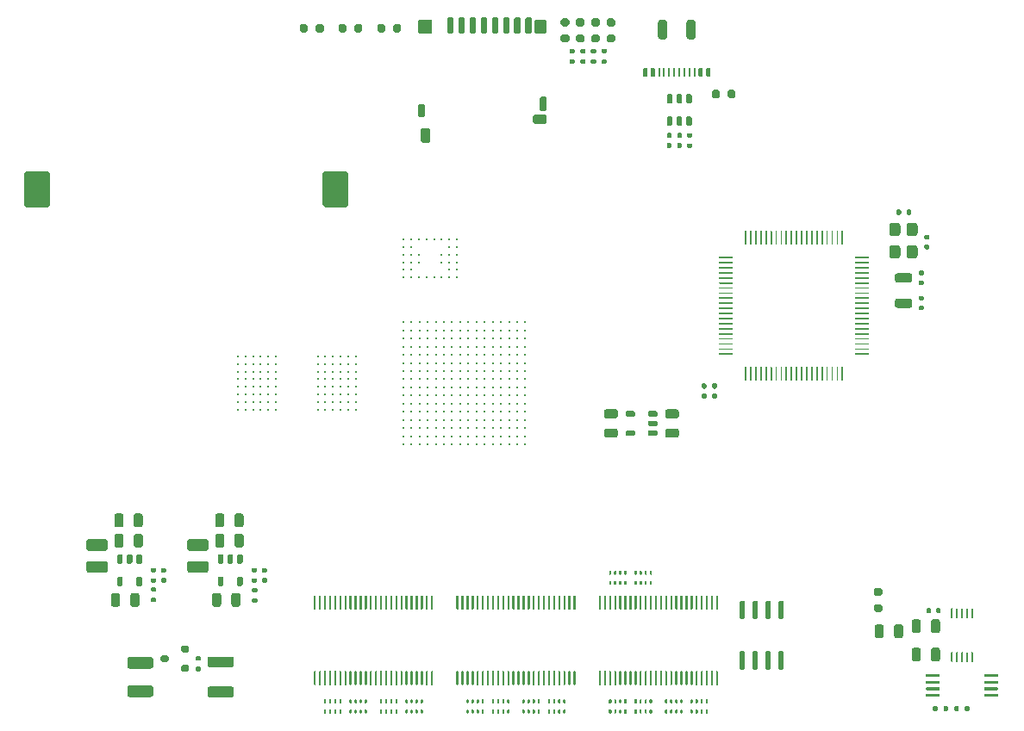
<source format=gbr>
%TF.GenerationSoftware,KiCad,Pcbnew,(5.1.8-0-10_14)*%
%TF.CreationDate,2021-02-17T10:46:27+00:00*%
%TF.ProjectId,sd2snes_ecp5,73643273-6e65-4735-9f65-6370352e6b69,B*%
%TF.SameCoordinates,Original*%
%TF.FileFunction,Paste,Top*%
%TF.FilePolarity,Positive*%
%FSLAX46Y46*%
G04 Gerber Fmt 4.6, Leading zero omitted, Abs format (unit mm)*
G04 Created by KiCad (PCBNEW (5.1.8-0-10_14)) date 2021-02-17 10:46:27*
%MOMM*%
%LPD*%
G01*
G04 APERTURE LIST*
%ADD10C,0.250000*%
%ADD11C,0.300000*%
G04 APERTURE END LIST*
%TO.C,J301*%
G36*
G01*
X164850000Y-73225000D02*
X164850000Y-74675000D01*
G75*
G02*
X164625000Y-74900000I-225000J0D01*
G01*
X164175000Y-74900000D01*
G75*
G02*
X163950000Y-74675000I0J225000D01*
G01*
X163950000Y-73225000D01*
G75*
G02*
X164175000Y-73000000I225000J0D01*
G01*
X164625000Y-73000000D01*
G75*
G02*
X164850000Y-73225000I0J-225000D01*
G01*
G37*
G36*
G01*
X167650000Y-73225000D02*
X167650000Y-74675000D01*
G75*
G02*
X167425000Y-74900000I-225000J0D01*
G01*
X166975000Y-74900000D01*
G75*
G02*
X166750000Y-74675000I0J225000D01*
G01*
X166750000Y-73225000D01*
G75*
G02*
X166975000Y-73000000I225000J0D01*
G01*
X167425000Y-73000000D01*
G75*
G02*
X167650000Y-73225000I0J-225000D01*
G01*
G37*
G36*
G01*
X162910000Y-77805000D02*
X162910000Y-78495000D01*
G75*
G02*
X162805000Y-78600000I-105000J0D01*
G01*
X162595000Y-78600000D01*
G75*
G02*
X162490000Y-78495000I0J105000D01*
G01*
X162490000Y-77805000D01*
G75*
G02*
X162595000Y-77700000I105000J0D01*
G01*
X162805000Y-77700000D01*
G75*
G02*
X162910000Y-77805000I0J-105000D01*
G01*
G37*
G36*
G01*
X163660000Y-77805000D02*
X163660000Y-78495000D01*
G75*
G02*
X163555000Y-78600000I-105000J0D01*
G01*
X163345000Y-78600000D01*
G75*
G02*
X163240000Y-78495000I0J105000D01*
G01*
X163240000Y-77805000D01*
G75*
G02*
X163345000Y-77700000I105000J0D01*
G01*
X163555000Y-77700000D01*
G75*
G02*
X163660000Y-77805000I0J-105000D01*
G01*
G37*
G36*
G01*
X168360000Y-77805000D02*
X168360000Y-78495000D01*
G75*
G02*
X168255000Y-78600000I-105000J0D01*
G01*
X168045000Y-78600000D01*
G75*
G02*
X167940000Y-78495000I0J105000D01*
G01*
X167940000Y-77805000D01*
G75*
G02*
X168045000Y-77700000I105000J0D01*
G01*
X168255000Y-77700000D01*
G75*
G02*
X168360000Y-77805000I0J-105000D01*
G01*
G37*
G36*
G01*
X169110000Y-77805000D02*
X169110000Y-78495000D01*
G75*
G02*
X169005000Y-78600000I-105000J0D01*
G01*
X168795000Y-78600000D01*
G75*
G02*
X168690000Y-78495000I0J105000D01*
G01*
X168690000Y-77805000D01*
G75*
G02*
X168795000Y-77700000I105000J0D01*
G01*
X169005000Y-77700000D01*
G75*
G02*
X169110000Y-77805000I0J-105000D01*
G01*
G37*
G36*
G01*
X169110000Y-77805000D02*
X169110000Y-78495000D01*
G75*
G02*
X169005000Y-78600000I-105000J0D01*
G01*
X168795000Y-78600000D01*
G75*
G02*
X168690000Y-78495000I0J105000D01*
G01*
X168690000Y-77805000D01*
G75*
G02*
X168795000Y-77700000I105000J0D01*
G01*
X169005000Y-77700000D01*
G75*
G02*
X169110000Y-77805000I0J-105000D01*
G01*
G37*
G36*
G01*
X168360000Y-77805000D02*
X168360000Y-78495000D01*
G75*
G02*
X168255000Y-78600000I-105000J0D01*
G01*
X168045000Y-78600000D01*
G75*
G02*
X167940000Y-78495000I0J105000D01*
G01*
X167940000Y-77805000D01*
G75*
G02*
X168045000Y-77700000I105000J0D01*
G01*
X168255000Y-77700000D01*
G75*
G02*
X168360000Y-77805000I0J-105000D01*
G01*
G37*
G36*
G01*
X163660000Y-77805000D02*
X163660000Y-78495000D01*
G75*
G02*
X163555000Y-78600000I-105000J0D01*
G01*
X163345000Y-78600000D01*
G75*
G02*
X163240000Y-78495000I0J105000D01*
G01*
X163240000Y-77805000D01*
G75*
G02*
X163345000Y-77700000I105000J0D01*
G01*
X163555000Y-77700000D01*
G75*
G02*
X163660000Y-77805000I0J-105000D01*
G01*
G37*
G36*
G01*
X162910000Y-77805000D02*
X162910000Y-78495000D01*
G75*
G02*
X162805000Y-78600000I-105000J0D01*
G01*
X162595000Y-78600000D01*
G75*
G02*
X162490000Y-78495000I0J105000D01*
G01*
X162490000Y-77805000D01*
G75*
G02*
X162595000Y-77700000I105000J0D01*
G01*
X162805000Y-77700000D01*
G75*
G02*
X162910000Y-77805000I0J-105000D01*
G01*
G37*
G36*
G01*
X167135000Y-77762900D02*
X167135000Y-78537100D01*
G75*
G02*
X167072100Y-78600000I-62900J0D01*
G01*
X167027900Y-78600000D01*
G75*
G02*
X166965000Y-78537100I0J62900D01*
G01*
X166965000Y-77762900D01*
G75*
G02*
X167027900Y-77700000I62900J0D01*
G01*
X167072100Y-77700000D01*
G75*
G02*
X167135000Y-77762900I0J-62900D01*
G01*
G37*
G36*
G01*
X167635000Y-77762900D02*
X167635000Y-78537100D01*
G75*
G02*
X167572100Y-78600000I-62900J0D01*
G01*
X167527900Y-78600000D01*
G75*
G02*
X167465000Y-78537100I0J62900D01*
G01*
X167465000Y-77762900D01*
G75*
G02*
X167527900Y-77700000I62900J0D01*
G01*
X167572100Y-77700000D01*
G75*
G02*
X167635000Y-77762900I0J-62900D01*
G01*
G37*
G36*
G01*
X166635000Y-77762900D02*
X166635000Y-78537100D01*
G75*
G02*
X166572100Y-78600000I-62900J0D01*
G01*
X166527900Y-78600000D01*
G75*
G02*
X166465000Y-78537100I0J62900D01*
G01*
X166465000Y-77762900D01*
G75*
G02*
X166527900Y-77700000I62900J0D01*
G01*
X166572100Y-77700000D01*
G75*
G02*
X166635000Y-77762900I0J-62900D01*
G01*
G37*
G36*
G01*
X165135000Y-77762900D02*
X165135000Y-78537100D01*
G75*
G02*
X165072100Y-78600000I-62900J0D01*
G01*
X165027900Y-78600000D01*
G75*
G02*
X164965000Y-78537100I0J62900D01*
G01*
X164965000Y-77762900D01*
G75*
G02*
X165027900Y-77700000I62900J0D01*
G01*
X165072100Y-77700000D01*
G75*
G02*
X165135000Y-77762900I0J-62900D01*
G01*
G37*
G36*
G01*
X165635000Y-77762900D02*
X165635000Y-78537100D01*
G75*
G02*
X165572100Y-78600000I-62900J0D01*
G01*
X165527900Y-78600000D01*
G75*
G02*
X165465000Y-78537100I0J62900D01*
G01*
X165465000Y-77762900D01*
G75*
G02*
X165527900Y-77700000I62900J0D01*
G01*
X165572100Y-77700000D01*
G75*
G02*
X165635000Y-77762900I0J-62900D01*
G01*
G37*
G36*
G01*
X164135000Y-77762900D02*
X164135000Y-78537100D01*
G75*
G02*
X164072100Y-78600000I-62900J0D01*
G01*
X164027900Y-78600000D01*
G75*
G02*
X163965000Y-78537100I0J62900D01*
G01*
X163965000Y-77762900D01*
G75*
G02*
X164027900Y-77700000I62900J0D01*
G01*
X164072100Y-77700000D01*
G75*
G02*
X164135000Y-77762900I0J-62900D01*
G01*
G37*
G36*
G01*
X164635000Y-77762900D02*
X164635000Y-78537100D01*
G75*
G02*
X164572100Y-78600000I-62900J0D01*
G01*
X164527900Y-78600000D01*
G75*
G02*
X164465000Y-78537100I0J62900D01*
G01*
X164465000Y-77762900D01*
G75*
G02*
X164527900Y-77700000I62900J0D01*
G01*
X164572100Y-77700000D01*
G75*
G02*
X164635000Y-77762900I0J-62900D01*
G01*
G37*
G36*
G01*
X166135000Y-77762900D02*
X166135000Y-78537100D01*
G75*
G02*
X166072100Y-78600000I-62900J0D01*
G01*
X166027900Y-78600000D01*
G75*
G02*
X165965000Y-78537100I0J62900D01*
G01*
X165965000Y-77762900D01*
G75*
G02*
X166027900Y-77700000I62900J0D01*
G01*
X166072100Y-77700000D01*
G75*
G02*
X166135000Y-77762900I0J-62900D01*
G01*
G37*
%TD*%
%TO.C,X302*%
G36*
G01*
X187439000Y-97905000D02*
X188689000Y-97905000D01*
G75*
G02*
X188914000Y-98130000I0J-225000D01*
G01*
X188914000Y-98580000D01*
G75*
G02*
X188689000Y-98805000I-225000J0D01*
G01*
X187439000Y-98805000D01*
G75*
G02*
X187214000Y-98580000I0J225000D01*
G01*
X187214000Y-98130000D01*
G75*
G02*
X187439000Y-97905000I225000J0D01*
G01*
G37*
G36*
G01*
X187439000Y-100405000D02*
X188689000Y-100405000D01*
G75*
G02*
X188914000Y-100630000I0J-225000D01*
G01*
X188914000Y-101080000D01*
G75*
G02*
X188689000Y-101305000I-225000J0D01*
G01*
X187439000Y-101305000D01*
G75*
G02*
X187214000Y-101080000I0J225000D01*
G01*
X187214000Y-100630000D01*
G75*
G02*
X187439000Y-100405000I225000J0D01*
G01*
G37*
%TD*%
%TO.C,X301*%
G36*
G01*
X188639000Y-92950000D02*
X189189000Y-92950000D01*
G75*
G02*
X189464000Y-93225000I0J-275000D01*
G01*
X189464000Y-93975000D01*
G75*
G02*
X189189000Y-94250000I-275000J0D01*
G01*
X188639000Y-94250000D01*
G75*
G02*
X188364000Y-93975000I0J275000D01*
G01*
X188364000Y-93225000D01*
G75*
G02*
X188639000Y-92950000I275000J0D01*
G01*
G37*
G36*
G01*
X188639000Y-95150000D02*
X189189000Y-95150000D01*
G75*
G02*
X189464000Y-95425000I0J-275000D01*
G01*
X189464000Y-96175000D01*
G75*
G02*
X189189000Y-96450000I-275000J0D01*
G01*
X188639000Y-96450000D01*
G75*
G02*
X188364000Y-96175000I0J275000D01*
G01*
X188364000Y-95425000D01*
G75*
G02*
X188639000Y-95150000I275000J0D01*
G01*
G37*
G36*
G01*
X186939000Y-95150000D02*
X187489000Y-95150000D01*
G75*
G02*
X187764000Y-95425000I0J-275000D01*
G01*
X187764000Y-96175000D01*
G75*
G02*
X187489000Y-96450000I-275000J0D01*
G01*
X186939000Y-96450000D01*
G75*
G02*
X186664000Y-96175000I0J275000D01*
G01*
X186664000Y-95425000D01*
G75*
G02*
X186939000Y-95150000I275000J0D01*
G01*
G37*
G36*
G01*
X186939000Y-92950000D02*
X187489000Y-92950000D01*
G75*
G02*
X187764000Y-93225000I0J-275000D01*
G01*
X187764000Y-93975000D01*
G75*
G02*
X187489000Y-94250000I-275000J0D01*
G01*
X186939000Y-94250000D01*
G75*
G02*
X186664000Y-93975000I0J275000D01*
G01*
X186664000Y-93225000D01*
G75*
G02*
X186939000Y-92950000I275000J0D01*
G01*
G37*
%TD*%
%TO.C,U404*%
G36*
G01*
X194800000Y-135140000D02*
X194830000Y-135140000D01*
G75*
G02*
X194890000Y-135200000I0J-60000D01*
G01*
X194890000Y-136080000D01*
G75*
G02*
X194830000Y-136140000I-60000J0D01*
G01*
X194800000Y-136140000D01*
G75*
G02*
X194740000Y-136080000I0J60000D01*
G01*
X194740000Y-135200000D01*
G75*
G02*
X194800000Y-135140000I60000J0D01*
G01*
G37*
G36*
G01*
X194300000Y-135140000D02*
X194330000Y-135140000D01*
G75*
G02*
X194390000Y-135200000I0J-60000D01*
G01*
X194390000Y-136080000D01*
G75*
G02*
X194330000Y-136140000I-60000J0D01*
G01*
X194300000Y-136140000D01*
G75*
G02*
X194240000Y-136080000I0J60000D01*
G01*
X194240000Y-135200000D01*
G75*
G02*
X194300000Y-135140000I60000J0D01*
G01*
G37*
G36*
G01*
X193800000Y-135140000D02*
X193830000Y-135140000D01*
G75*
G02*
X193890000Y-135200000I0J-60000D01*
G01*
X193890000Y-136080000D01*
G75*
G02*
X193830000Y-136140000I-60000J0D01*
G01*
X193800000Y-136140000D01*
G75*
G02*
X193740000Y-136080000I0J60000D01*
G01*
X193740000Y-135200000D01*
G75*
G02*
X193800000Y-135140000I60000J0D01*
G01*
G37*
G36*
G01*
X193300000Y-135140000D02*
X193330000Y-135140000D01*
G75*
G02*
X193390000Y-135200000I0J-60000D01*
G01*
X193390000Y-136080000D01*
G75*
G02*
X193330000Y-136140000I-60000J0D01*
G01*
X193300000Y-136140000D01*
G75*
G02*
X193240000Y-136080000I0J60000D01*
G01*
X193240000Y-135200000D01*
G75*
G02*
X193300000Y-135140000I60000J0D01*
G01*
G37*
G36*
G01*
X192800000Y-135140000D02*
X192830000Y-135140000D01*
G75*
G02*
X192890000Y-135200000I0J-60000D01*
G01*
X192890000Y-136080000D01*
G75*
G02*
X192830000Y-136140000I-60000J0D01*
G01*
X192800000Y-136140000D01*
G75*
G02*
X192740000Y-136080000I0J60000D01*
G01*
X192740000Y-135200000D01*
G75*
G02*
X192800000Y-135140000I60000J0D01*
G01*
G37*
G36*
G01*
X192800000Y-130840000D02*
X192830000Y-130840000D01*
G75*
G02*
X192890000Y-130900000I0J-60000D01*
G01*
X192890000Y-131780000D01*
G75*
G02*
X192830000Y-131840000I-60000J0D01*
G01*
X192800000Y-131840000D01*
G75*
G02*
X192740000Y-131780000I0J60000D01*
G01*
X192740000Y-130900000D01*
G75*
G02*
X192800000Y-130840000I60000J0D01*
G01*
G37*
G36*
G01*
X193300000Y-130840000D02*
X193330000Y-130840000D01*
G75*
G02*
X193390000Y-130900000I0J-60000D01*
G01*
X193390000Y-131780000D01*
G75*
G02*
X193330000Y-131840000I-60000J0D01*
G01*
X193300000Y-131840000D01*
G75*
G02*
X193240000Y-131780000I0J60000D01*
G01*
X193240000Y-130900000D01*
G75*
G02*
X193300000Y-130840000I60000J0D01*
G01*
G37*
G36*
G01*
X193800000Y-130840000D02*
X193830000Y-130840000D01*
G75*
G02*
X193890000Y-130900000I0J-60000D01*
G01*
X193890000Y-131780000D01*
G75*
G02*
X193830000Y-131840000I-60000J0D01*
G01*
X193800000Y-131840000D01*
G75*
G02*
X193740000Y-131780000I0J60000D01*
G01*
X193740000Y-130900000D01*
G75*
G02*
X193800000Y-130840000I60000J0D01*
G01*
G37*
G36*
G01*
X194300000Y-130840000D02*
X194330000Y-130840000D01*
G75*
G02*
X194390000Y-130900000I0J-60000D01*
G01*
X194390000Y-131780000D01*
G75*
G02*
X194330000Y-131840000I-60000J0D01*
G01*
X194300000Y-131840000D01*
G75*
G02*
X194240000Y-131780000I0J60000D01*
G01*
X194240000Y-130900000D01*
G75*
G02*
X194300000Y-130840000I60000J0D01*
G01*
G37*
G36*
G01*
X194800000Y-130840000D02*
X194830000Y-130840000D01*
G75*
G02*
X194890000Y-130900000I0J-60000D01*
G01*
X194890000Y-131780000D01*
G75*
G02*
X194830000Y-131840000I-60000J0D01*
G01*
X194800000Y-131840000D01*
G75*
G02*
X194740000Y-131780000I0J60000D01*
G01*
X194740000Y-130900000D01*
G75*
G02*
X194800000Y-130840000I60000J0D01*
G01*
G37*
%TD*%
%TO.C,U403*%
G36*
G01*
X163910000Y-113487500D02*
X163910000Y-113762500D01*
G75*
G02*
X163772500Y-113900000I-137500J0D01*
G01*
X163087500Y-113900000D01*
G75*
G02*
X162950000Y-113762500I0J137500D01*
G01*
X162950000Y-113487500D01*
G75*
G02*
X163087500Y-113350000I137500J0D01*
G01*
X163772500Y-113350000D01*
G75*
G02*
X163910000Y-113487500I0J-137500D01*
G01*
G37*
G36*
G01*
X163910000Y-112537500D02*
X163910000Y-112812500D01*
G75*
G02*
X163772500Y-112950000I-137500J0D01*
G01*
X163087500Y-112950000D01*
G75*
G02*
X162950000Y-112812500I0J137500D01*
G01*
X162950000Y-112537500D01*
G75*
G02*
X163087500Y-112400000I137500J0D01*
G01*
X163772500Y-112400000D01*
G75*
G02*
X163910000Y-112537500I0J-137500D01*
G01*
G37*
G36*
G01*
X163910000Y-111587500D02*
X163910000Y-111862500D01*
G75*
G02*
X163772500Y-112000000I-137500J0D01*
G01*
X163087500Y-112000000D01*
G75*
G02*
X162950000Y-111862500I0J137500D01*
G01*
X162950000Y-111587500D01*
G75*
G02*
X163087500Y-111450000I137500J0D01*
G01*
X163772500Y-111450000D01*
G75*
G02*
X163910000Y-111587500I0J-137500D01*
G01*
G37*
G36*
G01*
X161710000Y-111587500D02*
X161710000Y-111862500D01*
G75*
G02*
X161572500Y-112000000I-137500J0D01*
G01*
X160887500Y-112000000D01*
G75*
G02*
X160750000Y-111862500I0J137500D01*
G01*
X160750000Y-111587500D01*
G75*
G02*
X160887500Y-111450000I137500J0D01*
G01*
X161572500Y-111450000D01*
G75*
G02*
X161710000Y-111587500I0J-137500D01*
G01*
G37*
G36*
G01*
X161710000Y-113487500D02*
X161710000Y-113762500D01*
G75*
G02*
X161572500Y-113900000I-137500J0D01*
G01*
X160887500Y-113900000D01*
G75*
G02*
X160750000Y-113762500I0J137500D01*
G01*
X160750000Y-113487500D01*
G75*
G02*
X160887500Y-113350000I137500J0D01*
G01*
X161572500Y-113350000D01*
G75*
G02*
X161710000Y-113487500I0J-137500D01*
G01*
G37*
%TD*%
%TO.C,U402*%
G36*
G01*
X122757500Y-125520000D02*
X123032500Y-125520000D01*
G75*
G02*
X123170000Y-125657500I0J-137500D01*
G01*
X123170000Y-126342500D01*
G75*
G02*
X123032500Y-126480000I-137500J0D01*
G01*
X122757500Y-126480000D01*
G75*
G02*
X122620000Y-126342500I0J137500D01*
G01*
X122620000Y-125657500D01*
G75*
G02*
X122757500Y-125520000I137500J0D01*
G01*
G37*
G36*
G01*
X121807500Y-125520000D02*
X122082500Y-125520000D01*
G75*
G02*
X122220000Y-125657500I0J-137500D01*
G01*
X122220000Y-126342500D01*
G75*
G02*
X122082500Y-126480000I-137500J0D01*
G01*
X121807500Y-126480000D01*
G75*
G02*
X121670000Y-126342500I0J137500D01*
G01*
X121670000Y-125657500D01*
G75*
G02*
X121807500Y-125520000I137500J0D01*
G01*
G37*
G36*
G01*
X120857500Y-125520000D02*
X121132500Y-125520000D01*
G75*
G02*
X121270000Y-125657500I0J-137500D01*
G01*
X121270000Y-126342500D01*
G75*
G02*
X121132500Y-126480000I-137500J0D01*
G01*
X120857500Y-126480000D01*
G75*
G02*
X120720000Y-126342500I0J137500D01*
G01*
X120720000Y-125657500D01*
G75*
G02*
X120857500Y-125520000I137500J0D01*
G01*
G37*
G36*
G01*
X120857500Y-127720000D02*
X121132500Y-127720000D01*
G75*
G02*
X121270000Y-127857500I0J-137500D01*
G01*
X121270000Y-128542500D01*
G75*
G02*
X121132500Y-128680000I-137500J0D01*
G01*
X120857500Y-128680000D01*
G75*
G02*
X120720000Y-128542500I0J137500D01*
G01*
X120720000Y-127857500D01*
G75*
G02*
X120857500Y-127720000I137500J0D01*
G01*
G37*
G36*
G01*
X122757500Y-127720000D02*
X123032500Y-127720000D01*
G75*
G02*
X123170000Y-127857500I0J-137500D01*
G01*
X123170000Y-128542500D01*
G75*
G02*
X123032500Y-128680000I-137500J0D01*
G01*
X122757500Y-128680000D01*
G75*
G02*
X122620000Y-128542500I0J137500D01*
G01*
X122620000Y-127857500D01*
G75*
G02*
X122757500Y-127720000I137500J0D01*
G01*
G37*
%TD*%
%TO.C,U401*%
G36*
G01*
X112857500Y-125520000D02*
X113132500Y-125520000D01*
G75*
G02*
X113270000Y-125657500I0J-137500D01*
G01*
X113270000Y-126342500D01*
G75*
G02*
X113132500Y-126480000I-137500J0D01*
G01*
X112857500Y-126480000D01*
G75*
G02*
X112720000Y-126342500I0J137500D01*
G01*
X112720000Y-125657500D01*
G75*
G02*
X112857500Y-125520000I137500J0D01*
G01*
G37*
G36*
G01*
X111907500Y-125520000D02*
X112182500Y-125520000D01*
G75*
G02*
X112320000Y-125657500I0J-137500D01*
G01*
X112320000Y-126342500D01*
G75*
G02*
X112182500Y-126480000I-137500J0D01*
G01*
X111907500Y-126480000D01*
G75*
G02*
X111770000Y-126342500I0J137500D01*
G01*
X111770000Y-125657500D01*
G75*
G02*
X111907500Y-125520000I137500J0D01*
G01*
G37*
G36*
G01*
X110957500Y-125520000D02*
X111232500Y-125520000D01*
G75*
G02*
X111370000Y-125657500I0J-137500D01*
G01*
X111370000Y-126342500D01*
G75*
G02*
X111232500Y-126480000I-137500J0D01*
G01*
X110957500Y-126480000D01*
G75*
G02*
X110820000Y-126342500I0J137500D01*
G01*
X110820000Y-125657500D01*
G75*
G02*
X110957500Y-125520000I137500J0D01*
G01*
G37*
G36*
G01*
X110957500Y-127720000D02*
X111232500Y-127720000D01*
G75*
G02*
X111370000Y-127857500I0J-137500D01*
G01*
X111370000Y-128542500D01*
G75*
G02*
X111232500Y-128680000I-137500J0D01*
G01*
X110957500Y-128680000D01*
G75*
G02*
X110820000Y-128542500I0J137500D01*
G01*
X110820000Y-127857500D01*
G75*
G02*
X110957500Y-127720000I137500J0D01*
G01*
G37*
G36*
G01*
X112857500Y-127720000D02*
X113132500Y-127720000D01*
G75*
G02*
X113270000Y-127857500I0J-137500D01*
G01*
X113270000Y-128542500D01*
G75*
G02*
X113132500Y-128680000I-137500J0D01*
G01*
X112857500Y-128680000D01*
G75*
G02*
X112720000Y-128542500I0J137500D01*
G01*
X112720000Y-127857500D01*
G75*
G02*
X112857500Y-127720000I137500J0D01*
G01*
G37*
%TD*%
%TO.C,U302*%
G36*
G01*
X166187500Y-81230000D02*
X165912500Y-81230000D01*
G75*
G02*
X165775000Y-81092500I0J137500D01*
G01*
X165775000Y-80407500D01*
G75*
G02*
X165912500Y-80270000I137500J0D01*
G01*
X166187500Y-80270000D01*
G75*
G02*
X166325000Y-80407500I0J-137500D01*
G01*
X166325000Y-81092500D01*
G75*
G02*
X166187500Y-81230000I-137500J0D01*
G01*
G37*
G36*
G01*
X165237500Y-81230000D02*
X164962500Y-81230000D01*
G75*
G02*
X164825000Y-81092500I0J137500D01*
G01*
X164825000Y-80407500D01*
G75*
G02*
X164962500Y-80270000I137500J0D01*
G01*
X165237500Y-80270000D01*
G75*
G02*
X165375000Y-80407500I0J-137500D01*
G01*
X165375000Y-81092500D01*
G75*
G02*
X165237500Y-81230000I-137500J0D01*
G01*
G37*
G36*
G01*
X167137500Y-81230000D02*
X166862500Y-81230000D01*
G75*
G02*
X166725000Y-81092500I0J137500D01*
G01*
X166725000Y-80407500D01*
G75*
G02*
X166862500Y-80270000I137500J0D01*
G01*
X167137500Y-80270000D01*
G75*
G02*
X167275000Y-80407500I0J-137500D01*
G01*
X167275000Y-81092500D01*
G75*
G02*
X167137500Y-81230000I-137500J0D01*
G01*
G37*
G36*
G01*
X167137500Y-83430000D02*
X166862500Y-83430000D01*
G75*
G02*
X166725000Y-83292500I0J137500D01*
G01*
X166725000Y-82607500D01*
G75*
G02*
X166862500Y-82470000I137500J0D01*
G01*
X167137500Y-82470000D01*
G75*
G02*
X167275000Y-82607500I0J-137500D01*
G01*
X167275000Y-83292500D01*
G75*
G02*
X167137500Y-83430000I-137500J0D01*
G01*
G37*
G36*
G01*
X166187500Y-83430000D02*
X165912500Y-83430000D01*
G75*
G02*
X165775000Y-83292500I0J137500D01*
G01*
X165775000Y-82607500D01*
G75*
G02*
X165912500Y-82470000I137500J0D01*
G01*
X166187500Y-82470000D01*
G75*
G02*
X166325000Y-82607500I0J-137500D01*
G01*
X166325000Y-83292500D01*
G75*
G02*
X166187500Y-83430000I-137500J0D01*
G01*
G37*
G36*
G01*
X165237500Y-83430000D02*
X164962500Y-83430000D01*
G75*
G02*
X164825000Y-83292500I0J137500D01*
G01*
X164825000Y-82607500D01*
G75*
G02*
X164962500Y-82470000I137500J0D01*
G01*
X165237500Y-82470000D01*
G75*
G02*
X165375000Y-82607500I0J-137500D01*
G01*
X165375000Y-83292500D01*
G75*
G02*
X165237500Y-83430000I-137500J0D01*
G01*
G37*
%TD*%
%TO.C,RA212*%
G36*
G01*
X160791360Y-127550000D02*
X160708640Y-127550000D01*
G75*
G02*
X160640000Y-127481360I0J68640D01*
G01*
X160640000Y-127218640D01*
G75*
G02*
X160708640Y-127150000I68640J0D01*
G01*
X160791360Y-127150000D01*
G75*
G02*
X160860000Y-127218640I0J-68640D01*
G01*
X160860000Y-127481360D01*
G75*
G02*
X160791360Y-127550000I-68640J0D01*
G01*
G37*
G36*
G01*
X160291360Y-127550000D02*
X160208640Y-127550000D01*
G75*
G02*
X160140000Y-127481360I0J68640D01*
G01*
X160140000Y-127218640D01*
G75*
G02*
X160208640Y-127150000I68640J0D01*
G01*
X160291360Y-127150000D01*
G75*
G02*
X160360000Y-127218640I0J-68640D01*
G01*
X160360000Y-127481360D01*
G75*
G02*
X160291360Y-127550000I-68640J0D01*
G01*
G37*
G36*
G01*
X159291360Y-127550000D02*
X159208640Y-127550000D01*
G75*
G02*
X159140000Y-127481360I0J68640D01*
G01*
X159140000Y-127218640D01*
G75*
G02*
X159208640Y-127150000I68640J0D01*
G01*
X159291360Y-127150000D01*
G75*
G02*
X159360000Y-127218640I0J-68640D01*
G01*
X159360000Y-127481360D01*
G75*
G02*
X159291360Y-127550000I-68640J0D01*
G01*
G37*
G36*
G01*
X159791360Y-127550000D02*
X159708640Y-127550000D01*
G75*
G02*
X159640000Y-127481360I0J68640D01*
G01*
X159640000Y-127218640D01*
G75*
G02*
X159708640Y-127150000I68640J0D01*
G01*
X159791360Y-127150000D01*
G75*
G02*
X159860000Y-127218640I0J-68640D01*
G01*
X159860000Y-127481360D01*
G75*
G02*
X159791360Y-127550000I-68640J0D01*
G01*
G37*
G36*
G01*
X160791360Y-128550000D02*
X160708640Y-128550000D01*
G75*
G02*
X160640000Y-128481360I0J68640D01*
G01*
X160640000Y-128218640D01*
G75*
G02*
X160708640Y-128150000I68640J0D01*
G01*
X160791360Y-128150000D01*
G75*
G02*
X160860000Y-128218640I0J-68640D01*
G01*
X160860000Y-128481360D01*
G75*
G02*
X160791360Y-128550000I-68640J0D01*
G01*
G37*
G36*
G01*
X159791360Y-128550000D02*
X159708640Y-128550000D01*
G75*
G02*
X159640000Y-128481360I0J68640D01*
G01*
X159640000Y-128218640D01*
G75*
G02*
X159708640Y-128150000I68640J0D01*
G01*
X159791360Y-128150000D01*
G75*
G02*
X159860000Y-128218640I0J-68640D01*
G01*
X159860000Y-128481360D01*
G75*
G02*
X159791360Y-128550000I-68640J0D01*
G01*
G37*
G36*
G01*
X160291360Y-128550000D02*
X160208640Y-128550000D01*
G75*
G02*
X160140000Y-128481360I0J68640D01*
G01*
X160140000Y-128218640D01*
G75*
G02*
X160208640Y-128150000I68640J0D01*
G01*
X160291360Y-128150000D01*
G75*
G02*
X160360000Y-128218640I0J-68640D01*
G01*
X160360000Y-128481360D01*
G75*
G02*
X160291360Y-128550000I-68640J0D01*
G01*
G37*
G36*
G01*
X159291360Y-128550000D02*
X159208640Y-128550000D01*
G75*
G02*
X159140000Y-128481360I0J68640D01*
G01*
X159140000Y-128218640D01*
G75*
G02*
X159208640Y-128150000I68640J0D01*
G01*
X159291360Y-128150000D01*
G75*
G02*
X159360000Y-128218640I0J-68640D01*
G01*
X159360000Y-128481360D01*
G75*
G02*
X159291360Y-128550000I-68640J0D01*
G01*
G37*
%TD*%
%TO.C,RA211*%
G36*
G01*
X163291360Y-127550000D02*
X163208640Y-127550000D01*
G75*
G02*
X163140000Y-127481360I0J68640D01*
G01*
X163140000Y-127218640D01*
G75*
G02*
X163208640Y-127150000I68640J0D01*
G01*
X163291360Y-127150000D01*
G75*
G02*
X163360000Y-127218640I0J-68640D01*
G01*
X163360000Y-127481360D01*
G75*
G02*
X163291360Y-127550000I-68640J0D01*
G01*
G37*
G36*
G01*
X162791360Y-127550000D02*
X162708640Y-127550000D01*
G75*
G02*
X162640000Y-127481360I0J68640D01*
G01*
X162640000Y-127218640D01*
G75*
G02*
X162708640Y-127150000I68640J0D01*
G01*
X162791360Y-127150000D01*
G75*
G02*
X162860000Y-127218640I0J-68640D01*
G01*
X162860000Y-127481360D01*
G75*
G02*
X162791360Y-127550000I-68640J0D01*
G01*
G37*
G36*
G01*
X161791360Y-127550000D02*
X161708640Y-127550000D01*
G75*
G02*
X161640000Y-127481360I0J68640D01*
G01*
X161640000Y-127218640D01*
G75*
G02*
X161708640Y-127150000I68640J0D01*
G01*
X161791360Y-127150000D01*
G75*
G02*
X161860000Y-127218640I0J-68640D01*
G01*
X161860000Y-127481360D01*
G75*
G02*
X161791360Y-127550000I-68640J0D01*
G01*
G37*
G36*
G01*
X162291360Y-127550000D02*
X162208640Y-127550000D01*
G75*
G02*
X162140000Y-127481360I0J68640D01*
G01*
X162140000Y-127218640D01*
G75*
G02*
X162208640Y-127150000I68640J0D01*
G01*
X162291360Y-127150000D01*
G75*
G02*
X162360000Y-127218640I0J-68640D01*
G01*
X162360000Y-127481360D01*
G75*
G02*
X162291360Y-127550000I-68640J0D01*
G01*
G37*
G36*
G01*
X163291360Y-128550000D02*
X163208640Y-128550000D01*
G75*
G02*
X163140000Y-128481360I0J68640D01*
G01*
X163140000Y-128218640D01*
G75*
G02*
X163208640Y-128150000I68640J0D01*
G01*
X163291360Y-128150000D01*
G75*
G02*
X163360000Y-128218640I0J-68640D01*
G01*
X163360000Y-128481360D01*
G75*
G02*
X163291360Y-128550000I-68640J0D01*
G01*
G37*
G36*
G01*
X162291360Y-128550000D02*
X162208640Y-128550000D01*
G75*
G02*
X162140000Y-128481360I0J68640D01*
G01*
X162140000Y-128218640D01*
G75*
G02*
X162208640Y-128150000I68640J0D01*
G01*
X162291360Y-128150000D01*
G75*
G02*
X162360000Y-128218640I0J-68640D01*
G01*
X162360000Y-128481360D01*
G75*
G02*
X162291360Y-128550000I-68640J0D01*
G01*
G37*
G36*
G01*
X162791360Y-128550000D02*
X162708640Y-128550000D01*
G75*
G02*
X162640000Y-128481360I0J68640D01*
G01*
X162640000Y-128218640D01*
G75*
G02*
X162708640Y-128150000I68640J0D01*
G01*
X162791360Y-128150000D01*
G75*
G02*
X162860000Y-128218640I0J-68640D01*
G01*
X162860000Y-128481360D01*
G75*
G02*
X162791360Y-128550000I-68640J0D01*
G01*
G37*
G36*
G01*
X161791360Y-128550000D02*
X161708640Y-128550000D01*
G75*
G02*
X161640000Y-128481360I0J68640D01*
G01*
X161640000Y-128218640D01*
G75*
G02*
X161708640Y-128150000I68640J0D01*
G01*
X161791360Y-128150000D01*
G75*
G02*
X161860000Y-128218640I0J-68640D01*
G01*
X161860000Y-128481360D01*
G75*
G02*
X161791360Y-128550000I-68640J0D01*
G01*
G37*
%TD*%
%TO.C,RA210*%
G36*
G01*
X152291360Y-140200000D02*
X152208640Y-140200000D01*
G75*
G02*
X152140000Y-140131360I0J68640D01*
G01*
X152140000Y-139868640D01*
G75*
G02*
X152208640Y-139800000I68640J0D01*
G01*
X152291360Y-139800000D01*
G75*
G02*
X152360000Y-139868640I0J-68640D01*
G01*
X152360000Y-140131360D01*
G75*
G02*
X152291360Y-140200000I-68640J0D01*
G01*
G37*
G36*
G01*
X151791360Y-140200000D02*
X151708640Y-140200000D01*
G75*
G02*
X151640000Y-140131360I0J68640D01*
G01*
X151640000Y-139868640D01*
G75*
G02*
X151708640Y-139800000I68640J0D01*
G01*
X151791360Y-139800000D01*
G75*
G02*
X151860000Y-139868640I0J-68640D01*
G01*
X151860000Y-140131360D01*
G75*
G02*
X151791360Y-140200000I-68640J0D01*
G01*
G37*
G36*
G01*
X150791360Y-140200000D02*
X150708640Y-140200000D01*
G75*
G02*
X150640000Y-140131360I0J68640D01*
G01*
X150640000Y-139868640D01*
G75*
G02*
X150708640Y-139800000I68640J0D01*
G01*
X150791360Y-139800000D01*
G75*
G02*
X150860000Y-139868640I0J-68640D01*
G01*
X150860000Y-140131360D01*
G75*
G02*
X150791360Y-140200000I-68640J0D01*
G01*
G37*
G36*
G01*
X151291360Y-140200000D02*
X151208640Y-140200000D01*
G75*
G02*
X151140000Y-140131360I0J68640D01*
G01*
X151140000Y-139868640D01*
G75*
G02*
X151208640Y-139800000I68640J0D01*
G01*
X151291360Y-139800000D01*
G75*
G02*
X151360000Y-139868640I0J-68640D01*
G01*
X151360000Y-140131360D01*
G75*
G02*
X151291360Y-140200000I-68640J0D01*
G01*
G37*
G36*
G01*
X152291360Y-141200000D02*
X152208640Y-141200000D01*
G75*
G02*
X152140000Y-141131360I0J68640D01*
G01*
X152140000Y-140868640D01*
G75*
G02*
X152208640Y-140800000I68640J0D01*
G01*
X152291360Y-140800000D01*
G75*
G02*
X152360000Y-140868640I0J-68640D01*
G01*
X152360000Y-141131360D01*
G75*
G02*
X152291360Y-141200000I-68640J0D01*
G01*
G37*
G36*
G01*
X151291360Y-141200000D02*
X151208640Y-141200000D01*
G75*
G02*
X151140000Y-141131360I0J68640D01*
G01*
X151140000Y-140868640D01*
G75*
G02*
X151208640Y-140800000I68640J0D01*
G01*
X151291360Y-140800000D01*
G75*
G02*
X151360000Y-140868640I0J-68640D01*
G01*
X151360000Y-141131360D01*
G75*
G02*
X151291360Y-141200000I-68640J0D01*
G01*
G37*
G36*
G01*
X151791360Y-141200000D02*
X151708640Y-141200000D01*
G75*
G02*
X151640000Y-141131360I0J68640D01*
G01*
X151640000Y-140868640D01*
G75*
G02*
X151708640Y-140800000I68640J0D01*
G01*
X151791360Y-140800000D01*
G75*
G02*
X151860000Y-140868640I0J-68640D01*
G01*
X151860000Y-141131360D01*
G75*
G02*
X151791360Y-141200000I-68640J0D01*
G01*
G37*
G36*
G01*
X150791360Y-141200000D02*
X150708640Y-141200000D01*
G75*
G02*
X150640000Y-141131360I0J68640D01*
G01*
X150640000Y-140868640D01*
G75*
G02*
X150708640Y-140800000I68640J0D01*
G01*
X150791360Y-140800000D01*
G75*
G02*
X150860000Y-140868640I0J-68640D01*
G01*
X150860000Y-141131360D01*
G75*
G02*
X150791360Y-141200000I-68640J0D01*
G01*
G37*
%TD*%
%TO.C,RA209*%
G36*
G01*
X146791360Y-140200000D02*
X146708640Y-140200000D01*
G75*
G02*
X146640000Y-140131360I0J68640D01*
G01*
X146640000Y-139868640D01*
G75*
G02*
X146708640Y-139800000I68640J0D01*
G01*
X146791360Y-139800000D01*
G75*
G02*
X146860000Y-139868640I0J-68640D01*
G01*
X146860000Y-140131360D01*
G75*
G02*
X146791360Y-140200000I-68640J0D01*
G01*
G37*
G36*
G01*
X146291360Y-140200000D02*
X146208640Y-140200000D01*
G75*
G02*
X146140000Y-140131360I0J68640D01*
G01*
X146140000Y-139868640D01*
G75*
G02*
X146208640Y-139800000I68640J0D01*
G01*
X146291360Y-139800000D01*
G75*
G02*
X146360000Y-139868640I0J-68640D01*
G01*
X146360000Y-140131360D01*
G75*
G02*
X146291360Y-140200000I-68640J0D01*
G01*
G37*
G36*
G01*
X145291360Y-140200000D02*
X145208640Y-140200000D01*
G75*
G02*
X145140000Y-140131360I0J68640D01*
G01*
X145140000Y-139868640D01*
G75*
G02*
X145208640Y-139800000I68640J0D01*
G01*
X145291360Y-139800000D01*
G75*
G02*
X145360000Y-139868640I0J-68640D01*
G01*
X145360000Y-140131360D01*
G75*
G02*
X145291360Y-140200000I-68640J0D01*
G01*
G37*
G36*
G01*
X145791360Y-140200000D02*
X145708640Y-140200000D01*
G75*
G02*
X145640000Y-140131360I0J68640D01*
G01*
X145640000Y-139868640D01*
G75*
G02*
X145708640Y-139800000I68640J0D01*
G01*
X145791360Y-139800000D01*
G75*
G02*
X145860000Y-139868640I0J-68640D01*
G01*
X145860000Y-140131360D01*
G75*
G02*
X145791360Y-140200000I-68640J0D01*
G01*
G37*
G36*
G01*
X146791360Y-141200000D02*
X146708640Y-141200000D01*
G75*
G02*
X146640000Y-141131360I0J68640D01*
G01*
X146640000Y-140868640D01*
G75*
G02*
X146708640Y-140800000I68640J0D01*
G01*
X146791360Y-140800000D01*
G75*
G02*
X146860000Y-140868640I0J-68640D01*
G01*
X146860000Y-141131360D01*
G75*
G02*
X146791360Y-141200000I-68640J0D01*
G01*
G37*
G36*
G01*
X145791360Y-141200000D02*
X145708640Y-141200000D01*
G75*
G02*
X145640000Y-141131360I0J68640D01*
G01*
X145640000Y-140868640D01*
G75*
G02*
X145708640Y-140800000I68640J0D01*
G01*
X145791360Y-140800000D01*
G75*
G02*
X145860000Y-140868640I0J-68640D01*
G01*
X145860000Y-141131360D01*
G75*
G02*
X145791360Y-141200000I-68640J0D01*
G01*
G37*
G36*
G01*
X146291360Y-141200000D02*
X146208640Y-141200000D01*
G75*
G02*
X146140000Y-141131360I0J68640D01*
G01*
X146140000Y-140868640D01*
G75*
G02*
X146208640Y-140800000I68640J0D01*
G01*
X146291360Y-140800000D01*
G75*
G02*
X146360000Y-140868640I0J-68640D01*
G01*
X146360000Y-141131360D01*
G75*
G02*
X146291360Y-141200000I-68640J0D01*
G01*
G37*
G36*
G01*
X145291360Y-141200000D02*
X145208640Y-141200000D01*
G75*
G02*
X145140000Y-141131360I0J68640D01*
G01*
X145140000Y-140868640D01*
G75*
G02*
X145208640Y-140800000I68640J0D01*
G01*
X145291360Y-140800000D01*
G75*
G02*
X145360000Y-140868640I0J-68640D01*
G01*
X145360000Y-141131360D01*
G75*
G02*
X145291360Y-141200000I-68640J0D01*
G01*
G37*
%TD*%
%TO.C,RA208*%
G36*
G01*
X166291360Y-140200000D02*
X166208640Y-140200000D01*
G75*
G02*
X166140000Y-140131360I0J68640D01*
G01*
X166140000Y-139868640D01*
G75*
G02*
X166208640Y-139800000I68640J0D01*
G01*
X166291360Y-139800000D01*
G75*
G02*
X166360000Y-139868640I0J-68640D01*
G01*
X166360000Y-140131360D01*
G75*
G02*
X166291360Y-140200000I-68640J0D01*
G01*
G37*
G36*
G01*
X165791360Y-140200000D02*
X165708640Y-140200000D01*
G75*
G02*
X165640000Y-140131360I0J68640D01*
G01*
X165640000Y-139868640D01*
G75*
G02*
X165708640Y-139800000I68640J0D01*
G01*
X165791360Y-139800000D01*
G75*
G02*
X165860000Y-139868640I0J-68640D01*
G01*
X165860000Y-140131360D01*
G75*
G02*
X165791360Y-140200000I-68640J0D01*
G01*
G37*
G36*
G01*
X164791360Y-140200000D02*
X164708640Y-140200000D01*
G75*
G02*
X164640000Y-140131360I0J68640D01*
G01*
X164640000Y-139868640D01*
G75*
G02*
X164708640Y-139800000I68640J0D01*
G01*
X164791360Y-139800000D01*
G75*
G02*
X164860000Y-139868640I0J-68640D01*
G01*
X164860000Y-140131360D01*
G75*
G02*
X164791360Y-140200000I-68640J0D01*
G01*
G37*
G36*
G01*
X165291360Y-140200000D02*
X165208640Y-140200000D01*
G75*
G02*
X165140000Y-140131360I0J68640D01*
G01*
X165140000Y-139868640D01*
G75*
G02*
X165208640Y-139800000I68640J0D01*
G01*
X165291360Y-139800000D01*
G75*
G02*
X165360000Y-139868640I0J-68640D01*
G01*
X165360000Y-140131360D01*
G75*
G02*
X165291360Y-140200000I-68640J0D01*
G01*
G37*
G36*
G01*
X166291360Y-141200000D02*
X166208640Y-141200000D01*
G75*
G02*
X166140000Y-141131360I0J68640D01*
G01*
X166140000Y-140868640D01*
G75*
G02*
X166208640Y-140800000I68640J0D01*
G01*
X166291360Y-140800000D01*
G75*
G02*
X166360000Y-140868640I0J-68640D01*
G01*
X166360000Y-141131360D01*
G75*
G02*
X166291360Y-141200000I-68640J0D01*
G01*
G37*
G36*
G01*
X165291360Y-141200000D02*
X165208640Y-141200000D01*
G75*
G02*
X165140000Y-141131360I0J68640D01*
G01*
X165140000Y-140868640D01*
G75*
G02*
X165208640Y-140800000I68640J0D01*
G01*
X165291360Y-140800000D01*
G75*
G02*
X165360000Y-140868640I0J-68640D01*
G01*
X165360000Y-141131360D01*
G75*
G02*
X165291360Y-141200000I-68640J0D01*
G01*
G37*
G36*
G01*
X165791360Y-141200000D02*
X165708640Y-141200000D01*
G75*
G02*
X165640000Y-141131360I0J68640D01*
G01*
X165640000Y-140868640D01*
G75*
G02*
X165708640Y-140800000I68640J0D01*
G01*
X165791360Y-140800000D01*
G75*
G02*
X165860000Y-140868640I0J-68640D01*
G01*
X165860000Y-141131360D01*
G75*
G02*
X165791360Y-141200000I-68640J0D01*
G01*
G37*
G36*
G01*
X164791360Y-141200000D02*
X164708640Y-141200000D01*
G75*
G02*
X164640000Y-141131360I0J68640D01*
G01*
X164640000Y-140868640D01*
G75*
G02*
X164708640Y-140800000I68640J0D01*
G01*
X164791360Y-140800000D01*
G75*
G02*
X164860000Y-140868640I0J-68640D01*
G01*
X164860000Y-141131360D01*
G75*
G02*
X164791360Y-141200000I-68640J0D01*
G01*
G37*
%TD*%
%TO.C,RA207*%
G36*
G01*
X138291360Y-140200000D02*
X138208640Y-140200000D01*
G75*
G02*
X138140000Y-140131360I0J68640D01*
G01*
X138140000Y-139868640D01*
G75*
G02*
X138208640Y-139800000I68640J0D01*
G01*
X138291360Y-139800000D01*
G75*
G02*
X138360000Y-139868640I0J-68640D01*
G01*
X138360000Y-140131360D01*
G75*
G02*
X138291360Y-140200000I-68640J0D01*
G01*
G37*
G36*
G01*
X137791360Y-140200000D02*
X137708640Y-140200000D01*
G75*
G02*
X137640000Y-140131360I0J68640D01*
G01*
X137640000Y-139868640D01*
G75*
G02*
X137708640Y-139800000I68640J0D01*
G01*
X137791360Y-139800000D01*
G75*
G02*
X137860000Y-139868640I0J-68640D01*
G01*
X137860000Y-140131360D01*
G75*
G02*
X137791360Y-140200000I-68640J0D01*
G01*
G37*
G36*
G01*
X136791360Y-140200000D02*
X136708640Y-140200000D01*
G75*
G02*
X136640000Y-140131360I0J68640D01*
G01*
X136640000Y-139868640D01*
G75*
G02*
X136708640Y-139800000I68640J0D01*
G01*
X136791360Y-139800000D01*
G75*
G02*
X136860000Y-139868640I0J-68640D01*
G01*
X136860000Y-140131360D01*
G75*
G02*
X136791360Y-140200000I-68640J0D01*
G01*
G37*
G36*
G01*
X137291360Y-140200000D02*
X137208640Y-140200000D01*
G75*
G02*
X137140000Y-140131360I0J68640D01*
G01*
X137140000Y-139868640D01*
G75*
G02*
X137208640Y-139800000I68640J0D01*
G01*
X137291360Y-139800000D01*
G75*
G02*
X137360000Y-139868640I0J-68640D01*
G01*
X137360000Y-140131360D01*
G75*
G02*
X137291360Y-140200000I-68640J0D01*
G01*
G37*
G36*
G01*
X138291360Y-141200000D02*
X138208640Y-141200000D01*
G75*
G02*
X138140000Y-141131360I0J68640D01*
G01*
X138140000Y-140868640D01*
G75*
G02*
X138208640Y-140800000I68640J0D01*
G01*
X138291360Y-140800000D01*
G75*
G02*
X138360000Y-140868640I0J-68640D01*
G01*
X138360000Y-141131360D01*
G75*
G02*
X138291360Y-141200000I-68640J0D01*
G01*
G37*
G36*
G01*
X137291360Y-141200000D02*
X137208640Y-141200000D01*
G75*
G02*
X137140000Y-141131360I0J68640D01*
G01*
X137140000Y-140868640D01*
G75*
G02*
X137208640Y-140800000I68640J0D01*
G01*
X137291360Y-140800000D01*
G75*
G02*
X137360000Y-140868640I0J-68640D01*
G01*
X137360000Y-141131360D01*
G75*
G02*
X137291360Y-141200000I-68640J0D01*
G01*
G37*
G36*
G01*
X137791360Y-141200000D02*
X137708640Y-141200000D01*
G75*
G02*
X137640000Y-141131360I0J68640D01*
G01*
X137640000Y-140868640D01*
G75*
G02*
X137708640Y-140800000I68640J0D01*
G01*
X137791360Y-140800000D01*
G75*
G02*
X137860000Y-140868640I0J-68640D01*
G01*
X137860000Y-141131360D01*
G75*
G02*
X137791360Y-141200000I-68640J0D01*
G01*
G37*
G36*
G01*
X136791360Y-141200000D02*
X136708640Y-141200000D01*
G75*
G02*
X136640000Y-141131360I0J68640D01*
G01*
X136640000Y-140868640D01*
G75*
G02*
X136708640Y-140800000I68640J0D01*
G01*
X136791360Y-140800000D01*
G75*
G02*
X136860000Y-140868640I0J-68640D01*
G01*
X136860000Y-141131360D01*
G75*
G02*
X136791360Y-141200000I-68640J0D01*
G01*
G37*
%TD*%
%TO.C,RA206*%
G36*
G01*
X132791360Y-140200000D02*
X132708640Y-140200000D01*
G75*
G02*
X132640000Y-140131360I0J68640D01*
G01*
X132640000Y-139868640D01*
G75*
G02*
X132708640Y-139800000I68640J0D01*
G01*
X132791360Y-139800000D01*
G75*
G02*
X132860000Y-139868640I0J-68640D01*
G01*
X132860000Y-140131360D01*
G75*
G02*
X132791360Y-140200000I-68640J0D01*
G01*
G37*
G36*
G01*
X132291360Y-140200000D02*
X132208640Y-140200000D01*
G75*
G02*
X132140000Y-140131360I0J68640D01*
G01*
X132140000Y-139868640D01*
G75*
G02*
X132208640Y-139800000I68640J0D01*
G01*
X132291360Y-139800000D01*
G75*
G02*
X132360000Y-139868640I0J-68640D01*
G01*
X132360000Y-140131360D01*
G75*
G02*
X132291360Y-140200000I-68640J0D01*
G01*
G37*
G36*
G01*
X131291360Y-140200000D02*
X131208640Y-140200000D01*
G75*
G02*
X131140000Y-140131360I0J68640D01*
G01*
X131140000Y-139868640D01*
G75*
G02*
X131208640Y-139800000I68640J0D01*
G01*
X131291360Y-139800000D01*
G75*
G02*
X131360000Y-139868640I0J-68640D01*
G01*
X131360000Y-140131360D01*
G75*
G02*
X131291360Y-140200000I-68640J0D01*
G01*
G37*
G36*
G01*
X131791360Y-140200000D02*
X131708640Y-140200000D01*
G75*
G02*
X131640000Y-140131360I0J68640D01*
G01*
X131640000Y-139868640D01*
G75*
G02*
X131708640Y-139800000I68640J0D01*
G01*
X131791360Y-139800000D01*
G75*
G02*
X131860000Y-139868640I0J-68640D01*
G01*
X131860000Y-140131360D01*
G75*
G02*
X131791360Y-140200000I-68640J0D01*
G01*
G37*
G36*
G01*
X132791360Y-141200000D02*
X132708640Y-141200000D01*
G75*
G02*
X132640000Y-141131360I0J68640D01*
G01*
X132640000Y-140868640D01*
G75*
G02*
X132708640Y-140800000I68640J0D01*
G01*
X132791360Y-140800000D01*
G75*
G02*
X132860000Y-140868640I0J-68640D01*
G01*
X132860000Y-141131360D01*
G75*
G02*
X132791360Y-141200000I-68640J0D01*
G01*
G37*
G36*
G01*
X131791360Y-141200000D02*
X131708640Y-141200000D01*
G75*
G02*
X131640000Y-141131360I0J68640D01*
G01*
X131640000Y-140868640D01*
G75*
G02*
X131708640Y-140800000I68640J0D01*
G01*
X131791360Y-140800000D01*
G75*
G02*
X131860000Y-140868640I0J-68640D01*
G01*
X131860000Y-141131360D01*
G75*
G02*
X131791360Y-141200000I-68640J0D01*
G01*
G37*
G36*
G01*
X132291360Y-141200000D02*
X132208640Y-141200000D01*
G75*
G02*
X132140000Y-141131360I0J68640D01*
G01*
X132140000Y-140868640D01*
G75*
G02*
X132208640Y-140800000I68640J0D01*
G01*
X132291360Y-140800000D01*
G75*
G02*
X132360000Y-140868640I0J-68640D01*
G01*
X132360000Y-141131360D01*
G75*
G02*
X132291360Y-141200000I-68640J0D01*
G01*
G37*
G36*
G01*
X131291360Y-141200000D02*
X131208640Y-141200000D01*
G75*
G02*
X131140000Y-141131360I0J68640D01*
G01*
X131140000Y-140868640D01*
G75*
G02*
X131208640Y-140800000I68640J0D01*
G01*
X131291360Y-140800000D01*
G75*
G02*
X131360000Y-140868640I0J-68640D01*
G01*
X131360000Y-141131360D01*
G75*
G02*
X131291360Y-141200000I-68640J0D01*
G01*
G37*
%TD*%
%TO.C,RA205*%
G36*
G01*
X140791360Y-140200000D02*
X140708640Y-140200000D01*
G75*
G02*
X140640000Y-140131360I0J68640D01*
G01*
X140640000Y-139868640D01*
G75*
G02*
X140708640Y-139800000I68640J0D01*
G01*
X140791360Y-139800000D01*
G75*
G02*
X140860000Y-139868640I0J-68640D01*
G01*
X140860000Y-140131360D01*
G75*
G02*
X140791360Y-140200000I-68640J0D01*
G01*
G37*
G36*
G01*
X140291360Y-140200000D02*
X140208640Y-140200000D01*
G75*
G02*
X140140000Y-140131360I0J68640D01*
G01*
X140140000Y-139868640D01*
G75*
G02*
X140208640Y-139800000I68640J0D01*
G01*
X140291360Y-139800000D01*
G75*
G02*
X140360000Y-139868640I0J-68640D01*
G01*
X140360000Y-140131360D01*
G75*
G02*
X140291360Y-140200000I-68640J0D01*
G01*
G37*
G36*
G01*
X139291360Y-140200000D02*
X139208640Y-140200000D01*
G75*
G02*
X139140000Y-140131360I0J68640D01*
G01*
X139140000Y-139868640D01*
G75*
G02*
X139208640Y-139800000I68640J0D01*
G01*
X139291360Y-139800000D01*
G75*
G02*
X139360000Y-139868640I0J-68640D01*
G01*
X139360000Y-140131360D01*
G75*
G02*
X139291360Y-140200000I-68640J0D01*
G01*
G37*
G36*
G01*
X139791360Y-140200000D02*
X139708640Y-140200000D01*
G75*
G02*
X139640000Y-140131360I0J68640D01*
G01*
X139640000Y-139868640D01*
G75*
G02*
X139708640Y-139800000I68640J0D01*
G01*
X139791360Y-139800000D01*
G75*
G02*
X139860000Y-139868640I0J-68640D01*
G01*
X139860000Y-140131360D01*
G75*
G02*
X139791360Y-140200000I-68640J0D01*
G01*
G37*
G36*
G01*
X140791360Y-141200000D02*
X140708640Y-141200000D01*
G75*
G02*
X140640000Y-141131360I0J68640D01*
G01*
X140640000Y-140868640D01*
G75*
G02*
X140708640Y-140800000I68640J0D01*
G01*
X140791360Y-140800000D01*
G75*
G02*
X140860000Y-140868640I0J-68640D01*
G01*
X140860000Y-141131360D01*
G75*
G02*
X140791360Y-141200000I-68640J0D01*
G01*
G37*
G36*
G01*
X139791360Y-141200000D02*
X139708640Y-141200000D01*
G75*
G02*
X139640000Y-141131360I0J68640D01*
G01*
X139640000Y-140868640D01*
G75*
G02*
X139708640Y-140800000I68640J0D01*
G01*
X139791360Y-140800000D01*
G75*
G02*
X139860000Y-140868640I0J-68640D01*
G01*
X139860000Y-141131360D01*
G75*
G02*
X139791360Y-141200000I-68640J0D01*
G01*
G37*
G36*
G01*
X140291360Y-141200000D02*
X140208640Y-141200000D01*
G75*
G02*
X140140000Y-141131360I0J68640D01*
G01*
X140140000Y-140868640D01*
G75*
G02*
X140208640Y-140800000I68640J0D01*
G01*
X140291360Y-140800000D01*
G75*
G02*
X140360000Y-140868640I0J-68640D01*
G01*
X140360000Y-141131360D01*
G75*
G02*
X140291360Y-141200000I-68640J0D01*
G01*
G37*
G36*
G01*
X139291360Y-141200000D02*
X139208640Y-141200000D01*
G75*
G02*
X139140000Y-141131360I0J68640D01*
G01*
X139140000Y-140868640D01*
G75*
G02*
X139208640Y-140800000I68640J0D01*
G01*
X139291360Y-140800000D01*
G75*
G02*
X139360000Y-140868640I0J-68640D01*
G01*
X139360000Y-141131360D01*
G75*
G02*
X139291360Y-141200000I-68640J0D01*
G01*
G37*
%TD*%
%TO.C,RA204*%
G36*
G01*
X135291360Y-140200000D02*
X135208640Y-140200000D01*
G75*
G02*
X135140000Y-140131360I0J68640D01*
G01*
X135140000Y-139868640D01*
G75*
G02*
X135208640Y-139800000I68640J0D01*
G01*
X135291360Y-139800000D01*
G75*
G02*
X135360000Y-139868640I0J-68640D01*
G01*
X135360000Y-140131360D01*
G75*
G02*
X135291360Y-140200000I-68640J0D01*
G01*
G37*
G36*
G01*
X134791360Y-140200000D02*
X134708640Y-140200000D01*
G75*
G02*
X134640000Y-140131360I0J68640D01*
G01*
X134640000Y-139868640D01*
G75*
G02*
X134708640Y-139800000I68640J0D01*
G01*
X134791360Y-139800000D01*
G75*
G02*
X134860000Y-139868640I0J-68640D01*
G01*
X134860000Y-140131360D01*
G75*
G02*
X134791360Y-140200000I-68640J0D01*
G01*
G37*
G36*
G01*
X133791360Y-140200000D02*
X133708640Y-140200000D01*
G75*
G02*
X133640000Y-140131360I0J68640D01*
G01*
X133640000Y-139868640D01*
G75*
G02*
X133708640Y-139800000I68640J0D01*
G01*
X133791360Y-139800000D01*
G75*
G02*
X133860000Y-139868640I0J-68640D01*
G01*
X133860000Y-140131360D01*
G75*
G02*
X133791360Y-140200000I-68640J0D01*
G01*
G37*
G36*
G01*
X134291360Y-140200000D02*
X134208640Y-140200000D01*
G75*
G02*
X134140000Y-140131360I0J68640D01*
G01*
X134140000Y-139868640D01*
G75*
G02*
X134208640Y-139800000I68640J0D01*
G01*
X134291360Y-139800000D01*
G75*
G02*
X134360000Y-139868640I0J-68640D01*
G01*
X134360000Y-140131360D01*
G75*
G02*
X134291360Y-140200000I-68640J0D01*
G01*
G37*
G36*
G01*
X135291360Y-141200000D02*
X135208640Y-141200000D01*
G75*
G02*
X135140000Y-141131360I0J68640D01*
G01*
X135140000Y-140868640D01*
G75*
G02*
X135208640Y-140800000I68640J0D01*
G01*
X135291360Y-140800000D01*
G75*
G02*
X135360000Y-140868640I0J-68640D01*
G01*
X135360000Y-141131360D01*
G75*
G02*
X135291360Y-141200000I-68640J0D01*
G01*
G37*
G36*
G01*
X134291360Y-141200000D02*
X134208640Y-141200000D01*
G75*
G02*
X134140000Y-141131360I0J68640D01*
G01*
X134140000Y-140868640D01*
G75*
G02*
X134208640Y-140800000I68640J0D01*
G01*
X134291360Y-140800000D01*
G75*
G02*
X134360000Y-140868640I0J-68640D01*
G01*
X134360000Y-141131360D01*
G75*
G02*
X134291360Y-141200000I-68640J0D01*
G01*
G37*
G36*
G01*
X134791360Y-141200000D02*
X134708640Y-141200000D01*
G75*
G02*
X134640000Y-141131360I0J68640D01*
G01*
X134640000Y-140868640D01*
G75*
G02*
X134708640Y-140800000I68640J0D01*
G01*
X134791360Y-140800000D01*
G75*
G02*
X134860000Y-140868640I0J-68640D01*
G01*
X134860000Y-141131360D01*
G75*
G02*
X134791360Y-141200000I-68640J0D01*
G01*
G37*
G36*
G01*
X133791360Y-141200000D02*
X133708640Y-141200000D01*
G75*
G02*
X133640000Y-141131360I0J68640D01*
G01*
X133640000Y-140868640D01*
G75*
G02*
X133708640Y-140800000I68640J0D01*
G01*
X133791360Y-140800000D01*
G75*
G02*
X133860000Y-140868640I0J-68640D01*
G01*
X133860000Y-141131360D01*
G75*
G02*
X133791360Y-141200000I-68640J0D01*
G01*
G37*
%TD*%
%TO.C,RA203*%
G36*
G01*
X154791360Y-140200000D02*
X154708640Y-140200000D01*
G75*
G02*
X154640000Y-140131360I0J68640D01*
G01*
X154640000Y-139868640D01*
G75*
G02*
X154708640Y-139800000I68640J0D01*
G01*
X154791360Y-139800000D01*
G75*
G02*
X154860000Y-139868640I0J-68640D01*
G01*
X154860000Y-140131360D01*
G75*
G02*
X154791360Y-140200000I-68640J0D01*
G01*
G37*
G36*
G01*
X154291360Y-140200000D02*
X154208640Y-140200000D01*
G75*
G02*
X154140000Y-140131360I0J68640D01*
G01*
X154140000Y-139868640D01*
G75*
G02*
X154208640Y-139800000I68640J0D01*
G01*
X154291360Y-139800000D01*
G75*
G02*
X154360000Y-139868640I0J-68640D01*
G01*
X154360000Y-140131360D01*
G75*
G02*
X154291360Y-140200000I-68640J0D01*
G01*
G37*
G36*
G01*
X153291360Y-140200000D02*
X153208640Y-140200000D01*
G75*
G02*
X153140000Y-140131360I0J68640D01*
G01*
X153140000Y-139868640D01*
G75*
G02*
X153208640Y-139800000I68640J0D01*
G01*
X153291360Y-139800000D01*
G75*
G02*
X153360000Y-139868640I0J-68640D01*
G01*
X153360000Y-140131360D01*
G75*
G02*
X153291360Y-140200000I-68640J0D01*
G01*
G37*
G36*
G01*
X153791360Y-140200000D02*
X153708640Y-140200000D01*
G75*
G02*
X153640000Y-140131360I0J68640D01*
G01*
X153640000Y-139868640D01*
G75*
G02*
X153708640Y-139800000I68640J0D01*
G01*
X153791360Y-139800000D01*
G75*
G02*
X153860000Y-139868640I0J-68640D01*
G01*
X153860000Y-140131360D01*
G75*
G02*
X153791360Y-140200000I-68640J0D01*
G01*
G37*
G36*
G01*
X154791360Y-141200000D02*
X154708640Y-141200000D01*
G75*
G02*
X154640000Y-141131360I0J68640D01*
G01*
X154640000Y-140868640D01*
G75*
G02*
X154708640Y-140800000I68640J0D01*
G01*
X154791360Y-140800000D01*
G75*
G02*
X154860000Y-140868640I0J-68640D01*
G01*
X154860000Y-141131360D01*
G75*
G02*
X154791360Y-141200000I-68640J0D01*
G01*
G37*
G36*
G01*
X153791360Y-141200000D02*
X153708640Y-141200000D01*
G75*
G02*
X153640000Y-141131360I0J68640D01*
G01*
X153640000Y-140868640D01*
G75*
G02*
X153708640Y-140800000I68640J0D01*
G01*
X153791360Y-140800000D01*
G75*
G02*
X153860000Y-140868640I0J-68640D01*
G01*
X153860000Y-141131360D01*
G75*
G02*
X153791360Y-141200000I-68640J0D01*
G01*
G37*
G36*
G01*
X154291360Y-141200000D02*
X154208640Y-141200000D01*
G75*
G02*
X154140000Y-141131360I0J68640D01*
G01*
X154140000Y-140868640D01*
G75*
G02*
X154208640Y-140800000I68640J0D01*
G01*
X154291360Y-140800000D01*
G75*
G02*
X154360000Y-140868640I0J-68640D01*
G01*
X154360000Y-141131360D01*
G75*
G02*
X154291360Y-141200000I-68640J0D01*
G01*
G37*
G36*
G01*
X153291360Y-141200000D02*
X153208640Y-141200000D01*
G75*
G02*
X153140000Y-141131360I0J68640D01*
G01*
X153140000Y-140868640D01*
G75*
G02*
X153208640Y-140800000I68640J0D01*
G01*
X153291360Y-140800000D01*
G75*
G02*
X153360000Y-140868640I0J-68640D01*
G01*
X153360000Y-141131360D01*
G75*
G02*
X153291360Y-141200000I-68640J0D01*
G01*
G37*
%TD*%
%TO.C,RA202*%
G36*
G01*
X149291360Y-140200000D02*
X149208640Y-140200000D01*
G75*
G02*
X149140000Y-140131360I0J68640D01*
G01*
X149140000Y-139868640D01*
G75*
G02*
X149208640Y-139800000I68640J0D01*
G01*
X149291360Y-139800000D01*
G75*
G02*
X149360000Y-139868640I0J-68640D01*
G01*
X149360000Y-140131360D01*
G75*
G02*
X149291360Y-140200000I-68640J0D01*
G01*
G37*
G36*
G01*
X148791360Y-140200000D02*
X148708640Y-140200000D01*
G75*
G02*
X148640000Y-140131360I0J68640D01*
G01*
X148640000Y-139868640D01*
G75*
G02*
X148708640Y-139800000I68640J0D01*
G01*
X148791360Y-139800000D01*
G75*
G02*
X148860000Y-139868640I0J-68640D01*
G01*
X148860000Y-140131360D01*
G75*
G02*
X148791360Y-140200000I-68640J0D01*
G01*
G37*
G36*
G01*
X147791360Y-140200000D02*
X147708640Y-140200000D01*
G75*
G02*
X147640000Y-140131360I0J68640D01*
G01*
X147640000Y-139868640D01*
G75*
G02*
X147708640Y-139800000I68640J0D01*
G01*
X147791360Y-139800000D01*
G75*
G02*
X147860000Y-139868640I0J-68640D01*
G01*
X147860000Y-140131360D01*
G75*
G02*
X147791360Y-140200000I-68640J0D01*
G01*
G37*
G36*
G01*
X148291360Y-140200000D02*
X148208640Y-140200000D01*
G75*
G02*
X148140000Y-140131360I0J68640D01*
G01*
X148140000Y-139868640D01*
G75*
G02*
X148208640Y-139800000I68640J0D01*
G01*
X148291360Y-139800000D01*
G75*
G02*
X148360000Y-139868640I0J-68640D01*
G01*
X148360000Y-140131360D01*
G75*
G02*
X148291360Y-140200000I-68640J0D01*
G01*
G37*
G36*
G01*
X149291360Y-141200000D02*
X149208640Y-141200000D01*
G75*
G02*
X149140000Y-141131360I0J68640D01*
G01*
X149140000Y-140868640D01*
G75*
G02*
X149208640Y-140800000I68640J0D01*
G01*
X149291360Y-140800000D01*
G75*
G02*
X149360000Y-140868640I0J-68640D01*
G01*
X149360000Y-141131360D01*
G75*
G02*
X149291360Y-141200000I-68640J0D01*
G01*
G37*
G36*
G01*
X148291360Y-141200000D02*
X148208640Y-141200000D01*
G75*
G02*
X148140000Y-141131360I0J68640D01*
G01*
X148140000Y-140868640D01*
G75*
G02*
X148208640Y-140800000I68640J0D01*
G01*
X148291360Y-140800000D01*
G75*
G02*
X148360000Y-140868640I0J-68640D01*
G01*
X148360000Y-141131360D01*
G75*
G02*
X148291360Y-141200000I-68640J0D01*
G01*
G37*
G36*
G01*
X148791360Y-141200000D02*
X148708640Y-141200000D01*
G75*
G02*
X148640000Y-141131360I0J68640D01*
G01*
X148640000Y-140868640D01*
G75*
G02*
X148708640Y-140800000I68640J0D01*
G01*
X148791360Y-140800000D01*
G75*
G02*
X148860000Y-140868640I0J-68640D01*
G01*
X148860000Y-141131360D01*
G75*
G02*
X148791360Y-141200000I-68640J0D01*
G01*
G37*
G36*
G01*
X147791360Y-141200000D02*
X147708640Y-141200000D01*
G75*
G02*
X147640000Y-141131360I0J68640D01*
G01*
X147640000Y-140868640D01*
G75*
G02*
X147708640Y-140800000I68640J0D01*
G01*
X147791360Y-140800000D01*
G75*
G02*
X147860000Y-140868640I0J-68640D01*
G01*
X147860000Y-141131360D01*
G75*
G02*
X147791360Y-141200000I-68640J0D01*
G01*
G37*
%TD*%
%TO.C,RA201*%
G36*
G01*
X168791360Y-140200000D02*
X168708640Y-140200000D01*
G75*
G02*
X168640000Y-140131360I0J68640D01*
G01*
X168640000Y-139868640D01*
G75*
G02*
X168708640Y-139800000I68640J0D01*
G01*
X168791360Y-139800000D01*
G75*
G02*
X168860000Y-139868640I0J-68640D01*
G01*
X168860000Y-140131360D01*
G75*
G02*
X168791360Y-140200000I-68640J0D01*
G01*
G37*
G36*
G01*
X168291360Y-140200000D02*
X168208640Y-140200000D01*
G75*
G02*
X168140000Y-140131360I0J68640D01*
G01*
X168140000Y-139868640D01*
G75*
G02*
X168208640Y-139800000I68640J0D01*
G01*
X168291360Y-139800000D01*
G75*
G02*
X168360000Y-139868640I0J-68640D01*
G01*
X168360000Y-140131360D01*
G75*
G02*
X168291360Y-140200000I-68640J0D01*
G01*
G37*
G36*
G01*
X167291360Y-140200000D02*
X167208640Y-140200000D01*
G75*
G02*
X167140000Y-140131360I0J68640D01*
G01*
X167140000Y-139868640D01*
G75*
G02*
X167208640Y-139800000I68640J0D01*
G01*
X167291360Y-139800000D01*
G75*
G02*
X167360000Y-139868640I0J-68640D01*
G01*
X167360000Y-140131360D01*
G75*
G02*
X167291360Y-140200000I-68640J0D01*
G01*
G37*
G36*
G01*
X167791360Y-140200000D02*
X167708640Y-140200000D01*
G75*
G02*
X167640000Y-140131360I0J68640D01*
G01*
X167640000Y-139868640D01*
G75*
G02*
X167708640Y-139800000I68640J0D01*
G01*
X167791360Y-139800000D01*
G75*
G02*
X167860000Y-139868640I0J-68640D01*
G01*
X167860000Y-140131360D01*
G75*
G02*
X167791360Y-140200000I-68640J0D01*
G01*
G37*
G36*
G01*
X168791360Y-141200000D02*
X168708640Y-141200000D01*
G75*
G02*
X168640000Y-141131360I0J68640D01*
G01*
X168640000Y-140868640D01*
G75*
G02*
X168708640Y-140800000I68640J0D01*
G01*
X168791360Y-140800000D01*
G75*
G02*
X168860000Y-140868640I0J-68640D01*
G01*
X168860000Y-141131360D01*
G75*
G02*
X168791360Y-141200000I-68640J0D01*
G01*
G37*
G36*
G01*
X167791360Y-141200000D02*
X167708640Y-141200000D01*
G75*
G02*
X167640000Y-141131360I0J68640D01*
G01*
X167640000Y-140868640D01*
G75*
G02*
X167708640Y-140800000I68640J0D01*
G01*
X167791360Y-140800000D01*
G75*
G02*
X167860000Y-140868640I0J-68640D01*
G01*
X167860000Y-141131360D01*
G75*
G02*
X167791360Y-141200000I-68640J0D01*
G01*
G37*
G36*
G01*
X168291360Y-141200000D02*
X168208640Y-141200000D01*
G75*
G02*
X168140000Y-141131360I0J68640D01*
G01*
X168140000Y-140868640D01*
G75*
G02*
X168208640Y-140800000I68640J0D01*
G01*
X168291360Y-140800000D01*
G75*
G02*
X168360000Y-140868640I0J-68640D01*
G01*
X168360000Y-141131360D01*
G75*
G02*
X168291360Y-141200000I-68640J0D01*
G01*
G37*
G36*
G01*
X167291360Y-141200000D02*
X167208640Y-141200000D01*
G75*
G02*
X167140000Y-141131360I0J68640D01*
G01*
X167140000Y-140868640D01*
G75*
G02*
X167208640Y-140800000I68640J0D01*
G01*
X167291360Y-140800000D01*
G75*
G02*
X167360000Y-140868640I0J-68640D01*
G01*
X167360000Y-141131360D01*
G75*
G02*
X167291360Y-141200000I-68640J0D01*
G01*
G37*
%TD*%
%TO.C,Q401*%
G36*
G01*
X115900000Y-135625000D02*
X115900000Y-135975000D01*
G75*
G02*
X115725000Y-136150000I-175000J0D01*
G01*
X115275000Y-136150000D01*
G75*
G02*
X115100000Y-135975000I0J175000D01*
G01*
X115100000Y-135625000D01*
G75*
G02*
X115275000Y-135450000I175000J0D01*
G01*
X115725000Y-135450000D01*
G75*
G02*
X115900000Y-135625000I0J-175000D01*
G01*
G37*
G36*
G01*
X117900000Y-134675000D02*
X117900000Y-135025000D01*
G75*
G02*
X117725000Y-135200000I-175000J0D01*
G01*
X117275000Y-135200000D01*
G75*
G02*
X117100000Y-135025000I0J175000D01*
G01*
X117100000Y-134675000D01*
G75*
G02*
X117275000Y-134500000I175000J0D01*
G01*
X117725000Y-134500000D01*
G75*
G02*
X117900000Y-134675000I0J-175000D01*
G01*
G37*
G36*
G01*
X117900000Y-136575000D02*
X117900000Y-136925000D01*
G75*
G02*
X117725000Y-137100000I-175000J0D01*
G01*
X117275000Y-137100000D01*
G75*
G02*
X117100000Y-136925000I0J175000D01*
G01*
X117100000Y-136575000D01*
G75*
G02*
X117275000Y-136400000I175000J0D01*
G01*
X117725000Y-136400000D01*
G75*
G02*
X117900000Y-136575000I0J-175000D01*
G01*
G37*
%TD*%
%TO.C,J302*%
G36*
G01*
X141573000Y-83740000D02*
X141573000Y-84920000D01*
G75*
G02*
X141438000Y-85055000I-135000J0D01*
G01*
X140808000Y-85055000D01*
G75*
G02*
X140673000Y-84920000I0J135000D01*
G01*
X140673000Y-83740000D01*
G75*
G02*
X140808000Y-83605000I135000J0D01*
G01*
X141438000Y-83605000D01*
G75*
G02*
X141573000Y-83740000I0J-135000D01*
G01*
G37*
G36*
G01*
X141773000Y-73095000D02*
X141773000Y-74215000D01*
G75*
G02*
X141633000Y-74355000I-140000J0D01*
G01*
X140513000Y-74355000D01*
G75*
G02*
X140373000Y-74215000I0J140000D01*
G01*
X140373000Y-73095000D01*
G75*
G02*
X140513000Y-72955000I140000J0D01*
G01*
X141633000Y-72955000D01*
G75*
G02*
X141773000Y-73095000I0J-140000D01*
G01*
G37*
G36*
G01*
X143823000Y-72855000D02*
X143823000Y-74205000D01*
G75*
G02*
X143673000Y-74355000I-150000J0D01*
G01*
X143373000Y-74355000D01*
G75*
G02*
X143223000Y-74205000I0J150000D01*
G01*
X143223000Y-72855000D01*
G75*
G02*
X143373000Y-72705000I150000J0D01*
G01*
X143673000Y-72705000D01*
G75*
G02*
X143823000Y-72855000I0J-150000D01*
G01*
G37*
G36*
G01*
X144923000Y-72855000D02*
X144923000Y-74205000D01*
G75*
G02*
X144773000Y-74355000I-150000J0D01*
G01*
X144473000Y-74355000D01*
G75*
G02*
X144323000Y-74205000I0J150000D01*
G01*
X144323000Y-72855000D01*
G75*
G02*
X144473000Y-72705000I150000J0D01*
G01*
X144773000Y-72705000D01*
G75*
G02*
X144923000Y-72855000I0J-150000D01*
G01*
G37*
G36*
G01*
X146023000Y-72855000D02*
X146023000Y-74205000D01*
G75*
G02*
X145873000Y-74355000I-150000J0D01*
G01*
X145573000Y-74355000D01*
G75*
G02*
X145423000Y-74205000I0J150000D01*
G01*
X145423000Y-72855000D01*
G75*
G02*
X145573000Y-72705000I150000J0D01*
G01*
X145873000Y-72705000D01*
G75*
G02*
X146023000Y-72855000I0J-150000D01*
G01*
G37*
G36*
G01*
X147123000Y-72855000D02*
X147123000Y-74205000D01*
G75*
G02*
X146973000Y-74355000I-150000J0D01*
G01*
X146673000Y-74355000D01*
G75*
G02*
X146523000Y-74205000I0J150000D01*
G01*
X146523000Y-72855000D01*
G75*
G02*
X146673000Y-72705000I150000J0D01*
G01*
X146973000Y-72705000D01*
G75*
G02*
X147123000Y-72855000I0J-150000D01*
G01*
G37*
G36*
G01*
X148223000Y-72855000D02*
X148223000Y-74205000D01*
G75*
G02*
X148073000Y-74355000I-150000J0D01*
G01*
X147773000Y-74355000D01*
G75*
G02*
X147623000Y-74205000I0J150000D01*
G01*
X147623000Y-72855000D01*
G75*
G02*
X147773000Y-72705000I150000J0D01*
G01*
X148073000Y-72705000D01*
G75*
G02*
X148223000Y-72855000I0J-150000D01*
G01*
G37*
G36*
G01*
X149323000Y-72855000D02*
X149323000Y-74205000D01*
G75*
G02*
X149173000Y-74355000I-150000J0D01*
G01*
X148873000Y-74355000D01*
G75*
G02*
X148723000Y-74205000I0J150000D01*
G01*
X148723000Y-72855000D01*
G75*
G02*
X148873000Y-72705000I150000J0D01*
G01*
X149173000Y-72705000D01*
G75*
G02*
X149323000Y-72855000I0J-150000D01*
G01*
G37*
G36*
G01*
X150423000Y-72855000D02*
X150423000Y-74205000D01*
G75*
G02*
X150273000Y-74355000I-150000J0D01*
G01*
X149973000Y-74355000D01*
G75*
G02*
X149823000Y-74205000I0J150000D01*
G01*
X149823000Y-72855000D01*
G75*
G02*
X149973000Y-72705000I150000J0D01*
G01*
X150273000Y-72705000D01*
G75*
G02*
X150423000Y-72855000I0J-150000D01*
G01*
G37*
G36*
G01*
X141073000Y-81386600D02*
X141073000Y-82423400D01*
G75*
G02*
X140941400Y-82555000I-131600J0D01*
G01*
X140504600Y-82555000D01*
G75*
G02*
X140373000Y-82423400I0J131600D01*
G01*
X140373000Y-81386600D01*
G75*
G02*
X140504600Y-81255000I131600J0D01*
G01*
X140941400Y-81255000D01*
G75*
G02*
X141073000Y-81386600I0J-131600D01*
G01*
G37*
G36*
G01*
X153023000Y-82440000D02*
X153023000Y-83070000D01*
G75*
G02*
X152888000Y-83205000I-135000J0D01*
G01*
X151808000Y-83205000D01*
G75*
G02*
X151673000Y-83070000I0J135000D01*
G01*
X151673000Y-82440000D01*
G75*
G02*
X151808000Y-82305000I135000J0D01*
G01*
X152888000Y-82305000D01*
G75*
G02*
X153023000Y-82440000I0J-135000D01*
G01*
G37*
G36*
G01*
X153023000Y-80686600D02*
X153023000Y-81823400D01*
G75*
G02*
X152891400Y-81955000I-131600J0D01*
G01*
X152454600Y-81955000D01*
G75*
G02*
X152323000Y-81823400I0J131600D01*
G01*
X152323000Y-80686600D01*
G75*
G02*
X152454600Y-80555000I131600J0D01*
G01*
X152891400Y-80555000D01*
G75*
G02*
X153023000Y-80686600I0J-131600D01*
G01*
G37*
G36*
G01*
X153023000Y-73093000D02*
X153023000Y-74217000D01*
G75*
G02*
X152885000Y-74355000I-138000J0D01*
G01*
X151961000Y-74355000D01*
G75*
G02*
X151823000Y-74217000I0J138000D01*
G01*
X151823000Y-73093000D01*
G75*
G02*
X151961000Y-72955000I138000J0D01*
G01*
X152885000Y-72955000D01*
G75*
G02*
X153023000Y-73093000I0J-138000D01*
G01*
G37*
G36*
G01*
X151523000Y-72855000D02*
X151523000Y-74205000D01*
G75*
G02*
X151373000Y-74355000I-150000J0D01*
G01*
X151073000Y-74355000D01*
G75*
G02*
X150923000Y-74205000I0J150000D01*
G01*
X150923000Y-72855000D01*
G75*
G02*
X151073000Y-72705000I150000J0D01*
G01*
X151373000Y-72705000D01*
G75*
G02*
X151523000Y-72855000I0J-150000D01*
G01*
G37*
%TD*%
%TO.C,FB202*%
G36*
G01*
X160825000Y-140200000D02*
X160675000Y-140200000D01*
G75*
G02*
X160600000Y-140125000I0J75000D01*
G01*
X160600000Y-139875000D01*
G75*
G02*
X160675000Y-139800000I75000J0D01*
G01*
X160825000Y-139800000D01*
G75*
G02*
X160900000Y-139875000I0J-75000D01*
G01*
X160900000Y-140125000D01*
G75*
G02*
X160825000Y-140200000I-75000J0D01*
G01*
G37*
G36*
G01*
X160283400Y-140200000D02*
X160216600Y-140200000D01*
G75*
G02*
X160150000Y-140133400I0J66600D01*
G01*
X160150000Y-139866600D01*
G75*
G02*
X160216600Y-139800000I66600J0D01*
G01*
X160283400Y-139800000D01*
G75*
G02*
X160350000Y-139866600I0J-66600D01*
G01*
X160350000Y-140133400D01*
G75*
G02*
X160283400Y-140200000I-66600J0D01*
G01*
G37*
G36*
G01*
X159325000Y-140200000D02*
X159175000Y-140200000D01*
G75*
G02*
X159100000Y-140125000I0J75000D01*
G01*
X159100000Y-139875000D01*
G75*
G02*
X159175000Y-139800000I75000J0D01*
G01*
X159325000Y-139800000D01*
G75*
G02*
X159400000Y-139875000I0J-75000D01*
G01*
X159400000Y-140125000D01*
G75*
G02*
X159325000Y-140200000I-75000J0D01*
G01*
G37*
G36*
G01*
X159783400Y-140200000D02*
X159716600Y-140200000D01*
G75*
G02*
X159650000Y-140133400I0J66600D01*
G01*
X159650000Y-139866600D01*
G75*
G02*
X159716600Y-139800000I66600J0D01*
G01*
X159783400Y-139800000D01*
G75*
G02*
X159850000Y-139866600I0J-66600D01*
G01*
X159850000Y-140133400D01*
G75*
G02*
X159783400Y-140200000I-66600J0D01*
G01*
G37*
G36*
G01*
X160825000Y-141200000D02*
X160675000Y-141200000D01*
G75*
G02*
X160600000Y-141125000I0J75000D01*
G01*
X160600000Y-140875000D01*
G75*
G02*
X160675000Y-140800000I75000J0D01*
G01*
X160825000Y-140800000D01*
G75*
G02*
X160900000Y-140875000I0J-75000D01*
G01*
X160900000Y-141125000D01*
G75*
G02*
X160825000Y-141200000I-75000J0D01*
G01*
G37*
G36*
G01*
X159783400Y-141200000D02*
X159716600Y-141200000D01*
G75*
G02*
X159650000Y-141133400I0J66600D01*
G01*
X159650000Y-140866600D01*
G75*
G02*
X159716600Y-140800000I66600J0D01*
G01*
X159783400Y-140800000D01*
G75*
G02*
X159850000Y-140866600I0J-66600D01*
G01*
X159850000Y-141133400D01*
G75*
G02*
X159783400Y-141200000I-66600J0D01*
G01*
G37*
G36*
G01*
X160283400Y-141200000D02*
X160216600Y-141200000D01*
G75*
G02*
X160150000Y-141133400I0J66600D01*
G01*
X160150000Y-140866600D01*
G75*
G02*
X160216600Y-140800000I66600J0D01*
G01*
X160283400Y-140800000D01*
G75*
G02*
X160350000Y-140866600I0J-66600D01*
G01*
X160350000Y-141133400D01*
G75*
G02*
X160283400Y-141200000I-66600J0D01*
G01*
G37*
G36*
G01*
X159325000Y-141200000D02*
X159175000Y-141200000D01*
G75*
G02*
X159100000Y-141125000I0J75000D01*
G01*
X159100000Y-140875000D01*
G75*
G02*
X159175000Y-140800000I75000J0D01*
G01*
X159325000Y-140800000D01*
G75*
G02*
X159400000Y-140875000I0J-75000D01*
G01*
X159400000Y-141125000D01*
G75*
G02*
X159325000Y-141200000I-75000J0D01*
G01*
G37*
%TD*%
%TO.C,FB201*%
G36*
G01*
X163325000Y-140200000D02*
X163175000Y-140200000D01*
G75*
G02*
X163100000Y-140125000I0J75000D01*
G01*
X163100000Y-139875000D01*
G75*
G02*
X163175000Y-139800000I75000J0D01*
G01*
X163325000Y-139800000D01*
G75*
G02*
X163400000Y-139875000I0J-75000D01*
G01*
X163400000Y-140125000D01*
G75*
G02*
X163325000Y-140200000I-75000J0D01*
G01*
G37*
G36*
G01*
X162783400Y-140200000D02*
X162716600Y-140200000D01*
G75*
G02*
X162650000Y-140133400I0J66600D01*
G01*
X162650000Y-139866600D01*
G75*
G02*
X162716600Y-139800000I66600J0D01*
G01*
X162783400Y-139800000D01*
G75*
G02*
X162850000Y-139866600I0J-66600D01*
G01*
X162850000Y-140133400D01*
G75*
G02*
X162783400Y-140200000I-66600J0D01*
G01*
G37*
G36*
G01*
X161825000Y-140200000D02*
X161675000Y-140200000D01*
G75*
G02*
X161600000Y-140125000I0J75000D01*
G01*
X161600000Y-139875000D01*
G75*
G02*
X161675000Y-139800000I75000J0D01*
G01*
X161825000Y-139800000D01*
G75*
G02*
X161900000Y-139875000I0J-75000D01*
G01*
X161900000Y-140125000D01*
G75*
G02*
X161825000Y-140200000I-75000J0D01*
G01*
G37*
G36*
G01*
X162283400Y-140200000D02*
X162216600Y-140200000D01*
G75*
G02*
X162150000Y-140133400I0J66600D01*
G01*
X162150000Y-139866600D01*
G75*
G02*
X162216600Y-139800000I66600J0D01*
G01*
X162283400Y-139800000D01*
G75*
G02*
X162350000Y-139866600I0J-66600D01*
G01*
X162350000Y-140133400D01*
G75*
G02*
X162283400Y-140200000I-66600J0D01*
G01*
G37*
G36*
G01*
X163325000Y-141200000D02*
X163175000Y-141200000D01*
G75*
G02*
X163100000Y-141125000I0J75000D01*
G01*
X163100000Y-140875000D01*
G75*
G02*
X163175000Y-140800000I75000J0D01*
G01*
X163325000Y-140800000D01*
G75*
G02*
X163400000Y-140875000I0J-75000D01*
G01*
X163400000Y-141125000D01*
G75*
G02*
X163325000Y-141200000I-75000J0D01*
G01*
G37*
G36*
G01*
X162283400Y-141200000D02*
X162216600Y-141200000D01*
G75*
G02*
X162150000Y-141133400I0J66600D01*
G01*
X162150000Y-140866600D01*
G75*
G02*
X162216600Y-140800000I66600J0D01*
G01*
X162283400Y-140800000D01*
G75*
G02*
X162350000Y-140866600I0J-66600D01*
G01*
X162350000Y-141133400D01*
G75*
G02*
X162283400Y-141200000I-66600J0D01*
G01*
G37*
G36*
G01*
X162783400Y-141200000D02*
X162716600Y-141200000D01*
G75*
G02*
X162650000Y-141133400I0J66600D01*
G01*
X162650000Y-140866600D01*
G75*
G02*
X162716600Y-140800000I66600J0D01*
G01*
X162783400Y-140800000D01*
G75*
G02*
X162850000Y-140866600I0J-66600D01*
G01*
X162850000Y-141133400D01*
G75*
G02*
X162783400Y-141200000I-66600J0D01*
G01*
G37*
G36*
G01*
X161825000Y-141200000D02*
X161675000Y-141200000D01*
G75*
G02*
X161600000Y-141125000I0J75000D01*
G01*
X161600000Y-140875000D01*
G75*
G02*
X161675000Y-140800000I75000J0D01*
G01*
X161825000Y-140800000D01*
G75*
G02*
X161900000Y-140875000I0J-75000D01*
G01*
X161900000Y-141125000D01*
G75*
G02*
X161825000Y-141200000I-75000J0D01*
G01*
G37*
%TD*%
%TO.C,BT401*%
G36*
G01*
X131015000Y-91207500D02*
X131015000Y-88092500D01*
G75*
G02*
X131207500Y-87900000I192500J0D01*
G01*
X133322500Y-87900000D01*
G75*
G02*
X133515000Y-88092500I0J-192500D01*
G01*
X133515000Y-91207500D01*
G75*
G02*
X133322500Y-91400000I-192500J0D01*
G01*
X131207500Y-91400000D01*
G75*
G02*
X131015000Y-91207500I0J192500D01*
G01*
G37*
G36*
G01*
X101715000Y-91207500D02*
X101715000Y-88092500D01*
G75*
G02*
X101907500Y-87900000I192500J0D01*
G01*
X104022500Y-87900000D01*
G75*
G02*
X104215000Y-88092500I0J-192500D01*
G01*
X104215000Y-91207500D01*
G75*
G02*
X104022500Y-91400000I-192500J0D01*
G01*
X101907500Y-91400000D01*
G75*
G02*
X101715000Y-91207500I0J192500D01*
G01*
G37*
%TD*%
%TO.C,R507*%
G36*
G01*
X158830000Y-76285000D02*
X158510000Y-76285000D01*
G75*
G02*
X158400000Y-76175000I0J110000D01*
G01*
X158400000Y-75955000D01*
G75*
G02*
X158510000Y-75845000I110000J0D01*
G01*
X158830000Y-75845000D01*
G75*
G02*
X158940000Y-75955000I0J-110000D01*
G01*
X158940000Y-76175000D01*
G75*
G02*
X158830000Y-76285000I-110000J0D01*
G01*
G37*
G36*
G01*
X158830000Y-77305000D02*
X158510000Y-77305000D01*
G75*
G02*
X158400000Y-77195000I0J110000D01*
G01*
X158400000Y-76975000D01*
G75*
G02*
X158510000Y-76865000I110000J0D01*
G01*
X158830000Y-76865000D01*
G75*
G02*
X158940000Y-76975000I0J-110000D01*
G01*
X158940000Y-77195000D01*
G75*
G02*
X158830000Y-77305000I-110000J0D01*
G01*
G37*
%TD*%
%TO.C,R506*%
G36*
G01*
X157780000Y-76285000D02*
X157460000Y-76285000D01*
G75*
G02*
X157350000Y-76175000I0J110000D01*
G01*
X157350000Y-75955000D01*
G75*
G02*
X157460000Y-75845000I110000J0D01*
G01*
X157780000Y-75845000D01*
G75*
G02*
X157890000Y-75955000I0J-110000D01*
G01*
X157890000Y-76175000D01*
G75*
G02*
X157780000Y-76285000I-110000J0D01*
G01*
G37*
G36*
G01*
X157780000Y-77305000D02*
X157460000Y-77305000D01*
G75*
G02*
X157350000Y-77195000I0J110000D01*
G01*
X157350000Y-76975000D01*
G75*
G02*
X157460000Y-76865000I110000J0D01*
G01*
X157780000Y-76865000D01*
G75*
G02*
X157890000Y-76975000I0J-110000D01*
G01*
X157890000Y-77195000D01*
G75*
G02*
X157780000Y-77305000I-110000J0D01*
G01*
G37*
%TD*%
%TO.C,D504*%
G36*
G01*
X159088750Y-74425000D02*
X159551250Y-74425000D01*
G75*
G02*
X159745000Y-74618750I0J-193750D01*
G01*
X159745000Y-75006250D01*
G75*
G02*
X159551250Y-75200000I-193750J0D01*
G01*
X159088750Y-75200000D01*
G75*
G02*
X158895000Y-75006250I0J193750D01*
G01*
X158895000Y-74618750D01*
G75*
G02*
X159088750Y-74425000I193750J0D01*
G01*
G37*
G36*
G01*
X159088750Y-72850000D02*
X159551250Y-72850000D01*
G75*
G02*
X159745000Y-73043750I0J-193750D01*
G01*
X159745000Y-73431250D01*
G75*
G02*
X159551250Y-73625000I-193750J0D01*
G01*
X159088750Y-73625000D01*
G75*
G02*
X158895000Y-73431250I0J193750D01*
G01*
X158895000Y-73043750D01*
G75*
G02*
X159088750Y-72850000I193750J0D01*
G01*
G37*
%TD*%
%TO.C,D503*%
G36*
G01*
X157588750Y-74425000D02*
X158051250Y-74425000D01*
G75*
G02*
X158245000Y-74618750I0J-193750D01*
G01*
X158245000Y-75006250D01*
G75*
G02*
X158051250Y-75200000I-193750J0D01*
G01*
X157588750Y-75200000D01*
G75*
G02*
X157395000Y-75006250I0J193750D01*
G01*
X157395000Y-74618750D01*
G75*
G02*
X157588750Y-74425000I193750J0D01*
G01*
G37*
G36*
G01*
X157588750Y-72850000D02*
X158051250Y-72850000D01*
G75*
G02*
X158245000Y-73043750I0J-193750D01*
G01*
X158245000Y-73431250D01*
G75*
G02*
X158051250Y-73625000I-193750J0D01*
G01*
X157588750Y-73625000D01*
G75*
G02*
X157395000Y-73431250I0J193750D01*
G01*
X157395000Y-73043750D01*
G75*
G02*
X157588750Y-72850000I193750J0D01*
G01*
G37*
%TD*%
%TO.C,L403*%
G36*
G01*
X119570000Y-125200000D02*
X117930000Y-125200000D01*
G75*
G02*
X117700000Y-124970000I0J230000D01*
G01*
X117700000Y-124280000D01*
G75*
G02*
X117930000Y-124050000I230000J0D01*
G01*
X119570000Y-124050000D01*
G75*
G02*
X119800000Y-124280000I0J-230000D01*
G01*
X119800000Y-124970000D01*
G75*
G02*
X119570000Y-125200000I-230000J0D01*
G01*
G37*
G36*
G01*
X119570000Y-127350000D02*
X117930000Y-127350000D01*
G75*
G02*
X117700000Y-127120000I0J230000D01*
G01*
X117700000Y-126430000D01*
G75*
G02*
X117930000Y-126200000I230000J0D01*
G01*
X119570000Y-126200000D01*
G75*
G02*
X119800000Y-126430000I0J-230000D01*
G01*
X119800000Y-127120000D01*
G75*
G02*
X119570000Y-127350000I-230000J0D01*
G01*
G37*
%TD*%
%TO.C,L402*%
G36*
G01*
X109670000Y-125200000D02*
X108030000Y-125200000D01*
G75*
G02*
X107800000Y-124970000I0J230000D01*
G01*
X107800000Y-124280000D01*
G75*
G02*
X108030000Y-124050000I230000J0D01*
G01*
X109670000Y-124050000D01*
G75*
G02*
X109900000Y-124280000I0J-230000D01*
G01*
X109900000Y-124970000D01*
G75*
G02*
X109670000Y-125200000I-230000J0D01*
G01*
G37*
G36*
G01*
X109670000Y-127350000D02*
X108030000Y-127350000D01*
G75*
G02*
X107800000Y-127120000I0J230000D01*
G01*
X107800000Y-126430000D01*
G75*
G02*
X108030000Y-126200000I230000J0D01*
G01*
X109670000Y-126200000D01*
G75*
G02*
X109900000Y-126430000I0J-230000D01*
G01*
X109900000Y-127120000D01*
G75*
G02*
X109670000Y-127350000I-230000J0D01*
G01*
G37*
%TD*%
%TO.C,D501*%
G36*
G01*
X154588750Y-74425000D02*
X155051250Y-74425000D01*
G75*
G02*
X155245000Y-74618750I0J-193750D01*
G01*
X155245000Y-75006250D01*
G75*
G02*
X155051250Y-75200000I-193750J0D01*
G01*
X154588750Y-75200000D01*
G75*
G02*
X154395000Y-75006250I0J193750D01*
G01*
X154395000Y-74618750D01*
G75*
G02*
X154588750Y-74425000I193750J0D01*
G01*
G37*
G36*
G01*
X154588750Y-72850000D02*
X155051250Y-72850000D01*
G75*
G02*
X155245000Y-73043750I0J-193750D01*
G01*
X155245000Y-73431250D01*
G75*
G02*
X155051250Y-73625000I-193750J0D01*
G01*
X154588750Y-73625000D01*
G75*
G02*
X154395000Y-73431250I0J193750D01*
G01*
X154395000Y-73043750D01*
G75*
G02*
X154588750Y-72850000I193750J0D01*
G01*
G37*
%TD*%
%TO.C,FB301*%
G36*
G01*
X170800000Y-80531250D02*
X170800000Y-80068750D01*
G75*
G02*
X170993750Y-79875000I193750J0D01*
G01*
X171381250Y-79875000D01*
G75*
G02*
X171575000Y-80068750I0J-193750D01*
G01*
X171575000Y-80531250D01*
G75*
G02*
X171381250Y-80725000I-193750J0D01*
G01*
X170993750Y-80725000D01*
G75*
G02*
X170800000Y-80531250I0J193750D01*
G01*
G37*
G36*
G01*
X169225000Y-80531250D02*
X169225000Y-80068750D01*
G75*
G02*
X169418750Y-79875000I193750J0D01*
G01*
X169806250Y-79875000D01*
G75*
G02*
X170000000Y-80068750I0J-193750D01*
G01*
X170000000Y-80531250D01*
G75*
G02*
X169806250Y-80725000I-193750J0D01*
G01*
X169418750Y-80725000D01*
G75*
G02*
X169225000Y-80531250I0J193750D01*
G01*
G37*
%TD*%
%TO.C,R502*%
G36*
G01*
X156730000Y-76285000D02*
X156410000Y-76285000D01*
G75*
G02*
X156300000Y-76175000I0J110000D01*
G01*
X156300000Y-75955000D01*
G75*
G02*
X156410000Y-75845000I110000J0D01*
G01*
X156730000Y-75845000D01*
G75*
G02*
X156840000Y-75955000I0J-110000D01*
G01*
X156840000Y-76175000D01*
G75*
G02*
X156730000Y-76285000I-110000J0D01*
G01*
G37*
G36*
G01*
X156730000Y-77305000D02*
X156410000Y-77305000D01*
G75*
G02*
X156300000Y-77195000I0J110000D01*
G01*
X156300000Y-76975000D01*
G75*
G02*
X156410000Y-76865000I110000J0D01*
G01*
X156730000Y-76865000D01*
G75*
G02*
X156840000Y-76975000I0J-110000D01*
G01*
X156840000Y-77195000D01*
G75*
G02*
X156730000Y-77305000I-110000J0D01*
G01*
G37*
%TD*%
%TO.C,R501*%
G36*
G01*
X155680000Y-76285000D02*
X155360000Y-76285000D01*
G75*
G02*
X155250000Y-76175000I0J110000D01*
G01*
X155250000Y-75955000D01*
G75*
G02*
X155360000Y-75845000I110000J0D01*
G01*
X155680000Y-75845000D01*
G75*
G02*
X155790000Y-75955000I0J-110000D01*
G01*
X155790000Y-76175000D01*
G75*
G02*
X155680000Y-76285000I-110000J0D01*
G01*
G37*
G36*
G01*
X155680000Y-77305000D02*
X155360000Y-77305000D01*
G75*
G02*
X155250000Y-77195000I0J110000D01*
G01*
X155250000Y-76975000D01*
G75*
G02*
X155360000Y-76865000I110000J0D01*
G01*
X155680000Y-76865000D01*
G75*
G02*
X155790000Y-76975000I0J-110000D01*
G01*
X155790000Y-77195000D01*
G75*
G02*
X155680000Y-77305000I-110000J0D01*
G01*
G37*
%TD*%
%TO.C,D502*%
G36*
G01*
X156088750Y-74425000D02*
X156551250Y-74425000D01*
G75*
G02*
X156745000Y-74618750I0J-193750D01*
G01*
X156745000Y-75006250D01*
G75*
G02*
X156551250Y-75200000I-193750J0D01*
G01*
X156088750Y-75200000D01*
G75*
G02*
X155895000Y-75006250I0J193750D01*
G01*
X155895000Y-74618750D01*
G75*
G02*
X156088750Y-74425000I193750J0D01*
G01*
G37*
G36*
G01*
X156088750Y-72850000D02*
X156551250Y-72850000D01*
G75*
G02*
X156745000Y-73043750I0J-193750D01*
G01*
X156745000Y-73431250D01*
G75*
G02*
X156551250Y-73625000I-193750J0D01*
G01*
X156088750Y-73625000D01*
G75*
G02*
X155895000Y-73431250I0J193750D01*
G01*
X155895000Y-73043750D01*
G75*
G02*
X156088750Y-72850000I193750J0D01*
G01*
G37*
%TD*%
%TO.C,U201*%
G36*
G01*
X158300000Y-130975000D02*
X158200000Y-130975000D01*
G75*
G02*
X158150000Y-130925000I0J50000D01*
G01*
X158150000Y-129650000D01*
G75*
G02*
X158200000Y-129600000I50000J0D01*
G01*
X158300000Y-129600000D01*
G75*
G02*
X158350000Y-129650000I0J-50000D01*
G01*
X158350000Y-130925000D01*
G75*
G02*
X158300000Y-130975000I-50000J0D01*
G01*
G37*
G36*
G01*
X158800000Y-130975000D02*
X158700000Y-130975000D01*
G75*
G02*
X158650000Y-130925000I0J50000D01*
G01*
X158650000Y-129650000D01*
G75*
G02*
X158700000Y-129600000I50000J0D01*
G01*
X158800000Y-129600000D01*
G75*
G02*
X158850000Y-129650000I0J-50000D01*
G01*
X158850000Y-130925000D01*
G75*
G02*
X158800000Y-130975000I-50000J0D01*
G01*
G37*
G36*
G01*
X159300000Y-130975000D02*
X159200000Y-130975000D01*
G75*
G02*
X159150000Y-130925000I0J50000D01*
G01*
X159150000Y-129650000D01*
G75*
G02*
X159200000Y-129600000I50000J0D01*
G01*
X159300000Y-129600000D01*
G75*
G02*
X159350000Y-129650000I0J-50000D01*
G01*
X159350000Y-130925000D01*
G75*
G02*
X159300000Y-130975000I-50000J0D01*
G01*
G37*
G36*
G01*
X159800000Y-130975000D02*
X159700000Y-130975000D01*
G75*
G02*
X159650000Y-130925000I0J50000D01*
G01*
X159650000Y-129650000D01*
G75*
G02*
X159700000Y-129600000I50000J0D01*
G01*
X159800000Y-129600000D01*
G75*
G02*
X159850000Y-129650000I0J-50000D01*
G01*
X159850000Y-130925000D01*
G75*
G02*
X159800000Y-130975000I-50000J0D01*
G01*
G37*
G36*
G01*
X160300000Y-130975000D02*
X160200000Y-130975000D01*
G75*
G02*
X160150000Y-130925000I0J50000D01*
G01*
X160150000Y-129650000D01*
G75*
G02*
X160200000Y-129600000I50000J0D01*
G01*
X160300000Y-129600000D01*
G75*
G02*
X160350000Y-129650000I0J-50000D01*
G01*
X160350000Y-130925000D01*
G75*
G02*
X160300000Y-130975000I-50000J0D01*
G01*
G37*
G36*
G01*
X160800000Y-130975000D02*
X160700000Y-130975000D01*
G75*
G02*
X160650000Y-130925000I0J50000D01*
G01*
X160650000Y-129650000D01*
G75*
G02*
X160700000Y-129600000I50000J0D01*
G01*
X160800000Y-129600000D01*
G75*
G02*
X160850000Y-129650000I0J-50000D01*
G01*
X160850000Y-130925000D01*
G75*
G02*
X160800000Y-130975000I-50000J0D01*
G01*
G37*
G36*
G01*
X161300000Y-130975000D02*
X161200000Y-130975000D01*
G75*
G02*
X161150000Y-130925000I0J50000D01*
G01*
X161150000Y-129650000D01*
G75*
G02*
X161200000Y-129600000I50000J0D01*
G01*
X161300000Y-129600000D01*
G75*
G02*
X161350000Y-129650000I0J-50000D01*
G01*
X161350000Y-130925000D01*
G75*
G02*
X161300000Y-130975000I-50000J0D01*
G01*
G37*
G36*
G01*
X161800000Y-130975000D02*
X161700000Y-130975000D01*
G75*
G02*
X161650000Y-130925000I0J50000D01*
G01*
X161650000Y-129650000D01*
G75*
G02*
X161700000Y-129600000I50000J0D01*
G01*
X161800000Y-129600000D01*
G75*
G02*
X161850000Y-129650000I0J-50000D01*
G01*
X161850000Y-130925000D01*
G75*
G02*
X161800000Y-130975000I-50000J0D01*
G01*
G37*
G36*
G01*
X162300000Y-130975000D02*
X162200000Y-130975000D01*
G75*
G02*
X162150000Y-130925000I0J50000D01*
G01*
X162150000Y-129650000D01*
G75*
G02*
X162200000Y-129600000I50000J0D01*
G01*
X162300000Y-129600000D01*
G75*
G02*
X162350000Y-129650000I0J-50000D01*
G01*
X162350000Y-130925000D01*
G75*
G02*
X162300000Y-130975000I-50000J0D01*
G01*
G37*
G36*
G01*
X162800000Y-130975000D02*
X162700000Y-130975000D01*
G75*
G02*
X162650000Y-130925000I0J50000D01*
G01*
X162650000Y-129650000D01*
G75*
G02*
X162700000Y-129600000I50000J0D01*
G01*
X162800000Y-129600000D01*
G75*
G02*
X162850000Y-129650000I0J-50000D01*
G01*
X162850000Y-130925000D01*
G75*
G02*
X162800000Y-130975000I-50000J0D01*
G01*
G37*
G36*
G01*
X163300000Y-130975000D02*
X163200000Y-130975000D01*
G75*
G02*
X163150000Y-130925000I0J50000D01*
G01*
X163150000Y-129650000D01*
G75*
G02*
X163200000Y-129600000I50000J0D01*
G01*
X163300000Y-129600000D01*
G75*
G02*
X163350000Y-129650000I0J-50000D01*
G01*
X163350000Y-130925000D01*
G75*
G02*
X163300000Y-130975000I-50000J0D01*
G01*
G37*
G36*
G01*
X163800000Y-130975000D02*
X163700000Y-130975000D01*
G75*
G02*
X163650000Y-130925000I0J50000D01*
G01*
X163650000Y-129650000D01*
G75*
G02*
X163700000Y-129600000I50000J0D01*
G01*
X163800000Y-129600000D01*
G75*
G02*
X163850000Y-129650000I0J-50000D01*
G01*
X163850000Y-130925000D01*
G75*
G02*
X163800000Y-130975000I-50000J0D01*
G01*
G37*
G36*
G01*
X164300000Y-130975000D02*
X164200000Y-130975000D01*
G75*
G02*
X164150000Y-130925000I0J50000D01*
G01*
X164150000Y-129650000D01*
G75*
G02*
X164200000Y-129600000I50000J0D01*
G01*
X164300000Y-129600000D01*
G75*
G02*
X164350000Y-129650000I0J-50000D01*
G01*
X164350000Y-130925000D01*
G75*
G02*
X164300000Y-130975000I-50000J0D01*
G01*
G37*
G36*
G01*
X164800000Y-130975000D02*
X164700000Y-130975000D01*
G75*
G02*
X164650000Y-130925000I0J50000D01*
G01*
X164650000Y-129650000D01*
G75*
G02*
X164700000Y-129600000I50000J0D01*
G01*
X164800000Y-129600000D01*
G75*
G02*
X164850000Y-129650000I0J-50000D01*
G01*
X164850000Y-130925000D01*
G75*
G02*
X164800000Y-130975000I-50000J0D01*
G01*
G37*
G36*
G01*
X165300000Y-130975000D02*
X165200000Y-130975000D01*
G75*
G02*
X165150000Y-130925000I0J50000D01*
G01*
X165150000Y-129650000D01*
G75*
G02*
X165200000Y-129600000I50000J0D01*
G01*
X165300000Y-129600000D01*
G75*
G02*
X165350000Y-129650000I0J-50000D01*
G01*
X165350000Y-130925000D01*
G75*
G02*
X165300000Y-130975000I-50000J0D01*
G01*
G37*
G36*
G01*
X165800000Y-130975000D02*
X165700000Y-130975000D01*
G75*
G02*
X165650000Y-130925000I0J50000D01*
G01*
X165650000Y-129650000D01*
G75*
G02*
X165700000Y-129600000I50000J0D01*
G01*
X165800000Y-129600000D01*
G75*
G02*
X165850000Y-129650000I0J-50000D01*
G01*
X165850000Y-130925000D01*
G75*
G02*
X165800000Y-130975000I-50000J0D01*
G01*
G37*
G36*
G01*
X166300000Y-130975000D02*
X166200000Y-130975000D01*
G75*
G02*
X166150000Y-130925000I0J50000D01*
G01*
X166150000Y-129650000D01*
G75*
G02*
X166200000Y-129600000I50000J0D01*
G01*
X166300000Y-129600000D01*
G75*
G02*
X166350000Y-129650000I0J-50000D01*
G01*
X166350000Y-130925000D01*
G75*
G02*
X166300000Y-130975000I-50000J0D01*
G01*
G37*
G36*
G01*
X166800000Y-130975000D02*
X166700000Y-130975000D01*
G75*
G02*
X166650000Y-130925000I0J50000D01*
G01*
X166650000Y-129650000D01*
G75*
G02*
X166700000Y-129600000I50000J0D01*
G01*
X166800000Y-129600000D01*
G75*
G02*
X166850000Y-129650000I0J-50000D01*
G01*
X166850000Y-130925000D01*
G75*
G02*
X166800000Y-130975000I-50000J0D01*
G01*
G37*
G36*
G01*
X167300000Y-130975000D02*
X167200000Y-130975000D01*
G75*
G02*
X167150000Y-130925000I0J50000D01*
G01*
X167150000Y-129650000D01*
G75*
G02*
X167200000Y-129600000I50000J0D01*
G01*
X167300000Y-129600000D01*
G75*
G02*
X167350000Y-129650000I0J-50000D01*
G01*
X167350000Y-130925000D01*
G75*
G02*
X167300000Y-130975000I-50000J0D01*
G01*
G37*
G36*
G01*
X167800000Y-130975000D02*
X167700000Y-130975000D01*
G75*
G02*
X167650000Y-130925000I0J50000D01*
G01*
X167650000Y-129650000D01*
G75*
G02*
X167700000Y-129600000I50000J0D01*
G01*
X167800000Y-129600000D01*
G75*
G02*
X167850000Y-129650000I0J-50000D01*
G01*
X167850000Y-130925000D01*
G75*
G02*
X167800000Y-130975000I-50000J0D01*
G01*
G37*
G36*
G01*
X168300000Y-130975000D02*
X168200000Y-130975000D01*
G75*
G02*
X168150000Y-130925000I0J50000D01*
G01*
X168150000Y-129650000D01*
G75*
G02*
X168200000Y-129600000I50000J0D01*
G01*
X168300000Y-129600000D01*
G75*
G02*
X168350000Y-129650000I0J-50000D01*
G01*
X168350000Y-130925000D01*
G75*
G02*
X168300000Y-130975000I-50000J0D01*
G01*
G37*
G36*
G01*
X168800000Y-130975000D02*
X168700000Y-130975000D01*
G75*
G02*
X168650000Y-130925000I0J50000D01*
G01*
X168650000Y-129650000D01*
G75*
G02*
X168700000Y-129600000I50000J0D01*
G01*
X168800000Y-129600000D01*
G75*
G02*
X168850000Y-129650000I0J-50000D01*
G01*
X168850000Y-130925000D01*
G75*
G02*
X168800000Y-130975000I-50000J0D01*
G01*
G37*
G36*
G01*
X169300000Y-130975000D02*
X169200000Y-130975000D01*
G75*
G02*
X169150000Y-130925000I0J50000D01*
G01*
X169150000Y-129650000D01*
G75*
G02*
X169200000Y-129600000I50000J0D01*
G01*
X169300000Y-129600000D01*
G75*
G02*
X169350000Y-129650000I0J-50000D01*
G01*
X169350000Y-130925000D01*
G75*
G02*
X169300000Y-130975000I-50000J0D01*
G01*
G37*
G36*
G01*
X169800000Y-130975000D02*
X169700000Y-130975000D01*
G75*
G02*
X169650000Y-130925000I0J50000D01*
G01*
X169650000Y-129650000D01*
G75*
G02*
X169700000Y-129600000I50000J0D01*
G01*
X169800000Y-129600000D01*
G75*
G02*
X169850000Y-129650000I0J-50000D01*
G01*
X169850000Y-130925000D01*
G75*
G02*
X169800000Y-130975000I-50000J0D01*
G01*
G37*
G36*
G01*
X169800000Y-138400000D02*
X169700000Y-138400000D01*
G75*
G02*
X169650000Y-138350000I0J50000D01*
G01*
X169650000Y-137075000D01*
G75*
G02*
X169700000Y-137025000I50000J0D01*
G01*
X169800000Y-137025000D01*
G75*
G02*
X169850000Y-137075000I0J-50000D01*
G01*
X169850000Y-138350000D01*
G75*
G02*
X169800000Y-138400000I-50000J0D01*
G01*
G37*
G36*
G01*
X169300000Y-138400000D02*
X169200000Y-138400000D01*
G75*
G02*
X169150000Y-138350000I0J50000D01*
G01*
X169150000Y-137075000D01*
G75*
G02*
X169200000Y-137025000I50000J0D01*
G01*
X169300000Y-137025000D01*
G75*
G02*
X169350000Y-137075000I0J-50000D01*
G01*
X169350000Y-138350000D01*
G75*
G02*
X169300000Y-138400000I-50000J0D01*
G01*
G37*
G36*
G01*
X168800000Y-138400000D02*
X168700000Y-138400000D01*
G75*
G02*
X168650000Y-138350000I0J50000D01*
G01*
X168650000Y-137075000D01*
G75*
G02*
X168700000Y-137025000I50000J0D01*
G01*
X168800000Y-137025000D01*
G75*
G02*
X168850000Y-137075000I0J-50000D01*
G01*
X168850000Y-138350000D01*
G75*
G02*
X168800000Y-138400000I-50000J0D01*
G01*
G37*
G36*
G01*
X168300000Y-138400000D02*
X168200000Y-138400000D01*
G75*
G02*
X168150000Y-138350000I0J50000D01*
G01*
X168150000Y-137075000D01*
G75*
G02*
X168200000Y-137025000I50000J0D01*
G01*
X168300000Y-137025000D01*
G75*
G02*
X168350000Y-137075000I0J-50000D01*
G01*
X168350000Y-138350000D01*
G75*
G02*
X168300000Y-138400000I-50000J0D01*
G01*
G37*
G36*
G01*
X167800000Y-138400000D02*
X167700000Y-138400000D01*
G75*
G02*
X167650000Y-138350000I0J50000D01*
G01*
X167650000Y-137075000D01*
G75*
G02*
X167700000Y-137025000I50000J0D01*
G01*
X167800000Y-137025000D01*
G75*
G02*
X167850000Y-137075000I0J-50000D01*
G01*
X167850000Y-138350000D01*
G75*
G02*
X167800000Y-138400000I-50000J0D01*
G01*
G37*
G36*
G01*
X167300000Y-138400000D02*
X167200000Y-138400000D01*
G75*
G02*
X167150000Y-138350000I0J50000D01*
G01*
X167150000Y-137075000D01*
G75*
G02*
X167200000Y-137025000I50000J0D01*
G01*
X167300000Y-137025000D01*
G75*
G02*
X167350000Y-137075000I0J-50000D01*
G01*
X167350000Y-138350000D01*
G75*
G02*
X167300000Y-138400000I-50000J0D01*
G01*
G37*
G36*
G01*
X166800000Y-138400000D02*
X166700000Y-138400000D01*
G75*
G02*
X166650000Y-138350000I0J50000D01*
G01*
X166650000Y-137075000D01*
G75*
G02*
X166700000Y-137025000I50000J0D01*
G01*
X166800000Y-137025000D01*
G75*
G02*
X166850000Y-137075000I0J-50000D01*
G01*
X166850000Y-138350000D01*
G75*
G02*
X166800000Y-138400000I-50000J0D01*
G01*
G37*
G36*
G01*
X166300000Y-138400000D02*
X166200000Y-138400000D01*
G75*
G02*
X166150000Y-138350000I0J50000D01*
G01*
X166150000Y-137075000D01*
G75*
G02*
X166200000Y-137025000I50000J0D01*
G01*
X166300000Y-137025000D01*
G75*
G02*
X166350000Y-137075000I0J-50000D01*
G01*
X166350000Y-138350000D01*
G75*
G02*
X166300000Y-138400000I-50000J0D01*
G01*
G37*
G36*
G01*
X165800000Y-138400000D02*
X165700000Y-138400000D01*
G75*
G02*
X165650000Y-138350000I0J50000D01*
G01*
X165650000Y-137075000D01*
G75*
G02*
X165700000Y-137025000I50000J0D01*
G01*
X165800000Y-137025000D01*
G75*
G02*
X165850000Y-137075000I0J-50000D01*
G01*
X165850000Y-138350000D01*
G75*
G02*
X165800000Y-138400000I-50000J0D01*
G01*
G37*
G36*
G01*
X165300000Y-138400000D02*
X165200000Y-138400000D01*
G75*
G02*
X165150000Y-138350000I0J50000D01*
G01*
X165150000Y-137075000D01*
G75*
G02*
X165200000Y-137025000I50000J0D01*
G01*
X165300000Y-137025000D01*
G75*
G02*
X165350000Y-137075000I0J-50000D01*
G01*
X165350000Y-138350000D01*
G75*
G02*
X165300000Y-138400000I-50000J0D01*
G01*
G37*
G36*
G01*
X164800000Y-138400000D02*
X164700000Y-138400000D01*
G75*
G02*
X164650000Y-138350000I0J50000D01*
G01*
X164650000Y-137075000D01*
G75*
G02*
X164700000Y-137025000I50000J0D01*
G01*
X164800000Y-137025000D01*
G75*
G02*
X164850000Y-137075000I0J-50000D01*
G01*
X164850000Y-138350000D01*
G75*
G02*
X164800000Y-138400000I-50000J0D01*
G01*
G37*
G36*
G01*
X164300000Y-138400000D02*
X164200000Y-138400000D01*
G75*
G02*
X164150000Y-138350000I0J50000D01*
G01*
X164150000Y-137075000D01*
G75*
G02*
X164200000Y-137025000I50000J0D01*
G01*
X164300000Y-137025000D01*
G75*
G02*
X164350000Y-137075000I0J-50000D01*
G01*
X164350000Y-138350000D01*
G75*
G02*
X164300000Y-138400000I-50000J0D01*
G01*
G37*
G36*
G01*
X163800000Y-138400000D02*
X163700000Y-138400000D01*
G75*
G02*
X163650000Y-138350000I0J50000D01*
G01*
X163650000Y-137075000D01*
G75*
G02*
X163700000Y-137025000I50000J0D01*
G01*
X163800000Y-137025000D01*
G75*
G02*
X163850000Y-137075000I0J-50000D01*
G01*
X163850000Y-138350000D01*
G75*
G02*
X163800000Y-138400000I-50000J0D01*
G01*
G37*
G36*
G01*
X163300000Y-138400000D02*
X163200000Y-138400000D01*
G75*
G02*
X163150000Y-138350000I0J50000D01*
G01*
X163150000Y-137075000D01*
G75*
G02*
X163200000Y-137025000I50000J0D01*
G01*
X163300000Y-137025000D01*
G75*
G02*
X163350000Y-137075000I0J-50000D01*
G01*
X163350000Y-138350000D01*
G75*
G02*
X163300000Y-138400000I-50000J0D01*
G01*
G37*
G36*
G01*
X162800000Y-138400000D02*
X162700000Y-138400000D01*
G75*
G02*
X162650000Y-138350000I0J50000D01*
G01*
X162650000Y-137075000D01*
G75*
G02*
X162700000Y-137025000I50000J0D01*
G01*
X162800000Y-137025000D01*
G75*
G02*
X162850000Y-137075000I0J-50000D01*
G01*
X162850000Y-138350000D01*
G75*
G02*
X162800000Y-138400000I-50000J0D01*
G01*
G37*
G36*
G01*
X162300000Y-138400000D02*
X162200000Y-138400000D01*
G75*
G02*
X162150000Y-138350000I0J50000D01*
G01*
X162150000Y-137075000D01*
G75*
G02*
X162200000Y-137025000I50000J0D01*
G01*
X162300000Y-137025000D01*
G75*
G02*
X162350000Y-137075000I0J-50000D01*
G01*
X162350000Y-138350000D01*
G75*
G02*
X162300000Y-138400000I-50000J0D01*
G01*
G37*
G36*
G01*
X161800000Y-138400000D02*
X161700000Y-138400000D01*
G75*
G02*
X161650000Y-138350000I0J50000D01*
G01*
X161650000Y-137075000D01*
G75*
G02*
X161700000Y-137025000I50000J0D01*
G01*
X161800000Y-137025000D01*
G75*
G02*
X161850000Y-137075000I0J-50000D01*
G01*
X161850000Y-138350000D01*
G75*
G02*
X161800000Y-138400000I-50000J0D01*
G01*
G37*
G36*
G01*
X161300000Y-138400000D02*
X161200000Y-138400000D01*
G75*
G02*
X161150000Y-138350000I0J50000D01*
G01*
X161150000Y-137075000D01*
G75*
G02*
X161200000Y-137025000I50000J0D01*
G01*
X161300000Y-137025000D01*
G75*
G02*
X161350000Y-137075000I0J-50000D01*
G01*
X161350000Y-138350000D01*
G75*
G02*
X161300000Y-138400000I-50000J0D01*
G01*
G37*
G36*
G01*
X160800000Y-138400000D02*
X160700000Y-138400000D01*
G75*
G02*
X160650000Y-138350000I0J50000D01*
G01*
X160650000Y-137075000D01*
G75*
G02*
X160700000Y-137025000I50000J0D01*
G01*
X160800000Y-137025000D01*
G75*
G02*
X160850000Y-137075000I0J-50000D01*
G01*
X160850000Y-138350000D01*
G75*
G02*
X160800000Y-138400000I-50000J0D01*
G01*
G37*
G36*
G01*
X160300000Y-138400000D02*
X160200000Y-138400000D01*
G75*
G02*
X160150000Y-138350000I0J50000D01*
G01*
X160150000Y-137075000D01*
G75*
G02*
X160200000Y-137025000I50000J0D01*
G01*
X160300000Y-137025000D01*
G75*
G02*
X160350000Y-137075000I0J-50000D01*
G01*
X160350000Y-138350000D01*
G75*
G02*
X160300000Y-138400000I-50000J0D01*
G01*
G37*
G36*
G01*
X159800000Y-138400000D02*
X159700000Y-138400000D01*
G75*
G02*
X159650000Y-138350000I0J50000D01*
G01*
X159650000Y-137075000D01*
G75*
G02*
X159700000Y-137025000I50000J0D01*
G01*
X159800000Y-137025000D01*
G75*
G02*
X159850000Y-137075000I0J-50000D01*
G01*
X159850000Y-138350000D01*
G75*
G02*
X159800000Y-138400000I-50000J0D01*
G01*
G37*
G36*
G01*
X159300000Y-138400000D02*
X159200000Y-138400000D01*
G75*
G02*
X159150000Y-138350000I0J50000D01*
G01*
X159150000Y-137075000D01*
G75*
G02*
X159200000Y-137025000I50000J0D01*
G01*
X159300000Y-137025000D01*
G75*
G02*
X159350000Y-137075000I0J-50000D01*
G01*
X159350000Y-138350000D01*
G75*
G02*
X159300000Y-138400000I-50000J0D01*
G01*
G37*
G36*
G01*
X158800000Y-138400000D02*
X158700000Y-138400000D01*
G75*
G02*
X158650000Y-138350000I0J50000D01*
G01*
X158650000Y-137075000D01*
G75*
G02*
X158700000Y-137025000I50000J0D01*
G01*
X158800000Y-137025000D01*
G75*
G02*
X158850000Y-137075000I0J-50000D01*
G01*
X158850000Y-138350000D01*
G75*
G02*
X158800000Y-138400000I-50000J0D01*
G01*
G37*
G36*
G01*
X158300000Y-138400000D02*
X158200000Y-138400000D01*
G75*
G02*
X158150000Y-138350000I0J50000D01*
G01*
X158150000Y-137075000D01*
G75*
G02*
X158200000Y-137025000I50000J0D01*
G01*
X158300000Y-137025000D01*
G75*
G02*
X158350000Y-137075000I0J-50000D01*
G01*
X158350000Y-138350000D01*
G75*
G02*
X158300000Y-138400000I-50000J0D01*
G01*
G37*
%TD*%
%TO.C,U301*%
G36*
G01*
X184689000Y-105817500D02*
X184689000Y-105892500D01*
G75*
G02*
X184651500Y-105930000I-37500J0D01*
G01*
X183351500Y-105930000D01*
G75*
G02*
X183314000Y-105892500I0J37500D01*
G01*
X183314000Y-105817500D01*
G75*
G02*
X183351500Y-105780000I37500J0D01*
G01*
X184651500Y-105780000D01*
G75*
G02*
X184689000Y-105817500I0J-37500D01*
G01*
G37*
G36*
G01*
X184689000Y-105317500D02*
X184689000Y-105392500D01*
G75*
G02*
X184651500Y-105430000I-37500J0D01*
G01*
X183351500Y-105430000D01*
G75*
G02*
X183314000Y-105392500I0J37500D01*
G01*
X183314000Y-105317500D01*
G75*
G02*
X183351500Y-105280000I37500J0D01*
G01*
X184651500Y-105280000D01*
G75*
G02*
X184689000Y-105317500I0J-37500D01*
G01*
G37*
G36*
G01*
X184689000Y-104817500D02*
X184689000Y-104892500D01*
G75*
G02*
X184651500Y-104930000I-37500J0D01*
G01*
X183351500Y-104930000D01*
G75*
G02*
X183314000Y-104892500I0J37500D01*
G01*
X183314000Y-104817500D01*
G75*
G02*
X183351500Y-104780000I37500J0D01*
G01*
X184651500Y-104780000D01*
G75*
G02*
X184689000Y-104817500I0J-37500D01*
G01*
G37*
G36*
G01*
X184689000Y-104317500D02*
X184689000Y-104392500D01*
G75*
G02*
X184651500Y-104430000I-37500J0D01*
G01*
X183351500Y-104430000D01*
G75*
G02*
X183314000Y-104392500I0J37500D01*
G01*
X183314000Y-104317500D01*
G75*
G02*
X183351500Y-104280000I37500J0D01*
G01*
X184651500Y-104280000D01*
G75*
G02*
X184689000Y-104317500I0J-37500D01*
G01*
G37*
G36*
G01*
X184689000Y-103817500D02*
X184689000Y-103892500D01*
G75*
G02*
X184651500Y-103930000I-37500J0D01*
G01*
X183351500Y-103930000D01*
G75*
G02*
X183314000Y-103892500I0J37500D01*
G01*
X183314000Y-103817500D01*
G75*
G02*
X183351500Y-103780000I37500J0D01*
G01*
X184651500Y-103780000D01*
G75*
G02*
X184689000Y-103817500I0J-37500D01*
G01*
G37*
G36*
G01*
X184689000Y-103317500D02*
X184689000Y-103392500D01*
G75*
G02*
X184651500Y-103430000I-37500J0D01*
G01*
X183351500Y-103430000D01*
G75*
G02*
X183314000Y-103392500I0J37500D01*
G01*
X183314000Y-103317500D01*
G75*
G02*
X183351500Y-103280000I37500J0D01*
G01*
X184651500Y-103280000D01*
G75*
G02*
X184689000Y-103317500I0J-37500D01*
G01*
G37*
G36*
G01*
X184689000Y-102817500D02*
X184689000Y-102892500D01*
G75*
G02*
X184651500Y-102930000I-37500J0D01*
G01*
X183351500Y-102930000D01*
G75*
G02*
X183314000Y-102892500I0J37500D01*
G01*
X183314000Y-102817500D01*
G75*
G02*
X183351500Y-102780000I37500J0D01*
G01*
X184651500Y-102780000D01*
G75*
G02*
X184689000Y-102817500I0J-37500D01*
G01*
G37*
G36*
G01*
X184689000Y-102317500D02*
X184689000Y-102392500D01*
G75*
G02*
X184651500Y-102430000I-37500J0D01*
G01*
X183351500Y-102430000D01*
G75*
G02*
X183314000Y-102392500I0J37500D01*
G01*
X183314000Y-102317500D01*
G75*
G02*
X183351500Y-102280000I37500J0D01*
G01*
X184651500Y-102280000D01*
G75*
G02*
X184689000Y-102317500I0J-37500D01*
G01*
G37*
G36*
G01*
X184689000Y-101817500D02*
X184689000Y-101892500D01*
G75*
G02*
X184651500Y-101930000I-37500J0D01*
G01*
X183351500Y-101930000D01*
G75*
G02*
X183314000Y-101892500I0J37500D01*
G01*
X183314000Y-101817500D01*
G75*
G02*
X183351500Y-101780000I37500J0D01*
G01*
X184651500Y-101780000D01*
G75*
G02*
X184689000Y-101817500I0J-37500D01*
G01*
G37*
G36*
G01*
X184689000Y-101317500D02*
X184689000Y-101392500D01*
G75*
G02*
X184651500Y-101430000I-37500J0D01*
G01*
X183351500Y-101430000D01*
G75*
G02*
X183314000Y-101392500I0J37500D01*
G01*
X183314000Y-101317500D01*
G75*
G02*
X183351500Y-101280000I37500J0D01*
G01*
X184651500Y-101280000D01*
G75*
G02*
X184689000Y-101317500I0J-37500D01*
G01*
G37*
G36*
G01*
X184689000Y-100817500D02*
X184689000Y-100892500D01*
G75*
G02*
X184651500Y-100930000I-37500J0D01*
G01*
X183351500Y-100930000D01*
G75*
G02*
X183314000Y-100892500I0J37500D01*
G01*
X183314000Y-100817500D01*
G75*
G02*
X183351500Y-100780000I37500J0D01*
G01*
X184651500Y-100780000D01*
G75*
G02*
X184689000Y-100817500I0J-37500D01*
G01*
G37*
G36*
G01*
X184689000Y-100317500D02*
X184689000Y-100392500D01*
G75*
G02*
X184651500Y-100430000I-37500J0D01*
G01*
X183351500Y-100430000D01*
G75*
G02*
X183314000Y-100392500I0J37500D01*
G01*
X183314000Y-100317500D01*
G75*
G02*
X183351500Y-100280000I37500J0D01*
G01*
X184651500Y-100280000D01*
G75*
G02*
X184689000Y-100317500I0J-37500D01*
G01*
G37*
G36*
G01*
X184689000Y-99817500D02*
X184689000Y-99892500D01*
G75*
G02*
X184651500Y-99930000I-37500J0D01*
G01*
X183351500Y-99930000D01*
G75*
G02*
X183314000Y-99892500I0J37500D01*
G01*
X183314000Y-99817500D01*
G75*
G02*
X183351500Y-99780000I37500J0D01*
G01*
X184651500Y-99780000D01*
G75*
G02*
X184689000Y-99817500I0J-37500D01*
G01*
G37*
G36*
G01*
X184689000Y-99317500D02*
X184689000Y-99392500D01*
G75*
G02*
X184651500Y-99430000I-37500J0D01*
G01*
X183351500Y-99430000D01*
G75*
G02*
X183314000Y-99392500I0J37500D01*
G01*
X183314000Y-99317500D01*
G75*
G02*
X183351500Y-99280000I37500J0D01*
G01*
X184651500Y-99280000D01*
G75*
G02*
X184689000Y-99317500I0J-37500D01*
G01*
G37*
G36*
G01*
X184689000Y-98817500D02*
X184689000Y-98892500D01*
G75*
G02*
X184651500Y-98930000I-37500J0D01*
G01*
X183351500Y-98930000D01*
G75*
G02*
X183314000Y-98892500I0J37500D01*
G01*
X183314000Y-98817500D01*
G75*
G02*
X183351500Y-98780000I37500J0D01*
G01*
X184651500Y-98780000D01*
G75*
G02*
X184689000Y-98817500I0J-37500D01*
G01*
G37*
G36*
G01*
X184689000Y-98317500D02*
X184689000Y-98392500D01*
G75*
G02*
X184651500Y-98430000I-37500J0D01*
G01*
X183351500Y-98430000D01*
G75*
G02*
X183314000Y-98392500I0J37500D01*
G01*
X183314000Y-98317500D01*
G75*
G02*
X183351500Y-98280000I37500J0D01*
G01*
X184651500Y-98280000D01*
G75*
G02*
X184689000Y-98317500I0J-37500D01*
G01*
G37*
G36*
G01*
X184689000Y-97817500D02*
X184689000Y-97892500D01*
G75*
G02*
X184651500Y-97930000I-37500J0D01*
G01*
X183351500Y-97930000D01*
G75*
G02*
X183314000Y-97892500I0J37500D01*
G01*
X183314000Y-97817500D01*
G75*
G02*
X183351500Y-97780000I37500J0D01*
G01*
X184651500Y-97780000D01*
G75*
G02*
X184689000Y-97817500I0J-37500D01*
G01*
G37*
G36*
G01*
X184689000Y-97317500D02*
X184689000Y-97392500D01*
G75*
G02*
X184651500Y-97430000I-37500J0D01*
G01*
X183351500Y-97430000D01*
G75*
G02*
X183314000Y-97392500I0J37500D01*
G01*
X183314000Y-97317500D01*
G75*
G02*
X183351500Y-97280000I37500J0D01*
G01*
X184651500Y-97280000D01*
G75*
G02*
X184689000Y-97317500I0J-37500D01*
G01*
G37*
G36*
G01*
X184689000Y-96817500D02*
X184689000Y-96892500D01*
G75*
G02*
X184651500Y-96930000I-37500J0D01*
G01*
X183351500Y-96930000D01*
G75*
G02*
X183314000Y-96892500I0J37500D01*
G01*
X183314000Y-96817500D01*
G75*
G02*
X183351500Y-96780000I37500J0D01*
G01*
X184651500Y-96780000D01*
G75*
G02*
X184689000Y-96817500I0J-37500D01*
G01*
G37*
G36*
G01*
X184689000Y-96317500D02*
X184689000Y-96392500D01*
G75*
G02*
X184651500Y-96430000I-37500J0D01*
G01*
X183351500Y-96430000D01*
G75*
G02*
X183314000Y-96392500I0J37500D01*
G01*
X183314000Y-96317500D01*
G75*
G02*
X183351500Y-96280000I37500J0D01*
G01*
X184651500Y-96280000D01*
G75*
G02*
X184689000Y-96317500I0J-37500D01*
G01*
G37*
G36*
G01*
X182139000Y-93767500D02*
X182139000Y-95067500D01*
G75*
G02*
X182101500Y-95105000I-37500J0D01*
G01*
X182026500Y-95105000D01*
G75*
G02*
X181989000Y-95067500I0J37500D01*
G01*
X181989000Y-93767500D01*
G75*
G02*
X182026500Y-93730000I37500J0D01*
G01*
X182101500Y-93730000D01*
G75*
G02*
X182139000Y-93767500I0J-37500D01*
G01*
G37*
G36*
G01*
X181639000Y-93767500D02*
X181639000Y-95067500D01*
G75*
G02*
X181601500Y-95105000I-37500J0D01*
G01*
X181526500Y-95105000D01*
G75*
G02*
X181489000Y-95067500I0J37500D01*
G01*
X181489000Y-93767500D01*
G75*
G02*
X181526500Y-93730000I37500J0D01*
G01*
X181601500Y-93730000D01*
G75*
G02*
X181639000Y-93767500I0J-37500D01*
G01*
G37*
G36*
G01*
X181139000Y-93767500D02*
X181139000Y-95067500D01*
G75*
G02*
X181101500Y-95105000I-37500J0D01*
G01*
X181026500Y-95105000D01*
G75*
G02*
X180989000Y-95067500I0J37500D01*
G01*
X180989000Y-93767500D01*
G75*
G02*
X181026500Y-93730000I37500J0D01*
G01*
X181101500Y-93730000D01*
G75*
G02*
X181139000Y-93767500I0J-37500D01*
G01*
G37*
G36*
G01*
X180639000Y-93767500D02*
X180639000Y-95067500D01*
G75*
G02*
X180601500Y-95105000I-37500J0D01*
G01*
X180526500Y-95105000D01*
G75*
G02*
X180489000Y-95067500I0J37500D01*
G01*
X180489000Y-93767500D01*
G75*
G02*
X180526500Y-93730000I37500J0D01*
G01*
X180601500Y-93730000D01*
G75*
G02*
X180639000Y-93767500I0J-37500D01*
G01*
G37*
G36*
G01*
X180139000Y-93767500D02*
X180139000Y-95067500D01*
G75*
G02*
X180101500Y-95105000I-37500J0D01*
G01*
X180026500Y-95105000D01*
G75*
G02*
X179989000Y-95067500I0J37500D01*
G01*
X179989000Y-93767500D01*
G75*
G02*
X180026500Y-93730000I37500J0D01*
G01*
X180101500Y-93730000D01*
G75*
G02*
X180139000Y-93767500I0J-37500D01*
G01*
G37*
G36*
G01*
X179639000Y-93767500D02*
X179639000Y-95067500D01*
G75*
G02*
X179601500Y-95105000I-37500J0D01*
G01*
X179526500Y-95105000D01*
G75*
G02*
X179489000Y-95067500I0J37500D01*
G01*
X179489000Y-93767500D01*
G75*
G02*
X179526500Y-93730000I37500J0D01*
G01*
X179601500Y-93730000D01*
G75*
G02*
X179639000Y-93767500I0J-37500D01*
G01*
G37*
G36*
G01*
X179139000Y-93767500D02*
X179139000Y-95067500D01*
G75*
G02*
X179101500Y-95105000I-37500J0D01*
G01*
X179026500Y-95105000D01*
G75*
G02*
X178989000Y-95067500I0J37500D01*
G01*
X178989000Y-93767500D01*
G75*
G02*
X179026500Y-93730000I37500J0D01*
G01*
X179101500Y-93730000D01*
G75*
G02*
X179139000Y-93767500I0J-37500D01*
G01*
G37*
G36*
G01*
X178639000Y-93767500D02*
X178639000Y-95067500D01*
G75*
G02*
X178601500Y-95105000I-37500J0D01*
G01*
X178526500Y-95105000D01*
G75*
G02*
X178489000Y-95067500I0J37500D01*
G01*
X178489000Y-93767500D01*
G75*
G02*
X178526500Y-93730000I37500J0D01*
G01*
X178601500Y-93730000D01*
G75*
G02*
X178639000Y-93767500I0J-37500D01*
G01*
G37*
G36*
G01*
X178139000Y-93767500D02*
X178139000Y-95067500D01*
G75*
G02*
X178101500Y-95105000I-37500J0D01*
G01*
X178026500Y-95105000D01*
G75*
G02*
X177989000Y-95067500I0J37500D01*
G01*
X177989000Y-93767500D01*
G75*
G02*
X178026500Y-93730000I37500J0D01*
G01*
X178101500Y-93730000D01*
G75*
G02*
X178139000Y-93767500I0J-37500D01*
G01*
G37*
G36*
G01*
X177639000Y-93767500D02*
X177639000Y-95067500D01*
G75*
G02*
X177601500Y-95105000I-37500J0D01*
G01*
X177526500Y-95105000D01*
G75*
G02*
X177489000Y-95067500I0J37500D01*
G01*
X177489000Y-93767500D01*
G75*
G02*
X177526500Y-93730000I37500J0D01*
G01*
X177601500Y-93730000D01*
G75*
G02*
X177639000Y-93767500I0J-37500D01*
G01*
G37*
G36*
G01*
X177139000Y-93767500D02*
X177139000Y-95067500D01*
G75*
G02*
X177101500Y-95105000I-37500J0D01*
G01*
X177026500Y-95105000D01*
G75*
G02*
X176989000Y-95067500I0J37500D01*
G01*
X176989000Y-93767500D01*
G75*
G02*
X177026500Y-93730000I37500J0D01*
G01*
X177101500Y-93730000D01*
G75*
G02*
X177139000Y-93767500I0J-37500D01*
G01*
G37*
G36*
G01*
X176639000Y-93767500D02*
X176639000Y-95067500D01*
G75*
G02*
X176601500Y-95105000I-37500J0D01*
G01*
X176526500Y-95105000D01*
G75*
G02*
X176489000Y-95067500I0J37500D01*
G01*
X176489000Y-93767500D01*
G75*
G02*
X176526500Y-93730000I37500J0D01*
G01*
X176601500Y-93730000D01*
G75*
G02*
X176639000Y-93767500I0J-37500D01*
G01*
G37*
G36*
G01*
X176139000Y-93767500D02*
X176139000Y-95067500D01*
G75*
G02*
X176101500Y-95105000I-37500J0D01*
G01*
X176026500Y-95105000D01*
G75*
G02*
X175989000Y-95067500I0J37500D01*
G01*
X175989000Y-93767500D01*
G75*
G02*
X176026500Y-93730000I37500J0D01*
G01*
X176101500Y-93730000D01*
G75*
G02*
X176139000Y-93767500I0J-37500D01*
G01*
G37*
G36*
G01*
X175639000Y-93767500D02*
X175639000Y-95067500D01*
G75*
G02*
X175601500Y-95105000I-37500J0D01*
G01*
X175526500Y-95105000D01*
G75*
G02*
X175489000Y-95067500I0J37500D01*
G01*
X175489000Y-93767500D01*
G75*
G02*
X175526500Y-93730000I37500J0D01*
G01*
X175601500Y-93730000D01*
G75*
G02*
X175639000Y-93767500I0J-37500D01*
G01*
G37*
G36*
G01*
X175139000Y-93767500D02*
X175139000Y-95067500D01*
G75*
G02*
X175101500Y-95105000I-37500J0D01*
G01*
X175026500Y-95105000D01*
G75*
G02*
X174989000Y-95067500I0J37500D01*
G01*
X174989000Y-93767500D01*
G75*
G02*
X175026500Y-93730000I37500J0D01*
G01*
X175101500Y-93730000D01*
G75*
G02*
X175139000Y-93767500I0J-37500D01*
G01*
G37*
G36*
G01*
X174639000Y-93767500D02*
X174639000Y-95067500D01*
G75*
G02*
X174601500Y-95105000I-37500J0D01*
G01*
X174526500Y-95105000D01*
G75*
G02*
X174489000Y-95067500I0J37500D01*
G01*
X174489000Y-93767500D01*
G75*
G02*
X174526500Y-93730000I37500J0D01*
G01*
X174601500Y-93730000D01*
G75*
G02*
X174639000Y-93767500I0J-37500D01*
G01*
G37*
G36*
G01*
X174139000Y-93767500D02*
X174139000Y-95067500D01*
G75*
G02*
X174101500Y-95105000I-37500J0D01*
G01*
X174026500Y-95105000D01*
G75*
G02*
X173989000Y-95067500I0J37500D01*
G01*
X173989000Y-93767500D01*
G75*
G02*
X174026500Y-93730000I37500J0D01*
G01*
X174101500Y-93730000D01*
G75*
G02*
X174139000Y-93767500I0J-37500D01*
G01*
G37*
G36*
G01*
X173639000Y-93767500D02*
X173639000Y-95067500D01*
G75*
G02*
X173601500Y-95105000I-37500J0D01*
G01*
X173526500Y-95105000D01*
G75*
G02*
X173489000Y-95067500I0J37500D01*
G01*
X173489000Y-93767500D01*
G75*
G02*
X173526500Y-93730000I37500J0D01*
G01*
X173601500Y-93730000D01*
G75*
G02*
X173639000Y-93767500I0J-37500D01*
G01*
G37*
G36*
G01*
X173139000Y-93767500D02*
X173139000Y-95067500D01*
G75*
G02*
X173101500Y-95105000I-37500J0D01*
G01*
X173026500Y-95105000D01*
G75*
G02*
X172989000Y-95067500I0J37500D01*
G01*
X172989000Y-93767500D01*
G75*
G02*
X173026500Y-93730000I37500J0D01*
G01*
X173101500Y-93730000D01*
G75*
G02*
X173139000Y-93767500I0J-37500D01*
G01*
G37*
G36*
G01*
X172639000Y-93767500D02*
X172639000Y-95067500D01*
G75*
G02*
X172601500Y-95105000I-37500J0D01*
G01*
X172526500Y-95105000D01*
G75*
G02*
X172489000Y-95067500I0J37500D01*
G01*
X172489000Y-93767500D01*
G75*
G02*
X172526500Y-93730000I37500J0D01*
G01*
X172601500Y-93730000D01*
G75*
G02*
X172639000Y-93767500I0J-37500D01*
G01*
G37*
G36*
G01*
X171314000Y-96317500D02*
X171314000Y-96392500D01*
G75*
G02*
X171276500Y-96430000I-37500J0D01*
G01*
X169976500Y-96430000D01*
G75*
G02*
X169939000Y-96392500I0J37500D01*
G01*
X169939000Y-96317500D01*
G75*
G02*
X169976500Y-96280000I37500J0D01*
G01*
X171276500Y-96280000D01*
G75*
G02*
X171314000Y-96317500I0J-37500D01*
G01*
G37*
G36*
G01*
X171314000Y-96817500D02*
X171314000Y-96892500D01*
G75*
G02*
X171276500Y-96930000I-37500J0D01*
G01*
X169976500Y-96930000D01*
G75*
G02*
X169939000Y-96892500I0J37500D01*
G01*
X169939000Y-96817500D01*
G75*
G02*
X169976500Y-96780000I37500J0D01*
G01*
X171276500Y-96780000D01*
G75*
G02*
X171314000Y-96817500I0J-37500D01*
G01*
G37*
G36*
G01*
X171314000Y-97317500D02*
X171314000Y-97392500D01*
G75*
G02*
X171276500Y-97430000I-37500J0D01*
G01*
X169976500Y-97430000D01*
G75*
G02*
X169939000Y-97392500I0J37500D01*
G01*
X169939000Y-97317500D01*
G75*
G02*
X169976500Y-97280000I37500J0D01*
G01*
X171276500Y-97280000D01*
G75*
G02*
X171314000Y-97317500I0J-37500D01*
G01*
G37*
G36*
G01*
X171314000Y-97817500D02*
X171314000Y-97892500D01*
G75*
G02*
X171276500Y-97930000I-37500J0D01*
G01*
X169976500Y-97930000D01*
G75*
G02*
X169939000Y-97892500I0J37500D01*
G01*
X169939000Y-97817500D01*
G75*
G02*
X169976500Y-97780000I37500J0D01*
G01*
X171276500Y-97780000D01*
G75*
G02*
X171314000Y-97817500I0J-37500D01*
G01*
G37*
G36*
G01*
X171314000Y-98317500D02*
X171314000Y-98392500D01*
G75*
G02*
X171276500Y-98430000I-37500J0D01*
G01*
X169976500Y-98430000D01*
G75*
G02*
X169939000Y-98392500I0J37500D01*
G01*
X169939000Y-98317500D01*
G75*
G02*
X169976500Y-98280000I37500J0D01*
G01*
X171276500Y-98280000D01*
G75*
G02*
X171314000Y-98317500I0J-37500D01*
G01*
G37*
G36*
G01*
X171314000Y-98817500D02*
X171314000Y-98892500D01*
G75*
G02*
X171276500Y-98930000I-37500J0D01*
G01*
X169976500Y-98930000D01*
G75*
G02*
X169939000Y-98892500I0J37500D01*
G01*
X169939000Y-98817500D01*
G75*
G02*
X169976500Y-98780000I37500J0D01*
G01*
X171276500Y-98780000D01*
G75*
G02*
X171314000Y-98817500I0J-37500D01*
G01*
G37*
G36*
G01*
X171314000Y-99317500D02*
X171314000Y-99392500D01*
G75*
G02*
X171276500Y-99430000I-37500J0D01*
G01*
X169976500Y-99430000D01*
G75*
G02*
X169939000Y-99392500I0J37500D01*
G01*
X169939000Y-99317500D01*
G75*
G02*
X169976500Y-99280000I37500J0D01*
G01*
X171276500Y-99280000D01*
G75*
G02*
X171314000Y-99317500I0J-37500D01*
G01*
G37*
G36*
G01*
X171314000Y-99817500D02*
X171314000Y-99892500D01*
G75*
G02*
X171276500Y-99930000I-37500J0D01*
G01*
X169976500Y-99930000D01*
G75*
G02*
X169939000Y-99892500I0J37500D01*
G01*
X169939000Y-99817500D01*
G75*
G02*
X169976500Y-99780000I37500J0D01*
G01*
X171276500Y-99780000D01*
G75*
G02*
X171314000Y-99817500I0J-37500D01*
G01*
G37*
G36*
G01*
X171314000Y-100317500D02*
X171314000Y-100392500D01*
G75*
G02*
X171276500Y-100430000I-37500J0D01*
G01*
X169976500Y-100430000D01*
G75*
G02*
X169939000Y-100392500I0J37500D01*
G01*
X169939000Y-100317500D01*
G75*
G02*
X169976500Y-100280000I37500J0D01*
G01*
X171276500Y-100280000D01*
G75*
G02*
X171314000Y-100317500I0J-37500D01*
G01*
G37*
G36*
G01*
X171314000Y-100817500D02*
X171314000Y-100892500D01*
G75*
G02*
X171276500Y-100930000I-37500J0D01*
G01*
X169976500Y-100930000D01*
G75*
G02*
X169939000Y-100892500I0J37500D01*
G01*
X169939000Y-100817500D01*
G75*
G02*
X169976500Y-100780000I37500J0D01*
G01*
X171276500Y-100780000D01*
G75*
G02*
X171314000Y-100817500I0J-37500D01*
G01*
G37*
G36*
G01*
X171314000Y-101317500D02*
X171314000Y-101392500D01*
G75*
G02*
X171276500Y-101430000I-37500J0D01*
G01*
X169976500Y-101430000D01*
G75*
G02*
X169939000Y-101392500I0J37500D01*
G01*
X169939000Y-101317500D01*
G75*
G02*
X169976500Y-101280000I37500J0D01*
G01*
X171276500Y-101280000D01*
G75*
G02*
X171314000Y-101317500I0J-37500D01*
G01*
G37*
G36*
G01*
X171314000Y-101817500D02*
X171314000Y-101892500D01*
G75*
G02*
X171276500Y-101930000I-37500J0D01*
G01*
X169976500Y-101930000D01*
G75*
G02*
X169939000Y-101892500I0J37500D01*
G01*
X169939000Y-101817500D01*
G75*
G02*
X169976500Y-101780000I37500J0D01*
G01*
X171276500Y-101780000D01*
G75*
G02*
X171314000Y-101817500I0J-37500D01*
G01*
G37*
G36*
G01*
X171314000Y-102317500D02*
X171314000Y-102392500D01*
G75*
G02*
X171276500Y-102430000I-37500J0D01*
G01*
X169976500Y-102430000D01*
G75*
G02*
X169939000Y-102392500I0J37500D01*
G01*
X169939000Y-102317500D01*
G75*
G02*
X169976500Y-102280000I37500J0D01*
G01*
X171276500Y-102280000D01*
G75*
G02*
X171314000Y-102317500I0J-37500D01*
G01*
G37*
G36*
G01*
X171314000Y-102817500D02*
X171314000Y-102892500D01*
G75*
G02*
X171276500Y-102930000I-37500J0D01*
G01*
X169976500Y-102930000D01*
G75*
G02*
X169939000Y-102892500I0J37500D01*
G01*
X169939000Y-102817500D01*
G75*
G02*
X169976500Y-102780000I37500J0D01*
G01*
X171276500Y-102780000D01*
G75*
G02*
X171314000Y-102817500I0J-37500D01*
G01*
G37*
G36*
G01*
X171314000Y-103317500D02*
X171314000Y-103392500D01*
G75*
G02*
X171276500Y-103430000I-37500J0D01*
G01*
X169976500Y-103430000D01*
G75*
G02*
X169939000Y-103392500I0J37500D01*
G01*
X169939000Y-103317500D01*
G75*
G02*
X169976500Y-103280000I37500J0D01*
G01*
X171276500Y-103280000D01*
G75*
G02*
X171314000Y-103317500I0J-37500D01*
G01*
G37*
G36*
G01*
X171314000Y-103817500D02*
X171314000Y-103892500D01*
G75*
G02*
X171276500Y-103930000I-37500J0D01*
G01*
X169976500Y-103930000D01*
G75*
G02*
X169939000Y-103892500I0J37500D01*
G01*
X169939000Y-103817500D01*
G75*
G02*
X169976500Y-103780000I37500J0D01*
G01*
X171276500Y-103780000D01*
G75*
G02*
X171314000Y-103817500I0J-37500D01*
G01*
G37*
G36*
G01*
X171314000Y-104317500D02*
X171314000Y-104392500D01*
G75*
G02*
X171276500Y-104430000I-37500J0D01*
G01*
X169976500Y-104430000D01*
G75*
G02*
X169939000Y-104392500I0J37500D01*
G01*
X169939000Y-104317500D01*
G75*
G02*
X169976500Y-104280000I37500J0D01*
G01*
X171276500Y-104280000D01*
G75*
G02*
X171314000Y-104317500I0J-37500D01*
G01*
G37*
G36*
G01*
X171314000Y-104817500D02*
X171314000Y-104892500D01*
G75*
G02*
X171276500Y-104930000I-37500J0D01*
G01*
X169976500Y-104930000D01*
G75*
G02*
X169939000Y-104892500I0J37500D01*
G01*
X169939000Y-104817500D01*
G75*
G02*
X169976500Y-104780000I37500J0D01*
G01*
X171276500Y-104780000D01*
G75*
G02*
X171314000Y-104817500I0J-37500D01*
G01*
G37*
G36*
G01*
X171314000Y-105317500D02*
X171314000Y-105392500D01*
G75*
G02*
X171276500Y-105430000I-37500J0D01*
G01*
X169976500Y-105430000D01*
G75*
G02*
X169939000Y-105392500I0J37500D01*
G01*
X169939000Y-105317500D01*
G75*
G02*
X169976500Y-105280000I37500J0D01*
G01*
X171276500Y-105280000D01*
G75*
G02*
X171314000Y-105317500I0J-37500D01*
G01*
G37*
G36*
G01*
X171314000Y-105817500D02*
X171314000Y-105892500D01*
G75*
G02*
X171276500Y-105930000I-37500J0D01*
G01*
X169976500Y-105930000D01*
G75*
G02*
X169939000Y-105892500I0J37500D01*
G01*
X169939000Y-105817500D01*
G75*
G02*
X169976500Y-105780000I37500J0D01*
G01*
X171276500Y-105780000D01*
G75*
G02*
X171314000Y-105817500I0J-37500D01*
G01*
G37*
G36*
G01*
X172639000Y-107142500D02*
X172639000Y-108442500D01*
G75*
G02*
X172601500Y-108480000I-37500J0D01*
G01*
X172526500Y-108480000D01*
G75*
G02*
X172489000Y-108442500I0J37500D01*
G01*
X172489000Y-107142500D01*
G75*
G02*
X172526500Y-107105000I37500J0D01*
G01*
X172601500Y-107105000D01*
G75*
G02*
X172639000Y-107142500I0J-37500D01*
G01*
G37*
G36*
G01*
X173139000Y-107142500D02*
X173139000Y-108442500D01*
G75*
G02*
X173101500Y-108480000I-37500J0D01*
G01*
X173026500Y-108480000D01*
G75*
G02*
X172989000Y-108442500I0J37500D01*
G01*
X172989000Y-107142500D01*
G75*
G02*
X173026500Y-107105000I37500J0D01*
G01*
X173101500Y-107105000D01*
G75*
G02*
X173139000Y-107142500I0J-37500D01*
G01*
G37*
G36*
G01*
X173639000Y-107142500D02*
X173639000Y-108442500D01*
G75*
G02*
X173601500Y-108480000I-37500J0D01*
G01*
X173526500Y-108480000D01*
G75*
G02*
X173489000Y-108442500I0J37500D01*
G01*
X173489000Y-107142500D01*
G75*
G02*
X173526500Y-107105000I37500J0D01*
G01*
X173601500Y-107105000D01*
G75*
G02*
X173639000Y-107142500I0J-37500D01*
G01*
G37*
G36*
G01*
X174139000Y-107142500D02*
X174139000Y-108442500D01*
G75*
G02*
X174101500Y-108480000I-37500J0D01*
G01*
X174026500Y-108480000D01*
G75*
G02*
X173989000Y-108442500I0J37500D01*
G01*
X173989000Y-107142500D01*
G75*
G02*
X174026500Y-107105000I37500J0D01*
G01*
X174101500Y-107105000D01*
G75*
G02*
X174139000Y-107142500I0J-37500D01*
G01*
G37*
G36*
G01*
X174639000Y-107142500D02*
X174639000Y-108442500D01*
G75*
G02*
X174601500Y-108480000I-37500J0D01*
G01*
X174526500Y-108480000D01*
G75*
G02*
X174489000Y-108442500I0J37500D01*
G01*
X174489000Y-107142500D01*
G75*
G02*
X174526500Y-107105000I37500J0D01*
G01*
X174601500Y-107105000D01*
G75*
G02*
X174639000Y-107142500I0J-37500D01*
G01*
G37*
G36*
G01*
X175139000Y-107142500D02*
X175139000Y-108442500D01*
G75*
G02*
X175101500Y-108480000I-37500J0D01*
G01*
X175026500Y-108480000D01*
G75*
G02*
X174989000Y-108442500I0J37500D01*
G01*
X174989000Y-107142500D01*
G75*
G02*
X175026500Y-107105000I37500J0D01*
G01*
X175101500Y-107105000D01*
G75*
G02*
X175139000Y-107142500I0J-37500D01*
G01*
G37*
G36*
G01*
X175639000Y-107142500D02*
X175639000Y-108442500D01*
G75*
G02*
X175601500Y-108480000I-37500J0D01*
G01*
X175526500Y-108480000D01*
G75*
G02*
X175489000Y-108442500I0J37500D01*
G01*
X175489000Y-107142500D01*
G75*
G02*
X175526500Y-107105000I37500J0D01*
G01*
X175601500Y-107105000D01*
G75*
G02*
X175639000Y-107142500I0J-37500D01*
G01*
G37*
G36*
G01*
X176139000Y-107142500D02*
X176139000Y-108442500D01*
G75*
G02*
X176101500Y-108480000I-37500J0D01*
G01*
X176026500Y-108480000D01*
G75*
G02*
X175989000Y-108442500I0J37500D01*
G01*
X175989000Y-107142500D01*
G75*
G02*
X176026500Y-107105000I37500J0D01*
G01*
X176101500Y-107105000D01*
G75*
G02*
X176139000Y-107142500I0J-37500D01*
G01*
G37*
G36*
G01*
X176639000Y-107142500D02*
X176639000Y-108442500D01*
G75*
G02*
X176601500Y-108480000I-37500J0D01*
G01*
X176526500Y-108480000D01*
G75*
G02*
X176489000Y-108442500I0J37500D01*
G01*
X176489000Y-107142500D01*
G75*
G02*
X176526500Y-107105000I37500J0D01*
G01*
X176601500Y-107105000D01*
G75*
G02*
X176639000Y-107142500I0J-37500D01*
G01*
G37*
G36*
G01*
X177139000Y-107142500D02*
X177139000Y-108442500D01*
G75*
G02*
X177101500Y-108480000I-37500J0D01*
G01*
X177026500Y-108480000D01*
G75*
G02*
X176989000Y-108442500I0J37500D01*
G01*
X176989000Y-107142500D01*
G75*
G02*
X177026500Y-107105000I37500J0D01*
G01*
X177101500Y-107105000D01*
G75*
G02*
X177139000Y-107142500I0J-37500D01*
G01*
G37*
G36*
G01*
X177639000Y-107142500D02*
X177639000Y-108442500D01*
G75*
G02*
X177601500Y-108480000I-37500J0D01*
G01*
X177526500Y-108480000D01*
G75*
G02*
X177489000Y-108442500I0J37500D01*
G01*
X177489000Y-107142500D01*
G75*
G02*
X177526500Y-107105000I37500J0D01*
G01*
X177601500Y-107105000D01*
G75*
G02*
X177639000Y-107142500I0J-37500D01*
G01*
G37*
G36*
G01*
X178139000Y-107142500D02*
X178139000Y-108442500D01*
G75*
G02*
X178101500Y-108480000I-37500J0D01*
G01*
X178026500Y-108480000D01*
G75*
G02*
X177989000Y-108442500I0J37500D01*
G01*
X177989000Y-107142500D01*
G75*
G02*
X178026500Y-107105000I37500J0D01*
G01*
X178101500Y-107105000D01*
G75*
G02*
X178139000Y-107142500I0J-37500D01*
G01*
G37*
G36*
G01*
X178639000Y-107142500D02*
X178639000Y-108442500D01*
G75*
G02*
X178601500Y-108480000I-37500J0D01*
G01*
X178526500Y-108480000D01*
G75*
G02*
X178489000Y-108442500I0J37500D01*
G01*
X178489000Y-107142500D01*
G75*
G02*
X178526500Y-107105000I37500J0D01*
G01*
X178601500Y-107105000D01*
G75*
G02*
X178639000Y-107142500I0J-37500D01*
G01*
G37*
G36*
G01*
X179139000Y-107142500D02*
X179139000Y-108442500D01*
G75*
G02*
X179101500Y-108480000I-37500J0D01*
G01*
X179026500Y-108480000D01*
G75*
G02*
X178989000Y-108442500I0J37500D01*
G01*
X178989000Y-107142500D01*
G75*
G02*
X179026500Y-107105000I37500J0D01*
G01*
X179101500Y-107105000D01*
G75*
G02*
X179139000Y-107142500I0J-37500D01*
G01*
G37*
G36*
G01*
X179639000Y-107142500D02*
X179639000Y-108442500D01*
G75*
G02*
X179601500Y-108480000I-37500J0D01*
G01*
X179526500Y-108480000D01*
G75*
G02*
X179489000Y-108442500I0J37500D01*
G01*
X179489000Y-107142500D01*
G75*
G02*
X179526500Y-107105000I37500J0D01*
G01*
X179601500Y-107105000D01*
G75*
G02*
X179639000Y-107142500I0J-37500D01*
G01*
G37*
G36*
G01*
X180139000Y-107142500D02*
X180139000Y-108442500D01*
G75*
G02*
X180101500Y-108480000I-37500J0D01*
G01*
X180026500Y-108480000D01*
G75*
G02*
X179989000Y-108442500I0J37500D01*
G01*
X179989000Y-107142500D01*
G75*
G02*
X180026500Y-107105000I37500J0D01*
G01*
X180101500Y-107105000D01*
G75*
G02*
X180139000Y-107142500I0J-37500D01*
G01*
G37*
G36*
G01*
X180639000Y-107142500D02*
X180639000Y-108442500D01*
G75*
G02*
X180601500Y-108480000I-37500J0D01*
G01*
X180526500Y-108480000D01*
G75*
G02*
X180489000Y-108442500I0J37500D01*
G01*
X180489000Y-107142500D01*
G75*
G02*
X180526500Y-107105000I37500J0D01*
G01*
X180601500Y-107105000D01*
G75*
G02*
X180639000Y-107142500I0J-37500D01*
G01*
G37*
G36*
G01*
X181139000Y-107142500D02*
X181139000Y-108442500D01*
G75*
G02*
X181101500Y-108480000I-37500J0D01*
G01*
X181026500Y-108480000D01*
G75*
G02*
X180989000Y-108442500I0J37500D01*
G01*
X180989000Y-107142500D01*
G75*
G02*
X181026500Y-107105000I37500J0D01*
G01*
X181101500Y-107105000D01*
G75*
G02*
X181139000Y-107142500I0J-37500D01*
G01*
G37*
G36*
G01*
X181639000Y-107142500D02*
X181639000Y-108442500D01*
G75*
G02*
X181601500Y-108480000I-37500J0D01*
G01*
X181526500Y-108480000D01*
G75*
G02*
X181489000Y-108442500I0J37500D01*
G01*
X181489000Y-107142500D01*
G75*
G02*
X181526500Y-107105000I37500J0D01*
G01*
X181601500Y-107105000D01*
G75*
G02*
X181639000Y-107142500I0J-37500D01*
G01*
G37*
G36*
G01*
X182139000Y-107142500D02*
X182139000Y-108442500D01*
G75*
G02*
X182101500Y-108480000I-37500J0D01*
G01*
X182026500Y-108480000D01*
G75*
G02*
X181989000Y-108442500I0J37500D01*
G01*
X181989000Y-107142500D01*
G75*
G02*
X182026500Y-107105000I37500J0D01*
G01*
X182101500Y-107105000D01*
G75*
G02*
X182139000Y-107142500I0J-37500D01*
G01*
G37*
%TD*%
%TO.C,C406*%
G36*
G01*
X125150000Y-127850000D02*
X125440000Y-127850000D01*
G75*
G02*
X125555000Y-127965000I0J-115000D01*
G01*
X125555000Y-128195000D01*
G75*
G02*
X125440000Y-128310000I-115000J0D01*
G01*
X125150000Y-128310000D01*
G75*
G02*
X125035000Y-128195000I0J115000D01*
G01*
X125035000Y-127965000D01*
G75*
G02*
X125150000Y-127850000I115000J0D01*
G01*
G37*
G36*
G01*
X125150000Y-126890000D02*
X125440000Y-126890000D01*
G75*
G02*
X125555000Y-127005000I0J-115000D01*
G01*
X125555000Y-127235000D01*
G75*
G02*
X125440000Y-127350000I-115000J0D01*
G01*
X125150000Y-127350000D01*
G75*
G02*
X125035000Y-127235000I0J115000D01*
G01*
X125035000Y-127005000D01*
G75*
G02*
X125150000Y-126890000I115000J0D01*
G01*
G37*
%TD*%
%TO.C,R404*%
G36*
G01*
X124135000Y-127890000D02*
X124455000Y-127890000D01*
G75*
G02*
X124565000Y-128000000I0J-110000D01*
G01*
X124565000Y-128220000D01*
G75*
G02*
X124455000Y-128330000I-110000J0D01*
G01*
X124135000Y-128330000D01*
G75*
G02*
X124025000Y-128220000I0J110000D01*
G01*
X124025000Y-128000000D01*
G75*
G02*
X124135000Y-127890000I110000J0D01*
G01*
G37*
G36*
G01*
X124135000Y-126870000D02*
X124455000Y-126870000D01*
G75*
G02*
X124565000Y-126980000I0J-110000D01*
G01*
X124565000Y-127200000D01*
G75*
G02*
X124455000Y-127310000I-110000J0D01*
G01*
X124135000Y-127310000D01*
G75*
G02*
X124025000Y-127200000I0J110000D01*
G01*
X124025000Y-126980000D01*
G75*
G02*
X124135000Y-126870000I110000J0D01*
G01*
G37*
%TD*%
%TO.C,R405*%
G36*
G01*
X124185000Y-129890000D02*
X124505000Y-129890000D01*
G75*
G02*
X124615000Y-130000000I0J-110000D01*
G01*
X124615000Y-130220000D01*
G75*
G02*
X124505000Y-130330000I-110000J0D01*
G01*
X124185000Y-130330000D01*
G75*
G02*
X124075000Y-130220000I0J110000D01*
G01*
X124075000Y-130000000D01*
G75*
G02*
X124185000Y-129890000I110000J0D01*
G01*
G37*
G36*
G01*
X124185000Y-128870000D02*
X124505000Y-128870000D01*
G75*
G02*
X124615000Y-128980000I0J-110000D01*
G01*
X124615000Y-129200000D01*
G75*
G02*
X124505000Y-129310000I-110000J0D01*
G01*
X124185000Y-129310000D01*
G75*
G02*
X124075000Y-129200000I0J110000D01*
G01*
X124075000Y-128980000D01*
G75*
G02*
X124185000Y-128870000I110000J0D01*
G01*
G37*
%TD*%
D10*
%TO.C,U601*%
X144210000Y-94566000D03*
X143460000Y-94566000D03*
X142710000Y-94566000D03*
X141960000Y-94566000D03*
X141210000Y-94566000D03*
X140460000Y-94566000D03*
X139710000Y-94566000D03*
X138960000Y-94566000D03*
X144210000Y-95316000D03*
X143460000Y-95316000D03*
X139710000Y-95316000D03*
X138960000Y-95316000D03*
X144210000Y-96066000D03*
X143460000Y-96066000D03*
X142710000Y-96066000D03*
X140460000Y-96066000D03*
X139710000Y-96066000D03*
X138960000Y-96066000D03*
X144210000Y-96816000D03*
X143460000Y-96816000D03*
X142710000Y-96816000D03*
X140460000Y-96816000D03*
X139710000Y-96816000D03*
X138960000Y-96816000D03*
X144210000Y-97566000D03*
X143460000Y-97566000D03*
X139710000Y-97566000D03*
X138960000Y-97566000D03*
X144210000Y-98316000D03*
X143460000Y-98316000D03*
X142710000Y-98316000D03*
X141960000Y-98316000D03*
X141210000Y-98316000D03*
X140460000Y-98316000D03*
X139710000Y-98316000D03*
X138960000Y-98316000D03*
%TD*%
%TO.C,U603*%
X134280000Y-111325000D03*
X134280000Y-110575000D03*
X134280000Y-109825000D03*
X134280000Y-109075000D03*
X134280000Y-108325000D03*
X134280000Y-107575000D03*
X134280000Y-106825000D03*
X134280000Y-106075000D03*
X133530000Y-111325000D03*
X133530000Y-110575000D03*
X133530000Y-109825000D03*
X133530000Y-109075000D03*
X133530000Y-108325000D03*
X133530000Y-107575000D03*
X133530000Y-106825000D03*
X133530000Y-106075000D03*
X132780000Y-111325000D03*
X132780000Y-110575000D03*
X132780000Y-109825000D03*
X132780000Y-109075000D03*
X132780000Y-108325000D03*
X132780000Y-107575000D03*
X132780000Y-106825000D03*
X132780000Y-106075000D03*
X132030000Y-111325000D03*
X132030000Y-110575000D03*
X132030000Y-109825000D03*
X132030000Y-109075000D03*
X132030000Y-108325000D03*
X132030000Y-107575000D03*
X132030000Y-106825000D03*
X132030000Y-106075000D03*
X131280000Y-111325000D03*
X131280000Y-110575000D03*
X131280000Y-109825000D03*
X131280000Y-109075000D03*
X131280000Y-108325000D03*
X131280000Y-107575000D03*
X131280000Y-106825000D03*
X131280000Y-106075000D03*
X130530000Y-111325000D03*
X130530000Y-110575000D03*
X130530000Y-109825000D03*
X130530000Y-109075000D03*
X130530000Y-108325000D03*
X130530000Y-107575000D03*
X130530000Y-106825000D03*
X130530000Y-106075000D03*
%TD*%
D11*
%TO.C,U501*%
X150120000Y-103525000D03*
X150120000Y-104325000D03*
X150120000Y-105125000D03*
X150120000Y-105925000D03*
X150120000Y-106725000D03*
X150120000Y-107525000D03*
X150120000Y-108325000D03*
X150120000Y-109125000D03*
X150120000Y-109925000D03*
X150120000Y-110725000D03*
X138920000Y-114725000D03*
X150920000Y-102725000D03*
X150920000Y-103525000D03*
X150920000Y-104325000D03*
X150920000Y-105125000D03*
X150920000Y-105925000D03*
X150920000Y-106725000D03*
X150920000Y-107525000D03*
X150920000Y-108325000D03*
X150920000Y-109125000D03*
X150920000Y-109925000D03*
X150920000Y-110725000D03*
X150920000Y-111525000D03*
X150920000Y-112325000D03*
X150920000Y-113125000D03*
X150920000Y-113925000D03*
X150920000Y-114725000D03*
X150120000Y-102725000D03*
X150120000Y-111525000D03*
X150120000Y-112325000D03*
X150120000Y-113125000D03*
X150120000Y-113925000D03*
X150120000Y-114725000D03*
X149320000Y-102725000D03*
X149320000Y-103525000D03*
X149320000Y-104325000D03*
X149320000Y-105125000D03*
X149320000Y-105925000D03*
X149320000Y-106725000D03*
X149320000Y-107525000D03*
X149320000Y-108325000D03*
X149320000Y-109125000D03*
X149320000Y-109925000D03*
X149320000Y-110725000D03*
X149320000Y-111525000D03*
X149320000Y-112325000D03*
X149320000Y-113125000D03*
X149320000Y-113925000D03*
X149320000Y-114725000D03*
X148520000Y-102725000D03*
X148520000Y-103525000D03*
X148520000Y-104325000D03*
X148520000Y-105125000D03*
X148520000Y-105925000D03*
X148520000Y-106725000D03*
X148520000Y-107525000D03*
X148520000Y-108325000D03*
X148520000Y-109125000D03*
X148520000Y-109925000D03*
X148520000Y-110725000D03*
X148520000Y-111525000D03*
X148520000Y-112325000D03*
X148520000Y-113125000D03*
X148520000Y-113925000D03*
X148520000Y-114725000D03*
X147720000Y-102725000D03*
X147720000Y-103525000D03*
X147720000Y-104325000D03*
X147720000Y-105125000D03*
X147720000Y-105925000D03*
X147720000Y-106725000D03*
X147720000Y-107525000D03*
X147720000Y-108325000D03*
X147720000Y-109125000D03*
X147720000Y-109925000D03*
X147720000Y-110725000D03*
X147720000Y-111525000D03*
X147720000Y-112325000D03*
X147720000Y-113125000D03*
X147720000Y-113925000D03*
X147720000Y-114725000D03*
X146920000Y-102725000D03*
X146920000Y-103525000D03*
X146920000Y-104325000D03*
X146920000Y-105125000D03*
X146920000Y-105925000D03*
X146920000Y-106725000D03*
X146920000Y-107525000D03*
X146920000Y-108325000D03*
X146920000Y-109125000D03*
X146920000Y-109925000D03*
X146920000Y-110725000D03*
X146920000Y-111525000D03*
X146920000Y-112325000D03*
X146920000Y-113125000D03*
X146920000Y-113925000D03*
X146920000Y-114725000D03*
X146120000Y-102725000D03*
X146120000Y-103525000D03*
X146120000Y-104325000D03*
X146120000Y-105125000D03*
X146120000Y-105925000D03*
X146120000Y-106725000D03*
X146120000Y-107525000D03*
X146120000Y-108325000D03*
X146120000Y-109125000D03*
X146120000Y-109925000D03*
X146120000Y-110725000D03*
X146120000Y-111525000D03*
X146120000Y-112325000D03*
X146120000Y-113125000D03*
X146120000Y-113925000D03*
X146120000Y-114725000D03*
X145320000Y-102725000D03*
X145320000Y-103525000D03*
X145320000Y-104325000D03*
X145320000Y-105125000D03*
X145320000Y-105925000D03*
X145320000Y-106725000D03*
X145320000Y-107525000D03*
X145320000Y-108325000D03*
X145320000Y-109125000D03*
X145320000Y-109925000D03*
X145320000Y-110725000D03*
X145320000Y-111525000D03*
X145320000Y-112325000D03*
X145320000Y-113125000D03*
X145320000Y-113925000D03*
X145320000Y-114725000D03*
X144520000Y-102725000D03*
X144520000Y-103525000D03*
X144520000Y-104325000D03*
X144520000Y-105125000D03*
X144520000Y-105925000D03*
X144520000Y-106725000D03*
X144520000Y-107525000D03*
X144520000Y-108325000D03*
X144520000Y-109125000D03*
X144520000Y-109925000D03*
X144520000Y-110725000D03*
X144520000Y-111525000D03*
X144520000Y-112325000D03*
X144520000Y-113125000D03*
X144520000Y-113925000D03*
X144520000Y-114725000D03*
X143720000Y-102725000D03*
X143720000Y-103525000D03*
X143720000Y-104325000D03*
X143720000Y-105125000D03*
X143720000Y-105925000D03*
X143720000Y-106725000D03*
X143720000Y-107525000D03*
X143720000Y-108325000D03*
X143720000Y-109125000D03*
X143720000Y-109925000D03*
X143720000Y-110725000D03*
X143720000Y-111525000D03*
X143720000Y-112325000D03*
X143720000Y-113125000D03*
X143720000Y-113925000D03*
X143720000Y-114725000D03*
X142920000Y-102725000D03*
X142920000Y-103525000D03*
X142920000Y-104325000D03*
X142920000Y-105125000D03*
X142920000Y-105925000D03*
X142920000Y-106725000D03*
X142920000Y-107525000D03*
X142920000Y-108325000D03*
X142920000Y-109125000D03*
X142920000Y-109925000D03*
X142920000Y-110725000D03*
X142920000Y-111525000D03*
X142920000Y-112325000D03*
X142920000Y-113125000D03*
X142920000Y-113925000D03*
X142920000Y-114725000D03*
X142120000Y-102725000D03*
X142120000Y-103525000D03*
X142120000Y-104325000D03*
X142120000Y-105125000D03*
X142120000Y-105925000D03*
X142120000Y-106725000D03*
X142120000Y-107525000D03*
X142120000Y-108325000D03*
X142120000Y-109125000D03*
X142120000Y-109925000D03*
X142120000Y-110725000D03*
X142120000Y-111525000D03*
X142120000Y-112325000D03*
X142120000Y-113125000D03*
X142120000Y-113925000D03*
X142120000Y-114725000D03*
X141320000Y-102725000D03*
X141320000Y-103525000D03*
X141320000Y-104325000D03*
X141320000Y-105125000D03*
X141320000Y-105925000D03*
X141320000Y-106725000D03*
X141320000Y-107525000D03*
X141320000Y-108325000D03*
X141320000Y-109125000D03*
X141320000Y-109925000D03*
X141320000Y-110725000D03*
X141320000Y-111525000D03*
X141320000Y-112325000D03*
X141320000Y-113125000D03*
X141320000Y-113925000D03*
X141320000Y-114725000D03*
X140520000Y-102725000D03*
X140520000Y-103525000D03*
X140520000Y-104325000D03*
X140520000Y-105125000D03*
X140520000Y-105925000D03*
X140520000Y-106725000D03*
X140520000Y-107525000D03*
X140520000Y-108325000D03*
X140520000Y-109125000D03*
X140520000Y-109925000D03*
X140520000Y-110725000D03*
X140520000Y-111525000D03*
X140520000Y-112325000D03*
X140520000Y-113125000D03*
X140520000Y-113925000D03*
X140520000Y-114725000D03*
X139720000Y-102725000D03*
X139720000Y-103525000D03*
X139720000Y-104325000D03*
X139720000Y-105125000D03*
X139720000Y-105925000D03*
X139720000Y-106725000D03*
X139720000Y-107525000D03*
X139720000Y-108325000D03*
X139720000Y-109125000D03*
X139720000Y-109925000D03*
X139720000Y-110725000D03*
X139720000Y-111525000D03*
X139720000Y-112325000D03*
X139720000Y-113125000D03*
X139720000Y-113925000D03*
X139720000Y-114725000D03*
X138920000Y-102725000D03*
X138920000Y-103525000D03*
X138920000Y-104325000D03*
X138920000Y-105125000D03*
X138920000Y-105925000D03*
X138920000Y-106725000D03*
X138920000Y-107525000D03*
X138920000Y-108325000D03*
X138920000Y-109125000D03*
X138920000Y-109925000D03*
X138920000Y-110725000D03*
X138920000Y-111525000D03*
X138920000Y-112325000D03*
X138920000Y-113125000D03*
X138920000Y-113925000D03*
%TD*%
%TO.C,D301*%
G36*
G01*
X137954000Y-74031250D02*
X137954000Y-73568750D01*
G75*
G02*
X138147750Y-73375000I193750J0D01*
G01*
X138535250Y-73375000D01*
G75*
G02*
X138729000Y-73568750I0J-193750D01*
G01*
X138729000Y-74031250D01*
G75*
G02*
X138535250Y-74225000I-193750J0D01*
G01*
X138147750Y-74225000D01*
G75*
G02*
X137954000Y-74031250I0J193750D01*
G01*
G37*
G36*
G01*
X136379000Y-74031250D02*
X136379000Y-73568750D01*
G75*
G02*
X136572750Y-73375000I193750J0D01*
G01*
X136960250Y-73375000D01*
G75*
G02*
X137154000Y-73568750I0J-193750D01*
G01*
X137154000Y-74031250D01*
G75*
G02*
X136960250Y-74225000I-193750J0D01*
G01*
X136572750Y-74225000D01*
G75*
G02*
X136379000Y-74031250I0J193750D01*
G01*
G37*
%TD*%
%TO.C,D302*%
G36*
G01*
X134144000Y-74031250D02*
X134144000Y-73568750D01*
G75*
G02*
X134337750Y-73375000I193750J0D01*
G01*
X134725250Y-73375000D01*
G75*
G02*
X134919000Y-73568750I0J-193750D01*
G01*
X134919000Y-74031250D01*
G75*
G02*
X134725250Y-74225000I-193750J0D01*
G01*
X134337750Y-74225000D01*
G75*
G02*
X134144000Y-74031250I0J193750D01*
G01*
G37*
G36*
G01*
X132569000Y-74031250D02*
X132569000Y-73568750D01*
G75*
G02*
X132762750Y-73375000I193750J0D01*
G01*
X133150250Y-73375000D01*
G75*
G02*
X133344000Y-73568750I0J-193750D01*
G01*
X133344000Y-74031250D01*
G75*
G02*
X133150250Y-74225000I-193750J0D01*
G01*
X132762750Y-74225000D01*
G75*
G02*
X132569000Y-74031250I0J193750D01*
G01*
G37*
%TD*%
%TO.C,D303*%
G36*
G01*
X130343000Y-74031250D02*
X130343000Y-73568750D01*
G75*
G02*
X130536750Y-73375000I193750J0D01*
G01*
X130924250Y-73375000D01*
G75*
G02*
X131118000Y-73568750I0J-193750D01*
G01*
X131118000Y-74031250D01*
G75*
G02*
X130924250Y-74225000I-193750J0D01*
G01*
X130536750Y-74225000D01*
G75*
G02*
X130343000Y-74031250I0J193750D01*
G01*
G37*
G36*
G01*
X128768000Y-74031250D02*
X128768000Y-73568750D01*
G75*
G02*
X128961750Y-73375000I193750J0D01*
G01*
X129349250Y-73375000D01*
G75*
G02*
X129543000Y-73568750I0J-193750D01*
G01*
X129543000Y-74031250D01*
G75*
G02*
X129349250Y-74225000I-193750J0D01*
G01*
X128961750Y-74225000D01*
G75*
G02*
X128768000Y-74031250I0J193750D01*
G01*
G37*
%TD*%
%TO.C,C411*%
G36*
G01*
X122350000Y-122650000D02*
X122350000Y-121750000D01*
G75*
G02*
X122575000Y-121525000I225000J0D01*
G01*
X123025000Y-121525000D01*
G75*
G02*
X123250000Y-121750000I0J-225000D01*
G01*
X123250000Y-122650000D01*
G75*
G02*
X123025000Y-122875000I-225000J0D01*
G01*
X122575000Y-122875000D01*
G75*
G02*
X122350000Y-122650000I0J225000D01*
G01*
G37*
G36*
G01*
X120450000Y-122650000D02*
X120450000Y-121750000D01*
G75*
G02*
X120675000Y-121525000I225000J0D01*
G01*
X121125000Y-121525000D01*
G75*
G02*
X121350000Y-121750000I0J-225000D01*
G01*
X121350000Y-122650000D01*
G75*
G02*
X121125000Y-122875000I-225000J0D01*
G01*
X120675000Y-122875000D01*
G75*
G02*
X120450000Y-122650000I0J225000D01*
G01*
G37*
%TD*%
%TO.C,C408*%
G36*
G01*
X122350000Y-124650000D02*
X122350000Y-123750000D01*
G75*
G02*
X122575000Y-123525000I225000J0D01*
G01*
X123025000Y-123525000D01*
G75*
G02*
X123250000Y-123750000I0J-225000D01*
G01*
X123250000Y-124650000D01*
G75*
G02*
X123025000Y-124875000I-225000J0D01*
G01*
X122575000Y-124875000D01*
G75*
G02*
X122350000Y-124650000I0J225000D01*
G01*
G37*
G36*
G01*
X120450000Y-124650000D02*
X120450000Y-123750000D01*
G75*
G02*
X120675000Y-123525000I225000J0D01*
G01*
X121125000Y-123525000D01*
G75*
G02*
X121350000Y-123750000I0J-225000D01*
G01*
X121350000Y-124650000D01*
G75*
G02*
X121125000Y-124875000I-225000J0D01*
G01*
X120675000Y-124875000D01*
G75*
G02*
X120450000Y-124650000I0J225000D01*
G01*
G37*
%TD*%
%TO.C,C410*%
G36*
G01*
X112450000Y-122650000D02*
X112450000Y-121750000D01*
G75*
G02*
X112675000Y-121525000I225000J0D01*
G01*
X113125000Y-121525000D01*
G75*
G02*
X113350000Y-121750000I0J-225000D01*
G01*
X113350000Y-122650000D01*
G75*
G02*
X113125000Y-122875000I-225000J0D01*
G01*
X112675000Y-122875000D01*
G75*
G02*
X112450000Y-122650000I0J225000D01*
G01*
G37*
G36*
G01*
X110550000Y-122650000D02*
X110550000Y-121750000D01*
G75*
G02*
X110775000Y-121525000I225000J0D01*
G01*
X111225000Y-121525000D01*
G75*
G02*
X111450000Y-121750000I0J-225000D01*
G01*
X111450000Y-122650000D01*
G75*
G02*
X111225000Y-122875000I-225000J0D01*
G01*
X110775000Y-122875000D01*
G75*
G02*
X110550000Y-122650000I0J225000D01*
G01*
G37*
%TD*%
%TO.C,C407*%
G36*
G01*
X112450000Y-124650000D02*
X112450000Y-123750000D01*
G75*
G02*
X112675000Y-123525000I225000J0D01*
G01*
X113125000Y-123525000D01*
G75*
G02*
X113350000Y-123750000I0J-225000D01*
G01*
X113350000Y-124650000D01*
G75*
G02*
X113125000Y-124875000I-225000J0D01*
G01*
X112675000Y-124875000D01*
G75*
G02*
X112450000Y-124650000I0J225000D01*
G01*
G37*
G36*
G01*
X110550000Y-124650000D02*
X110550000Y-123750000D01*
G75*
G02*
X110775000Y-123525000I225000J0D01*
G01*
X111225000Y-123525000D01*
G75*
G02*
X111450000Y-123750000I0J-225000D01*
G01*
X111450000Y-124650000D01*
G75*
G02*
X111225000Y-124875000I-225000J0D01*
G01*
X110775000Y-124875000D01*
G75*
G02*
X110550000Y-124650000I0J225000D01*
G01*
G37*
%TD*%
%TO.C,C405*%
G36*
G01*
X115250000Y-127850000D02*
X115540000Y-127850000D01*
G75*
G02*
X115655000Y-127965000I0J-115000D01*
G01*
X115655000Y-128195000D01*
G75*
G02*
X115540000Y-128310000I-115000J0D01*
G01*
X115250000Y-128310000D01*
G75*
G02*
X115135000Y-128195000I0J115000D01*
G01*
X115135000Y-127965000D01*
G75*
G02*
X115250000Y-127850000I115000J0D01*
G01*
G37*
G36*
G01*
X115250000Y-126890000D02*
X115540000Y-126890000D01*
G75*
G02*
X115655000Y-127005000I0J-115000D01*
G01*
X115655000Y-127235000D01*
G75*
G02*
X115540000Y-127350000I-115000J0D01*
G01*
X115250000Y-127350000D01*
G75*
G02*
X115135000Y-127235000I0J115000D01*
G01*
X115135000Y-127005000D01*
G75*
G02*
X115250000Y-126890000I115000J0D01*
G01*
G37*
%TD*%
%TO.C,C402*%
G36*
G01*
X122045000Y-130475000D02*
X122045000Y-129575000D01*
G75*
G02*
X122270000Y-129350000I225000J0D01*
G01*
X122720000Y-129350000D01*
G75*
G02*
X122945000Y-129575000I0J-225000D01*
G01*
X122945000Y-130475000D01*
G75*
G02*
X122720000Y-130700000I-225000J0D01*
G01*
X122270000Y-130700000D01*
G75*
G02*
X122045000Y-130475000I0J225000D01*
G01*
G37*
G36*
G01*
X120145000Y-130475000D02*
X120145000Y-129575000D01*
G75*
G02*
X120370000Y-129350000I225000J0D01*
G01*
X120820000Y-129350000D01*
G75*
G02*
X121045000Y-129575000I0J-225000D01*
G01*
X121045000Y-130475000D01*
G75*
G02*
X120820000Y-130700000I-225000J0D01*
G01*
X120370000Y-130700000D01*
G75*
G02*
X120145000Y-130475000I0J225000D01*
G01*
G37*
%TD*%
%TO.C,C401*%
G36*
G01*
X112120000Y-130475000D02*
X112120000Y-129575000D01*
G75*
G02*
X112345000Y-129350000I225000J0D01*
G01*
X112795000Y-129350000D01*
G75*
G02*
X113020000Y-129575000I0J-225000D01*
G01*
X113020000Y-130475000D01*
G75*
G02*
X112795000Y-130700000I-225000J0D01*
G01*
X112345000Y-130700000D01*
G75*
G02*
X112120000Y-130475000I0J225000D01*
G01*
G37*
G36*
G01*
X110220000Y-130475000D02*
X110220000Y-129575000D01*
G75*
G02*
X110445000Y-129350000I225000J0D01*
G01*
X110895000Y-129350000D01*
G75*
G02*
X111120000Y-129575000I0J-225000D01*
G01*
X111120000Y-130475000D01*
G75*
G02*
X110895000Y-130700000I-225000J0D01*
G01*
X110445000Y-130700000D01*
G75*
G02*
X110220000Y-130475000I0J225000D01*
G01*
G37*
%TD*%
%TO.C,C414*%
G36*
G01*
X189759000Y-134945000D02*
X189759000Y-135845000D01*
G75*
G02*
X189534000Y-136070000I-225000J0D01*
G01*
X189084000Y-136070000D01*
G75*
G02*
X188859000Y-135845000I0J225000D01*
G01*
X188859000Y-134945000D01*
G75*
G02*
X189084000Y-134720000I225000J0D01*
G01*
X189534000Y-134720000D01*
G75*
G02*
X189759000Y-134945000I0J-225000D01*
G01*
G37*
G36*
G01*
X191659000Y-134945000D02*
X191659000Y-135845000D01*
G75*
G02*
X191434000Y-136070000I-225000J0D01*
G01*
X190984000Y-136070000D01*
G75*
G02*
X190759000Y-135845000I0J225000D01*
G01*
X190759000Y-134945000D01*
G75*
G02*
X190984000Y-134720000I225000J0D01*
G01*
X191434000Y-134720000D01*
G75*
G02*
X191659000Y-134945000I0J-225000D01*
G01*
G37*
%TD*%
%TO.C,C416*%
G36*
G01*
X189759000Y-132151000D02*
X189759000Y-133051000D01*
G75*
G02*
X189534000Y-133276000I-225000J0D01*
G01*
X189084000Y-133276000D01*
G75*
G02*
X188859000Y-133051000I0J225000D01*
G01*
X188859000Y-132151000D01*
G75*
G02*
X189084000Y-131926000I225000J0D01*
G01*
X189534000Y-131926000D01*
G75*
G02*
X189759000Y-132151000I0J-225000D01*
G01*
G37*
G36*
G01*
X191659000Y-132151000D02*
X191659000Y-133051000D01*
G75*
G02*
X191434000Y-133276000I-225000J0D01*
G01*
X190984000Y-133276000D01*
G75*
G02*
X190759000Y-133051000I0J225000D01*
G01*
X190759000Y-132151000D01*
G75*
G02*
X190984000Y-131926000I225000J0D01*
G01*
X191434000Y-131926000D01*
G75*
G02*
X191659000Y-132151000I0J-225000D01*
G01*
G37*
%TD*%
%TO.C,C420*%
G36*
G01*
X187137000Y-133559000D02*
X187137000Y-132659000D01*
G75*
G02*
X187362000Y-132434000I225000J0D01*
G01*
X187812000Y-132434000D01*
G75*
G02*
X188037000Y-132659000I0J-225000D01*
G01*
X188037000Y-133559000D01*
G75*
G02*
X187812000Y-133784000I-225000J0D01*
G01*
X187362000Y-133784000D01*
G75*
G02*
X187137000Y-133559000I0J225000D01*
G01*
G37*
G36*
G01*
X185237000Y-133559000D02*
X185237000Y-132659000D01*
G75*
G02*
X185462000Y-132434000I225000J0D01*
G01*
X185912000Y-132434000D01*
G75*
G02*
X186137000Y-132659000I0J-225000D01*
G01*
X186137000Y-133559000D01*
G75*
G02*
X185912000Y-133784000I-225000J0D01*
G01*
X185462000Y-133784000D01*
G75*
G02*
X185237000Y-133559000I0J225000D01*
G01*
G37*
%TD*%
%TO.C,C409*%
G36*
G01*
X159780000Y-112175000D02*
X158880000Y-112175000D01*
G75*
G02*
X158655000Y-111950000I0J225000D01*
G01*
X158655000Y-111500000D01*
G75*
G02*
X158880000Y-111275000I225000J0D01*
G01*
X159780000Y-111275000D01*
G75*
G02*
X160005000Y-111500000I0J-225000D01*
G01*
X160005000Y-111950000D01*
G75*
G02*
X159780000Y-112175000I-225000J0D01*
G01*
G37*
G36*
G01*
X159780000Y-114075000D02*
X158880000Y-114075000D01*
G75*
G02*
X158655000Y-113850000I0J225000D01*
G01*
X158655000Y-113400000D01*
G75*
G02*
X158880000Y-113175000I225000J0D01*
G01*
X159780000Y-113175000D01*
G75*
G02*
X160005000Y-113400000I0J-225000D01*
G01*
X160005000Y-113850000D01*
G75*
G02*
X159780000Y-114075000I-225000J0D01*
G01*
G37*
%TD*%
%TO.C,C404*%
G36*
G01*
X165780000Y-112175000D02*
X164880000Y-112175000D01*
G75*
G02*
X164655000Y-111950000I0J225000D01*
G01*
X164655000Y-111500000D01*
G75*
G02*
X164880000Y-111275000I225000J0D01*
G01*
X165780000Y-111275000D01*
G75*
G02*
X166005000Y-111500000I0J-225000D01*
G01*
X166005000Y-111950000D01*
G75*
G02*
X165780000Y-112175000I-225000J0D01*
G01*
G37*
G36*
G01*
X165780000Y-114075000D02*
X164880000Y-114075000D01*
G75*
G02*
X164655000Y-113850000I0J225000D01*
G01*
X164655000Y-113400000D01*
G75*
G02*
X164880000Y-113175000I225000J0D01*
G01*
X165780000Y-113175000D01*
G75*
G02*
X166005000Y-113400000I0J-225000D01*
G01*
X166005000Y-113850000D01*
G75*
G02*
X165780000Y-114075000I-225000J0D01*
G01*
G37*
%TD*%
%TO.C,R402*%
G36*
G01*
X114235000Y-127890000D02*
X114555000Y-127890000D01*
G75*
G02*
X114665000Y-128000000I0J-110000D01*
G01*
X114665000Y-128220000D01*
G75*
G02*
X114555000Y-128330000I-110000J0D01*
G01*
X114235000Y-128330000D01*
G75*
G02*
X114125000Y-128220000I0J110000D01*
G01*
X114125000Y-128000000D01*
G75*
G02*
X114235000Y-127890000I110000J0D01*
G01*
G37*
G36*
G01*
X114235000Y-126870000D02*
X114555000Y-126870000D01*
G75*
G02*
X114665000Y-126980000I0J-110000D01*
G01*
X114665000Y-127200000D01*
G75*
G02*
X114555000Y-127310000I-110000J0D01*
G01*
X114235000Y-127310000D01*
G75*
G02*
X114125000Y-127200000I0J110000D01*
G01*
X114125000Y-126980000D01*
G75*
G02*
X114235000Y-126870000I110000J0D01*
G01*
G37*
%TD*%
%TO.C,R403*%
G36*
G01*
X114235000Y-129790000D02*
X114555000Y-129790000D01*
G75*
G02*
X114665000Y-129900000I0J-110000D01*
G01*
X114665000Y-130120000D01*
G75*
G02*
X114555000Y-130230000I-110000J0D01*
G01*
X114235000Y-130230000D01*
G75*
G02*
X114125000Y-130120000I0J110000D01*
G01*
X114125000Y-129900000D01*
G75*
G02*
X114235000Y-129790000I110000J0D01*
G01*
G37*
G36*
G01*
X114235000Y-128770000D02*
X114555000Y-128770000D01*
G75*
G02*
X114665000Y-128880000I0J-110000D01*
G01*
X114665000Y-129100000D01*
G75*
G02*
X114555000Y-129210000I-110000J0D01*
G01*
X114235000Y-129210000D01*
G75*
G02*
X114125000Y-129100000I0J110000D01*
G01*
X114125000Y-128880000D01*
G75*
G02*
X114235000Y-128770000I110000J0D01*
G01*
G37*
%TD*%
%TO.C,FB401*%
G36*
G01*
X185791250Y-129635500D02*
X185328750Y-129635500D01*
G75*
G02*
X185135000Y-129441750I0J193750D01*
G01*
X185135000Y-129054250D01*
G75*
G02*
X185328750Y-128860500I193750J0D01*
G01*
X185791250Y-128860500D01*
G75*
G02*
X185985000Y-129054250I0J-193750D01*
G01*
X185985000Y-129441750D01*
G75*
G02*
X185791250Y-129635500I-193750J0D01*
G01*
G37*
G36*
G01*
X185791250Y-131210500D02*
X185328750Y-131210500D01*
G75*
G02*
X185135000Y-131016750I0J193750D01*
G01*
X185135000Y-130629250D01*
G75*
G02*
X185328750Y-130435500I193750J0D01*
G01*
X185791250Y-130435500D01*
G75*
G02*
X185985000Y-130629250I0J-193750D01*
G01*
X185985000Y-131016750D01*
G75*
G02*
X185791250Y-131210500I-193750J0D01*
G01*
G37*
%TD*%
%TO.C,R310*%
G36*
G01*
X165840000Y-85510000D02*
X165840000Y-85190000D01*
G75*
G02*
X165950000Y-85080000I110000J0D01*
G01*
X166170000Y-85080000D01*
G75*
G02*
X166280000Y-85190000I0J-110000D01*
G01*
X166280000Y-85510000D01*
G75*
G02*
X166170000Y-85620000I-110000J0D01*
G01*
X165950000Y-85620000D01*
G75*
G02*
X165840000Y-85510000I0J110000D01*
G01*
G37*
G36*
G01*
X164820000Y-85510000D02*
X164820000Y-85190000D01*
G75*
G02*
X164930000Y-85080000I110000J0D01*
G01*
X165150000Y-85080000D01*
G75*
G02*
X165260000Y-85190000I0J-110000D01*
G01*
X165260000Y-85510000D01*
G75*
G02*
X165150000Y-85620000I-110000J0D01*
G01*
X164930000Y-85620000D01*
G75*
G02*
X164820000Y-85510000I0J110000D01*
G01*
G37*
%TD*%
%TO.C,R307*%
G36*
G01*
X166890000Y-85140000D02*
X167210000Y-85140000D01*
G75*
G02*
X167320000Y-85250000I0J-110000D01*
G01*
X167320000Y-85470000D01*
G75*
G02*
X167210000Y-85580000I-110000J0D01*
G01*
X166890000Y-85580000D01*
G75*
G02*
X166780000Y-85470000I0J110000D01*
G01*
X166780000Y-85250000D01*
G75*
G02*
X166890000Y-85140000I110000J0D01*
G01*
G37*
G36*
G01*
X166890000Y-84120000D02*
X167210000Y-84120000D01*
G75*
G02*
X167320000Y-84230000I0J-110000D01*
G01*
X167320000Y-84450000D01*
G75*
G02*
X167210000Y-84560000I-110000J0D01*
G01*
X166890000Y-84560000D01*
G75*
G02*
X166780000Y-84450000I0J110000D01*
G01*
X166780000Y-84230000D01*
G75*
G02*
X166890000Y-84120000I110000J0D01*
G01*
G37*
%TD*%
%TO.C,R309*%
G36*
G01*
X165840000Y-84510000D02*
X165840000Y-84190000D01*
G75*
G02*
X165950000Y-84080000I110000J0D01*
G01*
X166170000Y-84080000D01*
G75*
G02*
X166280000Y-84190000I0J-110000D01*
G01*
X166280000Y-84510000D01*
G75*
G02*
X166170000Y-84620000I-110000J0D01*
G01*
X165950000Y-84620000D01*
G75*
G02*
X165840000Y-84510000I0J110000D01*
G01*
G37*
G36*
G01*
X164820000Y-84510000D02*
X164820000Y-84190000D01*
G75*
G02*
X164930000Y-84080000I110000J0D01*
G01*
X165150000Y-84080000D01*
G75*
G02*
X165260000Y-84190000I0J-110000D01*
G01*
X165260000Y-84510000D01*
G75*
G02*
X165150000Y-84620000I-110000J0D01*
G01*
X164930000Y-84620000D01*
G75*
G02*
X164820000Y-84510000I0J110000D01*
G01*
G37*
%TD*%
%TO.C,R306*%
G36*
G01*
X169290000Y-110160000D02*
X169290000Y-109840000D01*
G75*
G02*
X169400000Y-109730000I110000J0D01*
G01*
X169620000Y-109730000D01*
G75*
G02*
X169730000Y-109840000I0J-110000D01*
G01*
X169730000Y-110160000D01*
G75*
G02*
X169620000Y-110270000I-110000J0D01*
G01*
X169400000Y-110270000D01*
G75*
G02*
X169290000Y-110160000I0J110000D01*
G01*
G37*
G36*
G01*
X168270000Y-110160000D02*
X168270000Y-109840000D01*
G75*
G02*
X168380000Y-109730000I110000J0D01*
G01*
X168600000Y-109730000D01*
G75*
G02*
X168710000Y-109840000I0J-110000D01*
G01*
X168710000Y-110160000D01*
G75*
G02*
X168600000Y-110270000I-110000J0D01*
G01*
X168380000Y-110270000D01*
G75*
G02*
X168270000Y-110160000I0J110000D01*
G01*
G37*
%TD*%
%TO.C,R308*%
G36*
G01*
X168710000Y-108840000D02*
X168710000Y-109160000D01*
G75*
G02*
X168600000Y-109270000I-110000J0D01*
G01*
X168380000Y-109270000D01*
G75*
G02*
X168270000Y-109160000I0J110000D01*
G01*
X168270000Y-108840000D01*
G75*
G02*
X168380000Y-108730000I110000J0D01*
G01*
X168600000Y-108730000D01*
G75*
G02*
X168710000Y-108840000I0J-110000D01*
G01*
G37*
G36*
G01*
X169730000Y-108840000D02*
X169730000Y-109160000D01*
G75*
G02*
X169620000Y-109270000I-110000J0D01*
G01*
X169400000Y-109270000D01*
G75*
G02*
X169290000Y-109160000I0J110000D01*
G01*
X169290000Y-108840000D01*
G75*
G02*
X169400000Y-108730000I110000J0D01*
G01*
X169620000Y-108730000D01*
G75*
G02*
X169730000Y-108840000I0J-110000D01*
G01*
G37*
%TD*%
%TO.C,R401*%
G36*
G01*
X118640000Y-136590000D02*
X118960000Y-136590000D01*
G75*
G02*
X119070000Y-136700000I0J-110000D01*
G01*
X119070000Y-136920000D01*
G75*
G02*
X118960000Y-137030000I-110000J0D01*
G01*
X118640000Y-137030000D01*
G75*
G02*
X118530000Y-136920000I0J110000D01*
G01*
X118530000Y-136700000D01*
G75*
G02*
X118640000Y-136590000I110000J0D01*
G01*
G37*
G36*
G01*
X118640000Y-135570000D02*
X118960000Y-135570000D01*
G75*
G02*
X119070000Y-135680000I0J-110000D01*
G01*
X119070000Y-135900000D01*
G75*
G02*
X118960000Y-136010000I-110000J0D01*
G01*
X118640000Y-136010000D01*
G75*
G02*
X118530000Y-135900000I0J110000D01*
G01*
X118530000Y-135680000D01*
G75*
G02*
X118640000Y-135570000I110000J0D01*
G01*
G37*
%TD*%
%TO.C,R409*%
G36*
G01*
X191990000Y-140898000D02*
X191990000Y-140578000D01*
G75*
G02*
X192100000Y-140468000I110000J0D01*
G01*
X192320000Y-140468000D01*
G75*
G02*
X192430000Y-140578000I0J-110000D01*
G01*
X192430000Y-140898000D01*
G75*
G02*
X192320000Y-141008000I-110000J0D01*
G01*
X192100000Y-141008000D01*
G75*
G02*
X191990000Y-140898000I0J110000D01*
G01*
G37*
G36*
G01*
X190970000Y-140898000D02*
X190970000Y-140578000D01*
G75*
G02*
X191080000Y-140468000I110000J0D01*
G01*
X191300000Y-140468000D01*
G75*
G02*
X191410000Y-140578000I0J-110000D01*
G01*
X191410000Y-140898000D01*
G75*
G02*
X191300000Y-141008000I-110000J0D01*
G01*
X191080000Y-141008000D01*
G75*
G02*
X190970000Y-140898000I0J110000D01*
G01*
G37*
%TD*%
%TO.C,R408*%
G36*
G01*
X193510000Y-140578000D02*
X193510000Y-140898000D01*
G75*
G02*
X193400000Y-141008000I-110000J0D01*
G01*
X193180000Y-141008000D01*
G75*
G02*
X193070000Y-140898000I0J110000D01*
G01*
X193070000Y-140578000D01*
G75*
G02*
X193180000Y-140468000I110000J0D01*
G01*
X193400000Y-140468000D01*
G75*
G02*
X193510000Y-140578000I0J-110000D01*
G01*
G37*
G36*
G01*
X194530000Y-140578000D02*
X194530000Y-140898000D01*
G75*
G02*
X194420000Y-141008000I-110000J0D01*
G01*
X194200000Y-141008000D01*
G75*
G02*
X194090000Y-140898000I0J110000D01*
G01*
X194090000Y-140578000D01*
G75*
G02*
X194200000Y-140468000I110000J0D01*
G01*
X194420000Y-140468000D01*
G75*
G02*
X194530000Y-140578000I0J-110000D01*
G01*
G37*
%TD*%
%TO.C,L401*%
G36*
G01*
X112055000Y-138425000D02*
X114145000Y-138425000D01*
G75*
G02*
X114375000Y-138655000I0J-230000D01*
G01*
X114375000Y-139345000D01*
G75*
G02*
X114145000Y-139575000I-230000J0D01*
G01*
X112055000Y-139575000D01*
G75*
G02*
X111825000Y-139345000I0J230000D01*
G01*
X111825000Y-138655000D01*
G75*
G02*
X112055000Y-138425000I230000J0D01*
G01*
G37*
G36*
G01*
X112055000Y-135625000D02*
X114145000Y-135625000D01*
G75*
G02*
X114375000Y-135855000I0J-230000D01*
G01*
X114375000Y-136545000D01*
G75*
G02*
X114145000Y-136775000I-230000J0D01*
G01*
X112055000Y-136775000D01*
G75*
G02*
X111825000Y-136545000I0J230000D01*
G01*
X111825000Y-135855000D01*
G75*
G02*
X112055000Y-135625000I230000J0D01*
G01*
G37*
%TD*%
%TO.C,C403*%
G36*
G01*
X122071741Y-136650000D02*
X119928259Y-136650000D01*
G75*
G02*
X119700000Y-136421741I0J228259D01*
G01*
X119700000Y-135828259D01*
G75*
G02*
X119928259Y-135600000I228259J0D01*
G01*
X122071741Y-135600000D01*
G75*
G02*
X122300000Y-135828259I0J-228259D01*
G01*
X122300000Y-136421741D01*
G75*
G02*
X122071741Y-136650000I-228259J0D01*
G01*
G37*
G36*
G01*
X122071741Y-139600000D02*
X119928259Y-139600000D01*
G75*
G02*
X119700000Y-139371741I0J228259D01*
G01*
X119700000Y-138778259D01*
G75*
G02*
X119928259Y-138550000I228259J0D01*
G01*
X122071741Y-138550000D01*
G75*
G02*
X122300000Y-138778259I0J-228259D01*
G01*
X122300000Y-139371741D01*
G75*
G02*
X122071741Y-139600000I-228259J0D01*
G01*
G37*
%TD*%
%TO.C,C305*%
G36*
G01*
X189669000Y-98605000D02*
X189959000Y-98605000D01*
G75*
G02*
X190074000Y-98720000I0J-115000D01*
G01*
X190074000Y-98950000D01*
G75*
G02*
X189959000Y-99065000I-115000J0D01*
G01*
X189669000Y-99065000D01*
G75*
G02*
X189554000Y-98950000I0J115000D01*
G01*
X189554000Y-98720000D01*
G75*
G02*
X189669000Y-98605000I115000J0D01*
G01*
G37*
G36*
G01*
X189669000Y-97645000D02*
X189959000Y-97645000D01*
G75*
G02*
X190074000Y-97760000I0J-115000D01*
G01*
X190074000Y-97990000D01*
G75*
G02*
X189959000Y-98105000I-115000J0D01*
G01*
X189669000Y-98105000D01*
G75*
G02*
X189554000Y-97990000I0J115000D01*
G01*
X189554000Y-97760000D01*
G75*
G02*
X189669000Y-97645000I115000J0D01*
G01*
G37*
%TD*%
%TO.C,C304*%
G36*
G01*
X189959000Y-100585000D02*
X189669000Y-100585000D01*
G75*
G02*
X189554000Y-100470000I0J115000D01*
G01*
X189554000Y-100240000D01*
G75*
G02*
X189669000Y-100125000I115000J0D01*
G01*
X189959000Y-100125000D01*
G75*
G02*
X190074000Y-100240000I0J-115000D01*
G01*
X190074000Y-100470000D01*
G75*
G02*
X189959000Y-100585000I-115000J0D01*
G01*
G37*
G36*
G01*
X189959000Y-101545000D02*
X189669000Y-101545000D01*
G75*
G02*
X189554000Y-101430000I0J115000D01*
G01*
X189554000Y-101200000D01*
G75*
G02*
X189669000Y-101085000I115000J0D01*
G01*
X189959000Y-101085000D01*
G75*
G02*
X190074000Y-101200000I0J-115000D01*
G01*
X190074000Y-101430000D01*
G75*
G02*
X189959000Y-101545000I-115000J0D01*
G01*
G37*
%TD*%
%TO.C,C303*%
G36*
G01*
X188350000Y-92045000D02*
X188350000Y-91755000D01*
G75*
G02*
X188465000Y-91640000I115000J0D01*
G01*
X188695000Y-91640000D01*
G75*
G02*
X188810000Y-91755000I0J-115000D01*
G01*
X188810000Y-92045000D01*
G75*
G02*
X188695000Y-92160000I-115000J0D01*
G01*
X188465000Y-92160000D01*
G75*
G02*
X188350000Y-92045000I0J115000D01*
G01*
G37*
G36*
G01*
X187390000Y-92045000D02*
X187390000Y-91755000D01*
G75*
G02*
X187505000Y-91640000I115000J0D01*
G01*
X187735000Y-91640000D01*
G75*
G02*
X187850000Y-91755000I0J-115000D01*
G01*
X187850000Y-92045000D01*
G75*
G02*
X187735000Y-92160000I-115000J0D01*
G01*
X187505000Y-92160000D01*
G75*
G02*
X187390000Y-92045000I0J115000D01*
G01*
G37*
%TD*%
%TO.C,C302*%
G36*
G01*
X190509000Y-94585000D02*
X190219000Y-94585000D01*
G75*
G02*
X190104000Y-94470000I0J115000D01*
G01*
X190104000Y-94240000D01*
G75*
G02*
X190219000Y-94125000I115000J0D01*
G01*
X190509000Y-94125000D01*
G75*
G02*
X190624000Y-94240000I0J-115000D01*
G01*
X190624000Y-94470000D01*
G75*
G02*
X190509000Y-94585000I-115000J0D01*
G01*
G37*
G36*
G01*
X190509000Y-95545000D02*
X190219000Y-95545000D01*
G75*
G02*
X190104000Y-95430000I0J115000D01*
G01*
X190104000Y-95200000D01*
G75*
G02*
X190219000Y-95085000I115000J0D01*
G01*
X190509000Y-95085000D01*
G75*
G02*
X190624000Y-95200000I0J-115000D01*
G01*
X190624000Y-95430000D01*
G75*
G02*
X190509000Y-95545000I-115000J0D01*
G01*
G37*
%TD*%
%TO.C,C418*%
G36*
G01*
X190771000Y-130932000D02*
X190771000Y-131222000D01*
G75*
G02*
X190656000Y-131337000I-115000J0D01*
G01*
X190426000Y-131337000D01*
G75*
G02*
X190311000Y-131222000I0J115000D01*
G01*
X190311000Y-130932000D01*
G75*
G02*
X190426000Y-130817000I115000J0D01*
G01*
X190656000Y-130817000D01*
G75*
G02*
X190771000Y-130932000I0J-115000D01*
G01*
G37*
G36*
G01*
X191731000Y-130932000D02*
X191731000Y-131222000D01*
G75*
G02*
X191616000Y-131337000I-115000J0D01*
G01*
X191386000Y-131337000D01*
G75*
G02*
X191271000Y-131222000I0J115000D01*
G01*
X191271000Y-130932000D01*
G75*
G02*
X191386000Y-130817000I115000J0D01*
G01*
X191616000Y-130817000D01*
G75*
G02*
X191731000Y-130932000I0J-115000D01*
G01*
G37*
%TD*%
%TO.C,U406*%
G36*
G01*
X175910000Y-135040000D02*
X176160000Y-135040000D01*
G75*
G02*
X176285000Y-135165000I0J-125000D01*
G01*
X176285000Y-136765000D01*
G75*
G02*
X176160000Y-136890000I-125000J0D01*
G01*
X175910000Y-136890000D01*
G75*
G02*
X175785000Y-136765000I0J125000D01*
G01*
X175785000Y-135165000D01*
G75*
G02*
X175910000Y-135040000I125000J0D01*
G01*
G37*
G36*
G01*
X174640000Y-135040000D02*
X174890000Y-135040000D01*
G75*
G02*
X175015000Y-135165000I0J-125000D01*
G01*
X175015000Y-136765000D01*
G75*
G02*
X174890000Y-136890000I-125000J0D01*
G01*
X174640000Y-136890000D01*
G75*
G02*
X174515000Y-136765000I0J125000D01*
G01*
X174515000Y-135165000D01*
G75*
G02*
X174640000Y-135040000I125000J0D01*
G01*
G37*
G36*
G01*
X173370000Y-135040000D02*
X173620000Y-135040000D01*
G75*
G02*
X173745000Y-135165000I0J-125000D01*
G01*
X173745000Y-136765000D01*
G75*
G02*
X173620000Y-136890000I-125000J0D01*
G01*
X173370000Y-136890000D01*
G75*
G02*
X173245000Y-136765000I0J125000D01*
G01*
X173245000Y-135165000D01*
G75*
G02*
X173370000Y-135040000I125000J0D01*
G01*
G37*
G36*
G01*
X172100000Y-135040000D02*
X172350000Y-135040000D01*
G75*
G02*
X172475000Y-135165000I0J-125000D01*
G01*
X172475000Y-136765000D01*
G75*
G02*
X172350000Y-136890000I-125000J0D01*
G01*
X172100000Y-136890000D01*
G75*
G02*
X171975000Y-136765000I0J125000D01*
G01*
X171975000Y-135165000D01*
G75*
G02*
X172100000Y-135040000I125000J0D01*
G01*
G37*
G36*
G01*
X172100000Y-130090000D02*
X172350000Y-130090000D01*
G75*
G02*
X172475000Y-130215000I0J-125000D01*
G01*
X172475000Y-131815000D01*
G75*
G02*
X172350000Y-131940000I-125000J0D01*
G01*
X172100000Y-131940000D01*
G75*
G02*
X171975000Y-131815000I0J125000D01*
G01*
X171975000Y-130215000D01*
G75*
G02*
X172100000Y-130090000I125000J0D01*
G01*
G37*
G36*
G01*
X173370000Y-130090000D02*
X173620000Y-130090000D01*
G75*
G02*
X173745000Y-130215000I0J-125000D01*
G01*
X173745000Y-131815000D01*
G75*
G02*
X173620000Y-131940000I-125000J0D01*
G01*
X173370000Y-131940000D01*
G75*
G02*
X173245000Y-131815000I0J125000D01*
G01*
X173245000Y-130215000D01*
G75*
G02*
X173370000Y-130090000I125000J0D01*
G01*
G37*
G36*
G01*
X174640000Y-130090000D02*
X174890000Y-130090000D01*
G75*
G02*
X175015000Y-130215000I0J-125000D01*
G01*
X175015000Y-131815000D01*
G75*
G02*
X174890000Y-131940000I-125000J0D01*
G01*
X174640000Y-131940000D01*
G75*
G02*
X174515000Y-131815000I0J125000D01*
G01*
X174515000Y-130215000D01*
G75*
G02*
X174640000Y-130090000I125000J0D01*
G01*
G37*
G36*
G01*
X175910000Y-130090000D02*
X176160000Y-130090000D01*
G75*
G02*
X176285000Y-130215000I0J-125000D01*
G01*
X176285000Y-131815000D01*
G75*
G02*
X176160000Y-131940000I-125000J0D01*
G01*
X175910000Y-131940000D01*
G75*
G02*
X175785000Y-131815000I0J125000D01*
G01*
X175785000Y-130215000D01*
G75*
G02*
X175910000Y-130090000I125000J0D01*
G01*
G37*
%TD*%
%TO.C,U203*%
G36*
G01*
X130300000Y-130975000D02*
X130200000Y-130975000D01*
G75*
G02*
X130150000Y-130925000I0J50000D01*
G01*
X130150000Y-129650000D01*
G75*
G02*
X130200000Y-129600000I50000J0D01*
G01*
X130300000Y-129600000D01*
G75*
G02*
X130350000Y-129650000I0J-50000D01*
G01*
X130350000Y-130925000D01*
G75*
G02*
X130300000Y-130975000I-50000J0D01*
G01*
G37*
G36*
G01*
X130800000Y-130975000D02*
X130700000Y-130975000D01*
G75*
G02*
X130650000Y-130925000I0J50000D01*
G01*
X130650000Y-129650000D01*
G75*
G02*
X130700000Y-129600000I50000J0D01*
G01*
X130800000Y-129600000D01*
G75*
G02*
X130850000Y-129650000I0J-50000D01*
G01*
X130850000Y-130925000D01*
G75*
G02*
X130800000Y-130975000I-50000J0D01*
G01*
G37*
G36*
G01*
X131300000Y-130975000D02*
X131200000Y-130975000D01*
G75*
G02*
X131150000Y-130925000I0J50000D01*
G01*
X131150000Y-129650000D01*
G75*
G02*
X131200000Y-129600000I50000J0D01*
G01*
X131300000Y-129600000D01*
G75*
G02*
X131350000Y-129650000I0J-50000D01*
G01*
X131350000Y-130925000D01*
G75*
G02*
X131300000Y-130975000I-50000J0D01*
G01*
G37*
G36*
G01*
X131800000Y-130975000D02*
X131700000Y-130975000D01*
G75*
G02*
X131650000Y-130925000I0J50000D01*
G01*
X131650000Y-129650000D01*
G75*
G02*
X131700000Y-129600000I50000J0D01*
G01*
X131800000Y-129600000D01*
G75*
G02*
X131850000Y-129650000I0J-50000D01*
G01*
X131850000Y-130925000D01*
G75*
G02*
X131800000Y-130975000I-50000J0D01*
G01*
G37*
G36*
G01*
X132300000Y-130975000D02*
X132200000Y-130975000D01*
G75*
G02*
X132150000Y-130925000I0J50000D01*
G01*
X132150000Y-129650000D01*
G75*
G02*
X132200000Y-129600000I50000J0D01*
G01*
X132300000Y-129600000D01*
G75*
G02*
X132350000Y-129650000I0J-50000D01*
G01*
X132350000Y-130925000D01*
G75*
G02*
X132300000Y-130975000I-50000J0D01*
G01*
G37*
G36*
G01*
X132800000Y-130975000D02*
X132700000Y-130975000D01*
G75*
G02*
X132650000Y-130925000I0J50000D01*
G01*
X132650000Y-129650000D01*
G75*
G02*
X132700000Y-129600000I50000J0D01*
G01*
X132800000Y-129600000D01*
G75*
G02*
X132850000Y-129650000I0J-50000D01*
G01*
X132850000Y-130925000D01*
G75*
G02*
X132800000Y-130975000I-50000J0D01*
G01*
G37*
G36*
G01*
X133300000Y-130975000D02*
X133200000Y-130975000D01*
G75*
G02*
X133150000Y-130925000I0J50000D01*
G01*
X133150000Y-129650000D01*
G75*
G02*
X133200000Y-129600000I50000J0D01*
G01*
X133300000Y-129600000D01*
G75*
G02*
X133350000Y-129650000I0J-50000D01*
G01*
X133350000Y-130925000D01*
G75*
G02*
X133300000Y-130975000I-50000J0D01*
G01*
G37*
G36*
G01*
X133800000Y-130975000D02*
X133700000Y-130975000D01*
G75*
G02*
X133650000Y-130925000I0J50000D01*
G01*
X133650000Y-129650000D01*
G75*
G02*
X133700000Y-129600000I50000J0D01*
G01*
X133800000Y-129600000D01*
G75*
G02*
X133850000Y-129650000I0J-50000D01*
G01*
X133850000Y-130925000D01*
G75*
G02*
X133800000Y-130975000I-50000J0D01*
G01*
G37*
G36*
G01*
X134300000Y-130975000D02*
X134200000Y-130975000D01*
G75*
G02*
X134150000Y-130925000I0J50000D01*
G01*
X134150000Y-129650000D01*
G75*
G02*
X134200000Y-129600000I50000J0D01*
G01*
X134300000Y-129600000D01*
G75*
G02*
X134350000Y-129650000I0J-50000D01*
G01*
X134350000Y-130925000D01*
G75*
G02*
X134300000Y-130975000I-50000J0D01*
G01*
G37*
G36*
G01*
X134800000Y-130975000D02*
X134700000Y-130975000D01*
G75*
G02*
X134650000Y-130925000I0J50000D01*
G01*
X134650000Y-129650000D01*
G75*
G02*
X134700000Y-129600000I50000J0D01*
G01*
X134800000Y-129600000D01*
G75*
G02*
X134850000Y-129650000I0J-50000D01*
G01*
X134850000Y-130925000D01*
G75*
G02*
X134800000Y-130975000I-50000J0D01*
G01*
G37*
G36*
G01*
X135300000Y-130975000D02*
X135200000Y-130975000D01*
G75*
G02*
X135150000Y-130925000I0J50000D01*
G01*
X135150000Y-129650000D01*
G75*
G02*
X135200000Y-129600000I50000J0D01*
G01*
X135300000Y-129600000D01*
G75*
G02*
X135350000Y-129650000I0J-50000D01*
G01*
X135350000Y-130925000D01*
G75*
G02*
X135300000Y-130975000I-50000J0D01*
G01*
G37*
G36*
G01*
X135800000Y-130975000D02*
X135700000Y-130975000D01*
G75*
G02*
X135650000Y-130925000I0J50000D01*
G01*
X135650000Y-129650000D01*
G75*
G02*
X135700000Y-129600000I50000J0D01*
G01*
X135800000Y-129600000D01*
G75*
G02*
X135850000Y-129650000I0J-50000D01*
G01*
X135850000Y-130925000D01*
G75*
G02*
X135800000Y-130975000I-50000J0D01*
G01*
G37*
G36*
G01*
X136300000Y-130975000D02*
X136200000Y-130975000D01*
G75*
G02*
X136150000Y-130925000I0J50000D01*
G01*
X136150000Y-129650000D01*
G75*
G02*
X136200000Y-129600000I50000J0D01*
G01*
X136300000Y-129600000D01*
G75*
G02*
X136350000Y-129650000I0J-50000D01*
G01*
X136350000Y-130925000D01*
G75*
G02*
X136300000Y-130975000I-50000J0D01*
G01*
G37*
G36*
G01*
X136800000Y-130975000D02*
X136700000Y-130975000D01*
G75*
G02*
X136650000Y-130925000I0J50000D01*
G01*
X136650000Y-129650000D01*
G75*
G02*
X136700000Y-129600000I50000J0D01*
G01*
X136800000Y-129600000D01*
G75*
G02*
X136850000Y-129650000I0J-50000D01*
G01*
X136850000Y-130925000D01*
G75*
G02*
X136800000Y-130975000I-50000J0D01*
G01*
G37*
G36*
G01*
X137300000Y-130975000D02*
X137200000Y-130975000D01*
G75*
G02*
X137150000Y-130925000I0J50000D01*
G01*
X137150000Y-129650000D01*
G75*
G02*
X137200000Y-129600000I50000J0D01*
G01*
X137300000Y-129600000D01*
G75*
G02*
X137350000Y-129650000I0J-50000D01*
G01*
X137350000Y-130925000D01*
G75*
G02*
X137300000Y-130975000I-50000J0D01*
G01*
G37*
G36*
G01*
X137800000Y-130975000D02*
X137700000Y-130975000D01*
G75*
G02*
X137650000Y-130925000I0J50000D01*
G01*
X137650000Y-129650000D01*
G75*
G02*
X137700000Y-129600000I50000J0D01*
G01*
X137800000Y-129600000D01*
G75*
G02*
X137850000Y-129650000I0J-50000D01*
G01*
X137850000Y-130925000D01*
G75*
G02*
X137800000Y-130975000I-50000J0D01*
G01*
G37*
G36*
G01*
X138300000Y-130975000D02*
X138200000Y-130975000D01*
G75*
G02*
X138150000Y-130925000I0J50000D01*
G01*
X138150000Y-129650000D01*
G75*
G02*
X138200000Y-129600000I50000J0D01*
G01*
X138300000Y-129600000D01*
G75*
G02*
X138350000Y-129650000I0J-50000D01*
G01*
X138350000Y-130925000D01*
G75*
G02*
X138300000Y-130975000I-50000J0D01*
G01*
G37*
G36*
G01*
X138800000Y-130975000D02*
X138700000Y-130975000D01*
G75*
G02*
X138650000Y-130925000I0J50000D01*
G01*
X138650000Y-129650000D01*
G75*
G02*
X138700000Y-129600000I50000J0D01*
G01*
X138800000Y-129600000D01*
G75*
G02*
X138850000Y-129650000I0J-50000D01*
G01*
X138850000Y-130925000D01*
G75*
G02*
X138800000Y-130975000I-50000J0D01*
G01*
G37*
G36*
G01*
X139300000Y-130975000D02*
X139200000Y-130975000D01*
G75*
G02*
X139150000Y-130925000I0J50000D01*
G01*
X139150000Y-129650000D01*
G75*
G02*
X139200000Y-129600000I50000J0D01*
G01*
X139300000Y-129600000D01*
G75*
G02*
X139350000Y-129650000I0J-50000D01*
G01*
X139350000Y-130925000D01*
G75*
G02*
X139300000Y-130975000I-50000J0D01*
G01*
G37*
G36*
G01*
X139800000Y-130975000D02*
X139700000Y-130975000D01*
G75*
G02*
X139650000Y-130925000I0J50000D01*
G01*
X139650000Y-129650000D01*
G75*
G02*
X139700000Y-129600000I50000J0D01*
G01*
X139800000Y-129600000D01*
G75*
G02*
X139850000Y-129650000I0J-50000D01*
G01*
X139850000Y-130925000D01*
G75*
G02*
X139800000Y-130975000I-50000J0D01*
G01*
G37*
G36*
G01*
X140300000Y-130975000D02*
X140200000Y-130975000D01*
G75*
G02*
X140150000Y-130925000I0J50000D01*
G01*
X140150000Y-129650000D01*
G75*
G02*
X140200000Y-129600000I50000J0D01*
G01*
X140300000Y-129600000D01*
G75*
G02*
X140350000Y-129650000I0J-50000D01*
G01*
X140350000Y-130925000D01*
G75*
G02*
X140300000Y-130975000I-50000J0D01*
G01*
G37*
G36*
G01*
X140800000Y-130975000D02*
X140700000Y-130975000D01*
G75*
G02*
X140650000Y-130925000I0J50000D01*
G01*
X140650000Y-129650000D01*
G75*
G02*
X140700000Y-129600000I50000J0D01*
G01*
X140800000Y-129600000D01*
G75*
G02*
X140850000Y-129650000I0J-50000D01*
G01*
X140850000Y-130925000D01*
G75*
G02*
X140800000Y-130975000I-50000J0D01*
G01*
G37*
G36*
G01*
X141300000Y-130975000D02*
X141200000Y-130975000D01*
G75*
G02*
X141150000Y-130925000I0J50000D01*
G01*
X141150000Y-129650000D01*
G75*
G02*
X141200000Y-129600000I50000J0D01*
G01*
X141300000Y-129600000D01*
G75*
G02*
X141350000Y-129650000I0J-50000D01*
G01*
X141350000Y-130925000D01*
G75*
G02*
X141300000Y-130975000I-50000J0D01*
G01*
G37*
G36*
G01*
X141800000Y-130975000D02*
X141700000Y-130975000D01*
G75*
G02*
X141650000Y-130925000I0J50000D01*
G01*
X141650000Y-129650000D01*
G75*
G02*
X141700000Y-129600000I50000J0D01*
G01*
X141800000Y-129600000D01*
G75*
G02*
X141850000Y-129650000I0J-50000D01*
G01*
X141850000Y-130925000D01*
G75*
G02*
X141800000Y-130975000I-50000J0D01*
G01*
G37*
G36*
G01*
X141800000Y-138400000D02*
X141700000Y-138400000D01*
G75*
G02*
X141650000Y-138350000I0J50000D01*
G01*
X141650000Y-137075000D01*
G75*
G02*
X141700000Y-137025000I50000J0D01*
G01*
X141800000Y-137025000D01*
G75*
G02*
X141850000Y-137075000I0J-50000D01*
G01*
X141850000Y-138350000D01*
G75*
G02*
X141800000Y-138400000I-50000J0D01*
G01*
G37*
G36*
G01*
X141300000Y-138400000D02*
X141200000Y-138400000D01*
G75*
G02*
X141150000Y-138350000I0J50000D01*
G01*
X141150000Y-137075000D01*
G75*
G02*
X141200000Y-137025000I50000J0D01*
G01*
X141300000Y-137025000D01*
G75*
G02*
X141350000Y-137075000I0J-50000D01*
G01*
X141350000Y-138350000D01*
G75*
G02*
X141300000Y-138400000I-50000J0D01*
G01*
G37*
G36*
G01*
X140800000Y-138400000D02*
X140700000Y-138400000D01*
G75*
G02*
X140650000Y-138350000I0J50000D01*
G01*
X140650000Y-137075000D01*
G75*
G02*
X140700000Y-137025000I50000J0D01*
G01*
X140800000Y-137025000D01*
G75*
G02*
X140850000Y-137075000I0J-50000D01*
G01*
X140850000Y-138350000D01*
G75*
G02*
X140800000Y-138400000I-50000J0D01*
G01*
G37*
G36*
G01*
X140300000Y-138400000D02*
X140200000Y-138400000D01*
G75*
G02*
X140150000Y-138350000I0J50000D01*
G01*
X140150000Y-137075000D01*
G75*
G02*
X140200000Y-137025000I50000J0D01*
G01*
X140300000Y-137025000D01*
G75*
G02*
X140350000Y-137075000I0J-50000D01*
G01*
X140350000Y-138350000D01*
G75*
G02*
X140300000Y-138400000I-50000J0D01*
G01*
G37*
G36*
G01*
X139800000Y-138400000D02*
X139700000Y-138400000D01*
G75*
G02*
X139650000Y-138350000I0J50000D01*
G01*
X139650000Y-137075000D01*
G75*
G02*
X139700000Y-137025000I50000J0D01*
G01*
X139800000Y-137025000D01*
G75*
G02*
X139850000Y-137075000I0J-50000D01*
G01*
X139850000Y-138350000D01*
G75*
G02*
X139800000Y-138400000I-50000J0D01*
G01*
G37*
G36*
G01*
X139300000Y-138400000D02*
X139200000Y-138400000D01*
G75*
G02*
X139150000Y-138350000I0J50000D01*
G01*
X139150000Y-137075000D01*
G75*
G02*
X139200000Y-137025000I50000J0D01*
G01*
X139300000Y-137025000D01*
G75*
G02*
X139350000Y-137075000I0J-50000D01*
G01*
X139350000Y-138350000D01*
G75*
G02*
X139300000Y-138400000I-50000J0D01*
G01*
G37*
G36*
G01*
X138800000Y-138400000D02*
X138700000Y-138400000D01*
G75*
G02*
X138650000Y-138350000I0J50000D01*
G01*
X138650000Y-137075000D01*
G75*
G02*
X138700000Y-137025000I50000J0D01*
G01*
X138800000Y-137025000D01*
G75*
G02*
X138850000Y-137075000I0J-50000D01*
G01*
X138850000Y-138350000D01*
G75*
G02*
X138800000Y-138400000I-50000J0D01*
G01*
G37*
G36*
G01*
X138300000Y-138400000D02*
X138200000Y-138400000D01*
G75*
G02*
X138150000Y-138350000I0J50000D01*
G01*
X138150000Y-137075000D01*
G75*
G02*
X138200000Y-137025000I50000J0D01*
G01*
X138300000Y-137025000D01*
G75*
G02*
X138350000Y-137075000I0J-50000D01*
G01*
X138350000Y-138350000D01*
G75*
G02*
X138300000Y-138400000I-50000J0D01*
G01*
G37*
G36*
G01*
X137800000Y-138400000D02*
X137700000Y-138400000D01*
G75*
G02*
X137650000Y-138350000I0J50000D01*
G01*
X137650000Y-137075000D01*
G75*
G02*
X137700000Y-137025000I50000J0D01*
G01*
X137800000Y-137025000D01*
G75*
G02*
X137850000Y-137075000I0J-50000D01*
G01*
X137850000Y-138350000D01*
G75*
G02*
X137800000Y-138400000I-50000J0D01*
G01*
G37*
G36*
G01*
X137300000Y-138400000D02*
X137200000Y-138400000D01*
G75*
G02*
X137150000Y-138350000I0J50000D01*
G01*
X137150000Y-137075000D01*
G75*
G02*
X137200000Y-137025000I50000J0D01*
G01*
X137300000Y-137025000D01*
G75*
G02*
X137350000Y-137075000I0J-50000D01*
G01*
X137350000Y-138350000D01*
G75*
G02*
X137300000Y-138400000I-50000J0D01*
G01*
G37*
G36*
G01*
X136800000Y-138400000D02*
X136700000Y-138400000D01*
G75*
G02*
X136650000Y-138350000I0J50000D01*
G01*
X136650000Y-137075000D01*
G75*
G02*
X136700000Y-137025000I50000J0D01*
G01*
X136800000Y-137025000D01*
G75*
G02*
X136850000Y-137075000I0J-50000D01*
G01*
X136850000Y-138350000D01*
G75*
G02*
X136800000Y-138400000I-50000J0D01*
G01*
G37*
G36*
G01*
X136300000Y-138400000D02*
X136200000Y-138400000D01*
G75*
G02*
X136150000Y-138350000I0J50000D01*
G01*
X136150000Y-137075000D01*
G75*
G02*
X136200000Y-137025000I50000J0D01*
G01*
X136300000Y-137025000D01*
G75*
G02*
X136350000Y-137075000I0J-50000D01*
G01*
X136350000Y-138350000D01*
G75*
G02*
X136300000Y-138400000I-50000J0D01*
G01*
G37*
G36*
G01*
X135800000Y-138400000D02*
X135700000Y-138400000D01*
G75*
G02*
X135650000Y-138350000I0J50000D01*
G01*
X135650000Y-137075000D01*
G75*
G02*
X135700000Y-137025000I50000J0D01*
G01*
X135800000Y-137025000D01*
G75*
G02*
X135850000Y-137075000I0J-50000D01*
G01*
X135850000Y-138350000D01*
G75*
G02*
X135800000Y-138400000I-50000J0D01*
G01*
G37*
G36*
G01*
X135300000Y-138400000D02*
X135200000Y-138400000D01*
G75*
G02*
X135150000Y-138350000I0J50000D01*
G01*
X135150000Y-137075000D01*
G75*
G02*
X135200000Y-137025000I50000J0D01*
G01*
X135300000Y-137025000D01*
G75*
G02*
X135350000Y-137075000I0J-50000D01*
G01*
X135350000Y-138350000D01*
G75*
G02*
X135300000Y-138400000I-50000J0D01*
G01*
G37*
G36*
G01*
X134800000Y-138400000D02*
X134700000Y-138400000D01*
G75*
G02*
X134650000Y-138350000I0J50000D01*
G01*
X134650000Y-137075000D01*
G75*
G02*
X134700000Y-137025000I50000J0D01*
G01*
X134800000Y-137025000D01*
G75*
G02*
X134850000Y-137075000I0J-50000D01*
G01*
X134850000Y-138350000D01*
G75*
G02*
X134800000Y-138400000I-50000J0D01*
G01*
G37*
G36*
G01*
X134300000Y-138400000D02*
X134200000Y-138400000D01*
G75*
G02*
X134150000Y-138350000I0J50000D01*
G01*
X134150000Y-137075000D01*
G75*
G02*
X134200000Y-137025000I50000J0D01*
G01*
X134300000Y-137025000D01*
G75*
G02*
X134350000Y-137075000I0J-50000D01*
G01*
X134350000Y-138350000D01*
G75*
G02*
X134300000Y-138400000I-50000J0D01*
G01*
G37*
G36*
G01*
X133800000Y-138400000D02*
X133700000Y-138400000D01*
G75*
G02*
X133650000Y-138350000I0J50000D01*
G01*
X133650000Y-137075000D01*
G75*
G02*
X133700000Y-137025000I50000J0D01*
G01*
X133800000Y-137025000D01*
G75*
G02*
X133850000Y-137075000I0J-50000D01*
G01*
X133850000Y-138350000D01*
G75*
G02*
X133800000Y-138400000I-50000J0D01*
G01*
G37*
G36*
G01*
X133300000Y-138400000D02*
X133200000Y-138400000D01*
G75*
G02*
X133150000Y-138350000I0J50000D01*
G01*
X133150000Y-137075000D01*
G75*
G02*
X133200000Y-137025000I50000J0D01*
G01*
X133300000Y-137025000D01*
G75*
G02*
X133350000Y-137075000I0J-50000D01*
G01*
X133350000Y-138350000D01*
G75*
G02*
X133300000Y-138400000I-50000J0D01*
G01*
G37*
G36*
G01*
X132800000Y-138400000D02*
X132700000Y-138400000D01*
G75*
G02*
X132650000Y-138350000I0J50000D01*
G01*
X132650000Y-137075000D01*
G75*
G02*
X132700000Y-137025000I50000J0D01*
G01*
X132800000Y-137025000D01*
G75*
G02*
X132850000Y-137075000I0J-50000D01*
G01*
X132850000Y-138350000D01*
G75*
G02*
X132800000Y-138400000I-50000J0D01*
G01*
G37*
G36*
G01*
X132300000Y-138400000D02*
X132200000Y-138400000D01*
G75*
G02*
X132150000Y-138350000I0J50000D01*
G01*
X132150000Y-137075000D01*
G75*
G02*
X132200000Y-137025000I50000J0D01*
G01*
X132300000Y-137025000D01*
G75*
G02*
X132350000Y-137075000I0J-50000D01*
G01*
X132350000Y-138350000D01*
G75*
G02*
X132300000Y-138400000I-50000J0D01*
G01*
G37*
G36*
G01*
X131800000Y-138400000D02*
X131700000Y-138400000D01*
G75*
G02*
X131650000Y-138350000I0J50000D01*
G01*
X131650000Y-137075000D01*
G75*
G02*
X131700000Y-137025000I50000J0D01*
G01*
X131800000Y-137025000D01*
G75*
G02*
X131850000Y-137075000I0J-50000D01*
G01*
X131850000Y-138350000D01*
G75*
G02*
X131800000Y-138400000I-50000J0D01*
G01*
G37*
G36*
G01*
X131300000Y-138400000D02*
X131200000Y-138400000D01*
G75*
G02*
X131150000Y-138350000I0J50000D01*
G01*
X131150000Y-137075000D01*
G75*
G02*
X131200000Y-137025000I50000J0D01*
G01*
X131300000Y-137025000D01*
G75*
G02*
X131350000Y-137075000I0J-50000D01*
G01*
X131350000Y-138350000D01*
G75*
G02*
X131300000Y-138400000I-50000J0D01*
G01*
G37*
G36*
G01*
X130800000Y-138400000D02*
X130700000Y-138400000D01*
G75*
G02*
X130650000Y-138350000I0J50000D01*
G01*
X130650000Y-137075000D01*
G75*
G02*
X130700000Y-137025000I50000J0D01*
G01*
X130800000Y-137025000D01*
G75*
G02*
X130850000Y-137075000I0J-50000D01*
G01*
X130850000Y-138350000D01*
G75*
G02*
X130800000Y-138400000I-50000J0D01*
G01*
G37*
G36*
G01*
X130300000Y-138400000D02*
X130200000Y-138400000D01*
G75*
G02*
X130150000Y-138350000I0J50000D01*
G01*
X130150000Y-137075000D01*
G75*
G02*
X130200000Y-137025000I50000J0D01*
G01*
X130300000Y-137025000D01*
G75*
G02*
X130350000Y-137075000I0J-50000D01*
G01*
X130350000Y-138350000D01*
G75*
G02*
X130300000Y-138400000I-50000J0D01*
G01*
G37*
%TD*%
%TO.C,U202*%
G36*
G01*
X144300000Y-130975000D02*
X144200000Y-130975000D01*
G75*
G02*
X144150000Y-130925000I0J50000D01*
G01*
X144150000Y-129650000D01*
G75*
G02*
X144200000Y-129600000I50000J0D01*
G01*
X144300000Y-129600000D01*
G75*
G02*
X144350000Y-129650000I0J-50000D01*
G01*
X144350000Y-130925000D01*
G75*
G02*
X144300000Y-130975000I-50000J0D01*
G01*
G37*
G36*
G01*
X144800000Y-130975000D02*
X144700000Y-130975000D01*
G75*
G02*
X144650000Y-130925000I0J50000D01*
G01*
X144650000Y-129650000D01*
G75*
G02*
X144700000Y-129600000I50000J0D01*
G01*
X144800000Y-129600000D01*
G75*
G02*
X144850000Y-129650000I0J-50000D01*
G01*
X144850000Y-130925000D01*
G75*
G02*
X144800000Y-130975000I-50000J0D01*
G01*
G37*
G36*
G01*
X145300000Y-130975000D02*
X145200000Y-130975000D01*
G75*
G02*
X145150000Y-130925000I0J50000D01*
G01*
X145150000Y-129650000D01*
G75*
G02*
X145200000Y-129600000I50000J0D01*
G01*
X145300000Y-129600000D01*
G75*
G02*
X145350000Y-129650000I0J-50000D01*
G01*
X145350000Y-130925000D01*
G75*
G02*
X145300000Y-130975000I-50000J0D01*
G01*
G37*
G36*
G01*
X145800000Y-130975000D02*
X145700000Y-130975000D01*
G75*
G02*
X145650000Y-130925000I0J50000D01*
G01*
X145650000Y-129650000D01*
G75*
G02*
X145700000Y-129600000I50000J0D01*
G01*
X145800000Y-129600000D01*
G75*
G02*
X145850000Y-129650000I0J-50000D01*
G01*
X145850000Y-130925000D01*
G75*
G02*
X145800000Y-130975000I-50000J0D01*
G01*
G37*
G36*
G01*
X146300000Y-130975000D02*
X146200000Y-130975000D01*
G75*
G02*
X146150000Y-130925000I0J50000D01*
G01*
X146150000Y-129650000D01*
G75*
G02*
X146200000Y-129600000I50000J0D01*
G01*
X146300000Y-129600000D01*
G75*
G02*
X146350000Y-129650000I0J-50000D01*
G01*
X146350000Y-130925000D01*
G75*
G02*
X146300000Y-130975000I-50000J0D01*
G01*
G37*
G36*
G01*
X146800000Y-130975000D02*
X146700000Y-130975000D01*
G75*
G02*
X146650000Y-130925000I0J50000D01*
G01*
X146650000Y-129650000D01*
G75*
G02*
X146700000Y-129600000I50000J0D01*
G01*
X146800000Y-129600000D01*
G75*
G02*
X146850000Y-129650000I0J-50000D01*
G01*
X146850000Y-130925000D01*
G75*
G02*
X146800000Y-130975000I-50000J0D01*
G01*
G37*
G36*
G01*
X147300000Y-130975000D02*
X147200000Y-130975000D01*
G75*
G02*
X147150000Y-130925000I0J50000D01*
G01*
X147150000Y-129650000D01*
G75*
G02*
X147200000Y-129600000I50000J0D01*
G01*
X147300000Y-129600000D01*
G75*
G02*
X147350000Y-129650000I0J-50000D01*
G01*
X147350000Y-130925000D01*
G75*
G02*
X147300000Y-130975000I-50000J0D01*
G01*
G37*
G36*
G01*
X147800000Y-130975000D02*
X147700000Y-130975000D01*
G75*
G02*
X147650000Y-130925000I0J50000D01*
G01*
X147650000Y-129650000D01*
G75*
G02*
X147700000Y-129600000I50000J0D01*
G01*
X147800000Y-129600000D01*
G75*
G02*
X147850000Y-129650000I0J-50000D01*
G01*
X147850000Y-130925000D01*
G75*
G02*
X147800000Y-130975000I-50000J0D01*
G01*
G37*
G36*
G01*
X148300000Y-130975000D02*
X148200000Y-130975000D01*
G75*
G02*
X148150000Y-130925000I0J50000D01*
G01*
X148150000Y-129650000D01*
G75*
G02*
X148200000Y-129600000I50000J0D01*
G01*
X148300000Y-129600000D01*
G75*
G02*
X148350000Y-129650000I0J-50000D01*
G01*
X148350000Y-130925000D01*
G75*
G02*
X148300000Y-130975000I-50000J0D01*
G01*
G37*
G36*
G01*
X148800000Y-130975000D02*
X148700000Y-130975000D01*
G75*
G02*
X148650000Y-130925000I0J50000D01*
G01*
X148650000Y-129650000D01*
G75*
G02*
X148700000Y-129600000I50000J0D01*
G01*
X148800000Y-129600000D01*
G75*
G02*
X148850000Y-129650000I0J-50000D01*
G01*
X148850000Y-130925000D01*
G75*
G02*
X148800000Y-130975000I-50000J0D01*
G01*
G37*
G36*
G01*
X149300000Y-130975000D02*
X149200000Y-130975000D01*
G75*
G02*
X149150000Y-130925000I0J50000D01*
G01*
X149150000Y-129650000D01*
G75*
G02*
X149200000Y-129600000I50000J0D01*
G01*
X149300000Y-129600000D01*
G75*
G02*
X149350000Y-129650000I0J-50000D01*
G01*
X149350000Y-130925000D01*
G75*
G02*
X149300000Y-130975000I-50000J0D01*
G01*
G37*
G36*
G01*
X149800000Y-130975000D02*
X149700000Y-130975000D01*
G75*
G02*
X149650000Y-130925000I0J50000D01*
G01*
X149650000Y-129650000D01*
G75*
G02*
X149700000Y-129600000I50000J0D01*
G01*
X149800000Y-129600000D01*
G75*
G02*
X149850000Y-129650000I0J-50000D01*
G01*
X149850000Y-130925000D01*
G75*
G02*
X149800000Y-130975000I-50000J0D01*
G01*
G37*
G36*
G01*
X150300000Y-130975000D02*
X150200000Y-130975000D01*
G75*
G02*
X150150000Y-130925000I0J50000D01*
G01*
X150150000Y-129650000D01*
G75*
G02*
X150200000Y-129600000I50000J0D01*
G01*
X150300000Y-129600000D01*
G75*
G02*
X150350000Y-129650000I0J-50000D01*
G01*
X150350000Y-130925000D01*
G75*
G02*
X150300000Y-130975000I-50000J0D01*
G01*
G37*
G36*
G01*
X150800000Y-130975000D02*
X150700000Y-130975000D01*
G75*
G02*
X150650000Y-130925000I0J50000D01*
G01*
X150650000Y-129650000D01*
G75*
G02*
X150700000Y-129600000I50000J0D01*
G01*
X150800000Y-129600000D01*
G75*
G02*
X150850000Y-129650000I0J-50000D01*
G01*
X150850000Y-130925000D01*
G75*
G02*
X150800000Y-130975000I-50000J0D01*
G01*
G37*
G36*
G01*
X151300000Y-130975000D02*
X151200000Y-130975000D01*
G75*
G02*
X151150000Y-130925000I0J50000D01*
G01*
X151150000Y-129650000D01*
G75*
G02*
X151200000Y-129600000I50000J0D01*
G01*
X151300000Y-129600000D01*
G75*
G02*
X151350000Y-129650000I0J-50000D01*
G01*
X151350000Y-130925000D01*
G75*
G02*
X151300000Y-130975000I-50000J0D01*
G01*
G37*
G36*
G01*
X151800000Y-130975000D02*
X151700000Y-130975000D01*
G75*
G02*
X151650000Y-130925000I0J50000D01*
G01*
X151650000Y-129650000D01*
G75*
G02*
X151700000Y-129600000I50000J0D01*
G01*
X151800000Y-129600000D01*
G75*
G02*
X151850000Y-129650000I0J-50000D01*
G01*
X151850000Y-130925000D01*
G75*
G02*
X151800000Y-130975000I-50000J0D01*
G01*
G37*
G36*
G01*
X152300000Y-130975000D02*
X152200000Y-130975000D01*
G75*
G02*
X152150000Y-130925000I0J50000D01*
G01*
X152150000Y-129650000D01*
G75*
G02*
X152200000Y-129600000I50000J0D01*
G01*
X152300000Y-129600000D01*
G75*
G02*
X152350000Y-129650000I0J-50000D01*
G01*
X152350000Y-130925000D01*
G75*
G02*
X152300000Y-130975000I-50000J0D01*
G01*
G37*
G36*
G01*
X152800000Y-130975000D02*
X152700000Y-130975000D01*
G75*
G02*
X152650000Y-130925000I0J50000D01*
G01*
X152650000Y-129650000D01*
G75*
G02*
X152700000Y-129600000I50000J0D01*
G01*
X152800000Y-129600000D01*
G75*
G02*
X152850000Y-129650000I0J-50000D01*
G01*
X152850000Y-130925000D01*
G75*
G02*
X152800000Y-130975000I-50000J0D01*
G01*
G37*
G36*
G01*
X153300000Y-130975000D02*
X153200000Y-130975000D01*
G75*
G02*
X153150000Y-130925000I0J50000D01*
G01*
X153150000Y-129650000D01*
G75*
G02*
X153200000Y-129600000I50000J0D01*
G01*
X153300000Y-129600000D01*
G75*
G02*
X153350000Y-129650000I0J-50000D01*
G01*
X153350000Y-130925000D01*
G75*
G02*
X153300000Y-130975000I-50000J0D01*
G01*
G37*
G36*
G01*
X153800000Y-130975000D02*
X153700000Y-130975000D01*
G75*
G02*
X153650000Y-130925000I0J50000D01*
G01*
X153650000Y-129650000D01*
G75*
G02*
X153700000Y-129600000I50000J0D01*
G01*
X153800000Y-129600000D01*
G75*
G02*
X153850000Y-129650000I0J-50000D01*
G01*
X153850000Y-130925000D01*
G75*
G02*
X153800000Y-130975000I-50000J0D01*
G01*
G37*
G36*
G01*
X154300000Y-130975000D02*
X154200000Y-130975000D01*
G75*
G02*
X154150000Y-130925000I0J50000D01*
G01*
X154150000Y-129650000D01*
G75*
G02*
X154200000Y-129600000I50000J0D01*
G01*
X154300000Y-129600000D01*
G75*
G02*
X154350000Y-129650000I0J-50000D01*
G01*
X154350000Y-130925000D01*
G75*
G02*
X154300000Y-130975000I-50000J0D01*
G01*
G37*
G36*
G01*
X154800000Y-130975000D02*
X154700000Y-130975000D01*
G75*
G02*
X154650000Y-130925000I0J50000D01*
G01*
X154650000Y-129650000D01*
G75*
G02*
X154700000Y-129600000I50000J0D01*
G01*
X154800000Y-129600000D01*
G75*
G02*
X154850000Y-129650000I0J-50000D01*
G01*
X154850000Y-130925000D01*
G75*
G02*
X154800000Y-130975000I-50000J0D01*
G01*
G37*
G36*
G01*
X155300000Y-130975000D02*
X155200000Y-130975000D01*
G75*
G02*
X155150000Y-130925000I0J50000D01*
G01*
X155150000Y-129650000D01*
G75*
G02*
X155200000Y-129600000I50000J0D01*
G01*
X155300000Y-129600000D01*
G75*
G02*
X155350000Y-129650000I0J-50000D01*
G01*
X155350000Y-130925000D01*
G75*
G02*
X155300000Y-130975000I-50000J0D01*
G01*
G37*
G36*
G01*
X155800000Y-130975000D02*
X155700000Y-130975000D01*
G75*
G02*
X155650000Y-130925000I0J50000D01*
G01*
X155650000Y-129650000D01*
G75*
G02*
X155700000Y-129600000I50000J0D01*
G01*
X155800000Y-129600000D01*
G75*
G02*
X155850000Y-129650000I0J-50000D01*
G01*
X155850000Y-130925000D01*
G75*
G02*
X155800000Y-130975000I-50000J0D01*
G01*
G37*
G36*
G01*
X155800000Y-138400000D02*
X155700000Y-138400000D01*
G75*
G02*
X155650000Y-138350000I0J50000D01*
G01*
X155650000Y-137075000D01*
G75*
G02*
X155700000Y-137025000I50000J0D01*
G01*
X155800000Y-137025000D01*
G75*
G02*
X155850000Y-137075000I0J-50000D01*
G01*
X155850000Y-138350000D01*
G75*
G02*
X155800000Y-138400000I-50000J0D01*
G01*
G37*
G36*
G01*
X155300000Y-138400000D02*
X155200000Y-138400000D01*
G75*
G02*
X155150000Y-138350000I0J50000D01*
G01*
X155150000Y-137075000D01*
G75*
G02*
X155200000Y-137025000I50000J0D01*
G01*
X155300000Y-137025000D01*
G75*
G02*
X155350000Y-137075000I0J-50000D01*
G01*
X155350000Y-138350000D01*
G75*
G02*
X155300000Y-138400000I-50000J0D01*
G01*
G37*
G36*
G01*
X154800000Y-138400000D02*
X154700000Y-138400000D01*
G75*
G02*
X154650000Y-138350000I0J50000D01*
G01*
X154650000Y-137075000D01*
G75*
G02*
X154700000Y-137025000I50000J0D01*
G01*
X154800000Y-137025000D01*
G75*
G02*
X154850000Y-137075000I0J-50000D01*
G01*
X154850000Y-138350000D01*
G75*
G02*
X154800000Y-138400000I-50000J0D01*
G01*
G37*
G36*
G01*
X154300000Y-138400000D02*
X154200000Y-138400000D01*
G75*
G02*
X154150000Y-138350000I0J50000D01*
G01*
X154150000Y-137075000D01*
G75*
G02*
X154200000Y-137025000I50000J0D01*
G01*
X154300000Y-137025000D01*
G75*
G02*
X154350000Y-137075000I0J-50000D01*
G01*
X154350000Y-138350000D01*
G75*
G02*
X154300000Y-138400000I-50000J0D01*
G01*
G37*
G36*
G01*
X153800000Y-138400000D02*
X153700000Y-138400000D01*
G75*
G02*
X153650000Y-138350000I0J50000D01*
G01*
X153650000Y-137075000D01*
G75*
G02*
X153700000Y-137025000I50000J0D01*
G01*
X153800000Y-137025000D01*
G75*
G02*
X153850000Y-137075000I0J-50000D01*
G01*
X153850000Y-138350000D01*
G75*
G02*
X153800000Y-138400000I-50000J0D01*
G01*
G37*
G36*
G01*
X153300000Y-138400000D02*
X153200000Y-138400000D01*
G75*
G02*
X153150000Y-138350000I0J50000D01*
G01*
X153150000Y-137075000D01*
G75*
G02*
X153200000Y-137025000I50000J0D01*
G01*
X153300000Y-137025000D01*
G75*
G02*
X153350000Y-137075000I0J-50000D01*
G01*
X153350000Y-138350000D01*
G75*
G02*
X153300000Y-138400000I-50000J0D01*
G01*
G37*
G36*
G01*
X152800000Y-138400000D02*
X152700000Y-138400000D01*
G75*
G02*
X152650000Y-138350000I0J50000D01*
G01*
X152650000Y-137075000D01*
G75*
G02*
X152700000Y-137025000I50000J0D01*
G01*
X152800000Y-137025000D01*
G75*
G02*
X152850000Y-137075000I0J-50000D01*
G01*
X152850000Y-138350000D01*
G75*
G02*
X152800000Y-138400000I-50000J0D01*
G01*
G37*
G36*
G01*
X152300000Y-138400000D02*
X152200000Y-138400000D01*
G75*
G02*
X152150000Y-138350000I0J50000D01*
G01*
X152150000Y-137075000D01*
G75*
G02*
X152200000Y-137025000I50000J0D01*
G01*
X152300000Y-137025000D01*
G75*
G02*
X152350000Y-137075000I0J-50000D01*
G01*
X152350000Y-138350000D01*
G75*
G02*
X152300000Y-138400000I-50000J0D01*
G01*
G37*
G36*
G01*
X151800000Y-138400000D02*
X151700000Y-138400000D01*
G75*
G02*
X151650000Y-138350000I0J50000D01*
G01*
X151650000Y-137075000D01*
G75*
G02*
X151700000Y-137025000I50000J0D01*
G01*
X151800000Y-137025000D01*
G75*
G02*
X151850000Y-137075000I0J-50000D01*
G01*
X151850000Y-138350000D01*
G75*
G02*
X151800000Y-138400000I-50000J0D01*
G01*
G37*
G36*
G01*
X151300000Y-138400000D02*
X151200000Y-138400000D01*
G75*
G02*
X151150000Y-138350000I0J50000D01*
G01*
X151150000Y-137075000D01*
G75*
G02*
X151200000Y-137025000I50000J0D01*
G01*
X151300000Y-137025000D01*
G75*
G02*
X151350000Y-137075000I0J-50000D01*
G01*
X151350000Y-138350000D01*
G75*
G02*
X151300000Y-138400000I-50000J0D01*
G01*
G37*
G36*
G01*
X150800000Y-138400000D02*
X150700000Y-138400000D01*
G75*
G02*
X150650000Y-138350000I0J50000D01*
G01*
X150650000Y-137075000D01*
G75*
G02*
X150700000Y-137025000I50000J0D01*
G01*
X150800000Y-137025000D01*
G75*
G02*
X150850000Y-137075000I0J-50000D01*
G01*
X150850000Y-138350000D01*
G75*
G02*
X150800000Y-138400000I-50000J0D01*
G01*
G37*
G36*
G01*
X150300000Y-138400000D02*
X150200000Y-138400000D01*
G75*
G02*
X150150000Y-138350000I0J50000D01*
G01*
X150150000Y-137075000D01*
G75*
G02*
X150200000Y-137025000I50000J0D01*
G01*
X150300000Y-137025000D01*
G75*
G02*
X150350000Y-137075000I0J-50000D01*
G01*
X150350000Y-138350000D01*
G75*
G02*
X150300000Y-138400000I-50000J0D01*
G01*
G37*
G36*
G01*
X149800000Y-138400000D02*
X149700000Y-138400000D01*
G75*
G02*
X149650000Y-138350000I0J50000D01*
G01*
X149650000Y-137075000D01*
G75*
G02*
X149700000Y-137025000I50000J0D01*
G01*
X149800000Y-137025000D01*
G75*
G02*
X149850000Y-137075000I0J-50000D01*
G01*
X149850000Y-138350000D01*
G75*
G02*
X149800000Y-138400000I-50000J0D01*
G01*
G37*
G36*
G01*
X149300000Y-138400000D02*
X149200000Y-138400000D01*
G75*
G02*
X149150000Y-138350000I0J50000D01*
G01*
X149150000Y-137075000D01*
G75*
G02*
X149200000Y-137025000I50000J0D01*
G01*
X149300000Y-137025000D01*
G75*
G02*
X149350000Y-137075000I0J-50000D01*
G01*
X149350000Y-138350000D01*
G75*
G02*
X149300000Y-138400000I-50000J0D01*
G01*
G37*
G36*
G01*
X148800000Y-138400000D02*
X148700000Y-138400000D01*
G75*
G02*
X148650000Y-138350000I0J50000D01*
G01*
X148650000Y-137075000D01*
G75*
G02*
X148700000Y-137025000I50000J0D01*
G01*
X148800000Y-137025000D01*
G75*
G02*
X148850000Y-137075000I0J-50000D01*
G01*
X148850000Y-138350000D01*
G75*
G02*
X148800000Y-138400000I-50000J0D01*
G01*
G37*
G36*
G01*
X148300000Y-138400000D02*
X148200000Y-138400000D01*
G75*
G02*
X148150000Y-138350000I0J50000D01*
G01*
X148150000Y-137075000D01*
G75*
G02*
X148200000Y-137025000I50000J0D01*
G01*
X148300000Y-137025000D01*
G75*
G02*
X148350000Y-137075000I0J-50000D01*
G01*
X148350000Y-138350000D01*
G75*
G02*
X148300000Y-138400000I-50000J0D01*
G01*
G37*
G36*
G01*
X147800000Y-138400000D02*
X147700000Y-138400000D01*
G75*
G02*
X147650000Y-138350000I0J50000D01*
G01*
X147650000Y-137075000D01*
G75*
G02*
X147700000Y-137025000I50000J0D01*
G01*
X147800000Y-137025000D01*
G75*
G02*
X147850000Y-137075000I0J-50000D01*
G01*
X147850000Y-138350000D01*
G75*
G02*
X147800000Y-138400000I-50000J0D01*
G01*
G37*
G36*
G01*
X147300000Y-138400000D02*
X147200000Y-138400000D01*
G75*
G02*
X147150000Y-138350000I0J50000D01*
G01*
X147150000Y-137075000D01*
G75*
G02*
X147200000Y-137025000I50000J0D01*
G01*
X147300000Y-137025000D01*
G75*
G02*
X147350000Y-137075000I0J-50000D01*
G01*
X147350000Y-138350000D01*
G75*
G02*
X147300000Y-138400000I-50000J0D01*
G01*
G37*
G36*
G01*
X146800000Y-138400000D02*
X146700000Y-138400000D01*
G75*
G02*
X146650000Y-138350000I0J50000D01*
G01*
X146650000Y-137075000D01*
G75*
G02*
X146700000Y-137025000I50000J0D01*
G01*
X146800000Y-137025000D01*
G75*
G02*
X146850000Y-137075000I0J-50000D01*
G01*
X146850000Y-138350000D01*
G75*
G02*
X146800000Y-138400000I-50000J0D01*
G01*
G37*
G36*
G01*
X146300000Y-138400000D02*
X146200000Y-138400000D01*
G75*
G02*
X146150000Y-138350000I0J50000D01*
G01*
X146150000Y-137075000D01*
G75*
G02*
X146200000Y-137025000I50000J0D01*
G01*
X146300000Y-137025000D01*
G75*
G02*
X146350000Y-137075000I0J-50000D01*
G01*
X146350000Y-138350000D01*
G75*
G02*
X146300000Y-138400000I-50000J0D01*
G01*
G37*
G36*
G01*
X145800000Y-138400000D02*
X145700000Y-138400000D01*
G75*
G02*
X145650000Y-138350000I0J50000D01*
G01*
X145650000Y-137075000D01*
G75*
G02*
X145700000Y-137025000I50000J0D01*
G01*
X145800000Y-137025000D01*
G75*
G02*
X145850000Y-137075000I0J-50000D01*
G01*
X145850000Y-138350000D01*
G75*
G02*
X145800000Y-138400000I-50000J0D01*
G01*
G37*
G36*
G01*
X145300000Y-138400000D02*
X145200000Y-138400000D01*
G75*
G02*
X145150000Y-138350000I0J50000D01*
G01*
X145150000Y-137075000D01*
G75*
G02*
X145200000Y-137025000I50000J0D01*
G01*
X145300000Y-137025000D01*
G75*
G02*
X145350000Y-137075000I0J-50000D01*
G01*
X145350000Y-138350000D01*
G75*
G02*
X145300000Y-138400000I-50000J0D01*
G01*
G37*
G36*
G01*
X144800000Y-138400000D02*
X144700000Y-138400000D01*
G75*
G02*
X144650000Y-138350000I0J50000D01*
G01*
X144650000Y-137075000D01*
G75*
G02*
X144700000Y-137025000I50000J0D01*
G01*
X144800000Y-137025000D01*
G75*
G02*
X144850000Y-137075000I0J-50000D01*
G01*
X144850000Y-138350000D01*
G75*
G02*
X144800000Y-138400000I-50000J0D01*
G01*
G37*
G36*
G01*
X144300000Y-138400000D02*
X144200000Y-138400000D01*
G75*
G02*
X144150000Y-138350000I0J50000D01*
G01*
X144150000Y-137075000D01*
G75*
G02*
X144200000Y-137025000I50000J0D01*
G01*
X144300000Y-137025000D01*
G75*
G02*
X144350000Y-137075000I0J-50000D01*
G01*
X144350000Y-138350000D01*
G75*
G02*
X144300000Y-138400000I-50000J0D01*
G01*
G37*
%TD*%
D10*
%TO.C,U602*%
X126427500Y-111325000D03*
X126427500Y-110575000D03*
X126427500Y-109825000D03*
X126427500Y-109075000D03*
X126427500Y-108325000D03*
X126427500Y-107575000D03*
X126427500Y-106825000D03*
X126427500Y-106075000D03*
X125677500Y-111325000D03*
X125677500Y-110575000D03*
X125677500Y-109825000D03*
X125677500Y-109075000D03*
X125677500Y-108325000D03*
X125677500Y-107575000D03*
X125677500Y-106825000D03*
X125677500Y-106075000D03*
X124927500Y-111325000D03*
X124927500Y-110575000D03*
X124927500Y-109825000D03*
X124927500Y-109075000D03*
X124927500Y-108325000D03*
X124927500Y-107575000D03*
X124927500Y-106825000D03*
X124927500Y-106075000D03*
X124177500Y-111325000D03*
X124177500Y-110575000D03*
X124177500Y-109825000D03*
X124177500Y-109075000D03*
X124177500Y-108325000D03*
X124177500Y-107575000D03*
X124177500Y-106825000D03*
X124177500Y-106075000D03*
X123427500Y-111325000D03*
X123427500Y-110575000D03*
X123427500Y-109825000D03*
X123427500Y-109075000D03*
X123427500Y-108325000D03*
X123427500Y-107575000D03*
X123427500Y-106825000D03*
X123427500Y-106075000D03*
X122677500Y-111325000D03*
X122677500Y-110575000D03*
X122677500Y-109825000D03*
X122677500Y-109075000D03*
X122677500Y-108325000D03*
X122677500Y-107575000D03*
X122677500Y-106825000D03*
X122677500Y-106075000D03*
%TD*%
%TO.C,U405*%
G36*
G01*
X195990000Y-137543000D02*
X195990000Y-137393000D01*
G75*
G02*
X196065000Y-137318000I75000J0D01*
G01*
X197290000Y-137318000D01*
G75*
G02*
X197365000Y-137393000I0J-75000D01*
G01*
X197365000Y-137543000D01*
G75*
G02*
X197290000Y-137618000I-75000J0D01*
G01*
X196065000Y-137618000D01*
G75*
G02*
X195990000Y-137543000I0J75000D01*
G01*
G37*
G36*
G01*
X195990000Y-138193000D02*
X195990000Y-138043000D01*
G75*
G02*
X196065000Y-137968000I75000J0D01*
G01*
X197290000Y-137968000D01*
G75*
G02*
X197365000Y-138043000I0J-75000D01*
G01*
X197365000Y-138193000D01*
G75*
G02*
X197290000Y-138268000I-75000J0D01*
G01*
X196065000Y-138268000D01*
G75*
G02*
X195990000Y-138193000I0J75000D01*
G01*
G37*
G36*
G01*
X195990000Y-138843000D02*
X195990000Y-138693000D01*
G75*
G02*
X196065000Y-138618000I75000J0D01*
G01*
X197290000Y-138618000D01*
G75*
G02*
X197365000Y-138693000I0J-75000D01*
G01*
X197365000Y-138843000D01*
G75*
G02*
X197290000Y-138918000I-75000J0D01*
G01*
X196065000Y-138918000D01*
G75*
G02*
X195990000Y-138843000I0J75000D01*
G01*
G37*
G36*
G01*
X195990000Y-139493000D02*
X195990000Y-139343000D01*
G75*
G02*
X196065000Y-139268000I75000J0D01*
G01*
X197290000Y-139268000D01*
G75*
G02*
X197365000Y-139343000I0J-75000D01*
G01*
X197365000Y-139493000D01*
G75*
G02*
X197290000Y-139568000I-75000J0D01*
G01*
X196065000Y-139568000D01*
G75*
G02*
X195990000Y-139493000I0J75000D01*
G01*
G37*
G36*
G01*
X190265000Y-139493000D02*
X190265000Y-139343000D01*
G75*
G02*
X190340000Y-139268000I75000J0D01*
G01*
X191565000Y-139268000D01*
G75*
G02*
X191640000Y-139343000I0J-75000D01*
G01*
X191640000Y-139493000D01*
G75*
G02*
X191565000Y-139568000I-75000J0D01*
G01*
X190340000Y-139568000D01*
G75*
G02*
X190265000Y-139493000I0J75000D01*
G01*
G37*
G36*
G01*
X190265000Y-138843000D02*
X190265000Y-138693000D01*
G75*
G02*
X190340000Y-138618000I75000J0D01*
G01*
X191565000Y-138618000D01*
G75*
G02*
X191640000Y-138693000I0J-75000D01*
G01*
X191640000Y-138843000D01*
G75*
G02*
X191565000Y-138918000I-75000J0D01*
G01*
X190340000Y-138918000D01*
G75*
G02*
X190265000Y-138843000I0J75000D01*
G01*
G37*
G36*
G01*
X190265000Y-138193000D02*
X190265000Y-138043000D01*
G75*
G02*
X190340000Y-137968000I75000J0D01*
G01*
X191565000Y-137968000D01*
G75*
G02*
X191640000Y-138043000I0J-75000D01*
G01*
X191640000Y-138193000D01*
G75*
G02*
X191565000Y-138268000I-75000J0D01*
G01*
X190340000Y-138268000D01*
G75*
G02*
X190265000Y-138193000I0J75000D01*
G01*
G37*
G36*
G01*
X190265000Y-137543000D02*
X190265000Y-137393000D01*
G75*
G02*
X190340000Y-137318000I75000J0D01*
G01*
X191565000Y-137318000D01*
G75*
G02*
X191640000Y-137393000I0J-75000D01*
G01*
X191640000Y-137543000D01*
G75*
G02*
X191565000Y-137618000I-75000J0D01*
G01*
X190340000Y-137618000D01*
G75*
G02*
X190265000Y-137543000I0J75000D01*
G01*
G37*
%TD*%
M02*

</source>
